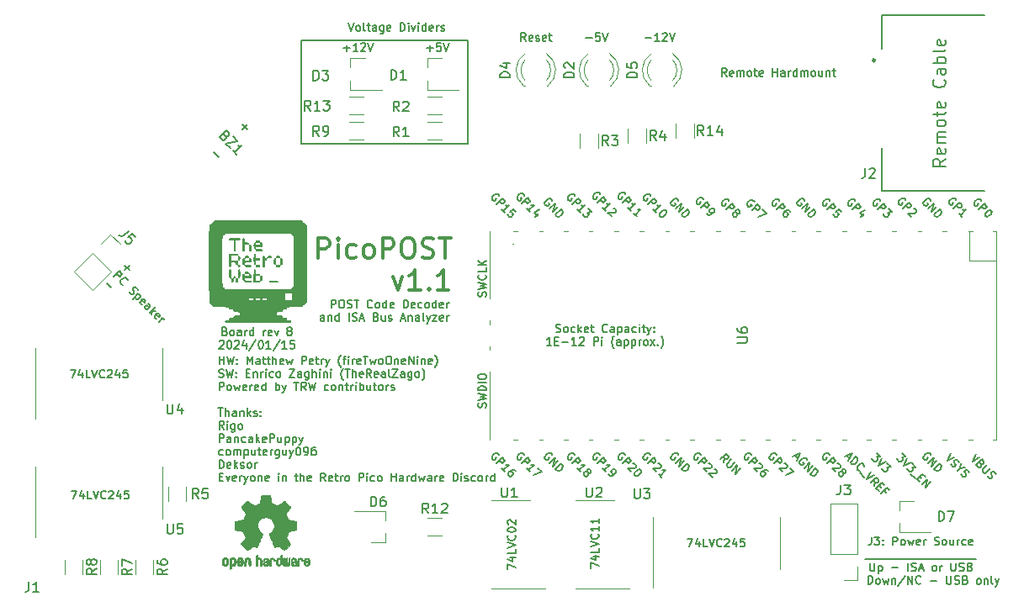
<source format=gbr>
%TF.GenerationSoftware,KiCad,Pcbnew,7.0.8*%
%TF.CreationDate,2024-01-15T19:48:56-06:00*%
%TF.ProjectId,ISA rev8,49534120-7265-4763-982e-6b696361645f,rev?*%
%TF.SameCoordinates,Original*%
%TF.FileFunction,Legend,Top*%
%TF.FilePolarity,Positive*%
%FSLAX46Y46*%
G04 Gerber Fmt 4.6, Leading zero omitted, Abs format (unit mm)*
G04 Created by KiCad (PCBNEW 7.0.8) date 2024-01-15 19:48:56*
%MOMM*%
%LPD*%
G01*
G04 APERTURE LIST*
%ADD10C,0.152400*%
%ADD11C,0.150000*%
%ADD12C,0.300000*%
%ADD13C,0.120000*%
%ADD14C,0.250000*%
%ADD15C,0.010000*%
G04 APERTURE END LIST*
D10*
X129032000Y-65278000D02*
X129032000Y-75692000D01*
X129032000Y-75692000D02*
X145796000Y-75692000D01*
X150368000Y-85801200D02*
X150368000Y-85801200D01*
X145796000Y-75692000D02*
X145796000Y-65278000D01*
X145796000Y-65278000D02*
X129032000Y-65278000D01*
X157704971Y-65082453D02*
X158324248Y-65082453D01*
X159098343Y-64579291D02*
X158711295Y-64579291D01*
X158711295Y-64579291D02*
X158672591Y-64966339D01*
X158672591Y-64966339D02*
X158711295Y-64927634D01*
X158711295Y-64927634D02*
X158788705Y-64888929D01*
X158788705Y-64888929D02*
X158982229Y-64888929D01*
X158982229Y-64888929D02*
X159059638Y-64927634D01*
X159059638Y-64927634D02*
X159098343Y-64966339D01*
X159098343Y-64966339D02*
X159137048Y-65043748D01*
X159137048Y-65043748D02*
X159137048Y-65237272D01*
X159137048Y-65237272D02*
X159098343Y-65314682D01*
X159098343Y-65314682D02*
X159059638Y-65353387D01*
X159059638Y-65353387D02*
X158982229Y-65392091D01*
X158982229Y-65392091D02*
X158788705Y-65392091D01*
X158788705Y-65392091D02*
X158711295Y-65353387D01*
X158711295Y-65353387D02*
X158672591Y-65314682D01*
X159369276Y-64579291D02*
X159640209Y-65392091D01*
X159640209Y-65392091D02*
X159911143Y-64579291D01*
X154684791Y-94671083D02*
X154800905Y-94709787D01*
X154800905Y-94709787D02*
X154994429Y-94709787D01*
X154994429Y-94709787D02*
X155071838Y-94671083D01*
X155071838Y-94671083D02*
X155110543Y-94632378D01*
X155110543Y-94632378D02*
X155149248Y-94554968D01*
X155149248Y-94554968D02*
X155149248Y-94477559D01*
X155149248Y-94477559D02*
X155110543Y-94400149D01*
X155110543Y-94400149D02*
X155071838Y-94361444D01*
X155071838Y-94361444D02*
X154994429Y-94322740D01*
X154994429Y-94322740D02*
X154839610Y-94284035D01*
X154839610Y-94284035D02*
X154762200Y-94245330D01*
X154762200Y-94245330D02*
X154723495Y-94206625D01*
X154723495Y-94206625D02*
X154684791Y-94129216D01*
X154684791Y-94129216D02*
X154684791Y-94051806D01*
X154684791Y-94051806D02*
X154723495Y-93974397D01*
X154723495Y-93974397D02*
X154762200Y-93935692D01*
X154762200Y-93935692D02*
X154839610Y-93896987D01*
X154839610Y-93896987D02*
X155033133Y-93896987D01*
X155033133Y-93896987D02*
X155149248Y-93935692D01*
X155613705Y-94709787D02*
X155536295Y-94671083D01*
X155536295Y-94671083D02*
X155497590Y-94632378D01*
X155497590Y-94632378D02*
X155458886Y-94554968D01*
X155458886Y-94554968D02*
X155458886Y-94322740D01*
X155458886Y-94322740D02*
X155497590Y-94245330D01*
X155497590Y-94245330D02*
X155536295Y-94206625D01*
X155536295Y-94206625D02*
X155613705Y-94167921D01*
X155613705Y-94167921D02*
X155729819Y-94167921D01*
X155729819Y-94167921D02*
X155807228Y-94206625D01*
X155807228Y-94206625D02*
X155845933Y-94245330D01*
X155845933Y-94245330D02*
X155884638Y-94322740D01*
X155884638Y-94322740D02*
X155884638Y-94554968D01*
X155884638Y-94554968D02*
X155845933Y-94632378D01*
X155845933Y-94632378D02*
X155807228Y-94671083D01*
X155807228Y-94671083D02*
X155729819Y-94709787D01*
X155729819Y-94709787D02*
X155613705Y-94709787D01*
X156581323Y-94671083D02*
X156503914Y-94709787D01*
X156503914Y-94709787D02*
X156349095Y-94709787D01*
X156349095Y-94709787D02*
X156271685Y-94671083D01*
X156271685Y-94671083D02*
X156232980Y-94632378D01*
X156232980Y-94632378D02*
X156194276Y-94554968D01*
X156194276Y-94554968D02*
X156194276Y-94322740D01*
X156194276Y-94322740D02*
X156232980Y-94245330D01*
X156232980Y-94245330D02*
X156271685Y-94206625D01*
X156271685Y-94206625D02*
X156349095Y-94167921D01*
X156349095Y-94167921D02*
X156503914Y-94167921D01*
X156503914Y-94167921D02*
X156581323Y-94206625D01*
X156929666Y-94709787D02*
X156929666Y-93896987D01*
X157007076Y-94400149D02*
X157239304Y-94709787D01*
X157239304Y-94167921D02*
X156929666Y-94477559D01*
X157897285Y-94671083D02*
X157819876Y-94709787D01*
X157819876Y-94709787D02*
X157665057Y-94709787D01*
X157665057Y-94709787D02*
X157587647Y-94671083D01*
X157587647Y-94671083D02*
X157548943Y-94593673D01*
X157548943Y-94593673D02*
X157548943Y-94284035D01*
X157548943Y-94284035D02*
X157587647Y-94206625D01*
X157587647Y-94206625D02*
X157665057Y-94167921D01*
X157665057Y-94167921D02*
X157819876Y-94167921D01*
X157819876Y-94167921D02*
X157897285Y-94206625D01*
X157897285Y-94206625D02*
X157935990Y-94284035D01*
X157935990Y-94284035D02*
X157935990Y-94361444D01*
X157935990Y-94361444D02*
X157548943Y-94438854D01*
X158168219Y-94167921D02*
X158477857Y-94167921D01*
X158284333Y-93896987D02*
X158284333Y-94593673D01*
X158284333Y-94593673D02*
X158323038Y-94671083D01*
X158323038Y-94671083D02*
X158400448Y-94709787D01*
X158400448Y-94709787D02*
X158477857Y-94709787D01*
X159832523Y-94632378D02*
X159793819Y-94671083D01*
X159793819Y-94671083D02*
X159677704Y-94709787D01*
X159677704Y-94709787D02*
X159600295Y-94709787D01*
X159600295Y-94709787D02*
X159484181Y-94671083D01*
X159484181Y-94671083D02*
X159406771Y-94593673D01*
X159406771Y-94593673D02*
X159368066Y-94516263D01*
X159368066Y-94516263D02*
X159329362Y-94361444D01*
X159329362Y-94361444D02*
X159329362Y-94245330D01*
X159329362Y-94245330D02*
X159368066Y-94090511D01*
X159368066Y-94090511D02*
X159406771Y-94013102D01*
X159406771Y-94013102D02*
X159484181Y-93935692D01*
X159484181Y-93935692D02*
X159600295Y-93896987D01*
X159600295Y-93896987D02*
X159677704Y-93896987D01*
X159677704Y-93896987D02*
X159793819Y-93935692D01*
X159793819Y-93935692D02*
X159832523Y-93974397D01*
X160529209Y-94709787D02*
X160529209Y-94284035D01*
X160529209Y-94284035D02*
X160490504Y-94206625D01*
X160490504Y-94206625D02*
X160413095Y-94167921D01*
X160413095Y-94167921D02*
X160258276Y-94167921D01*
X160258276Y-94167921D02*
X160180866Y-94206625D01*
X160529209Y-94671083D02*
X160451800Y-94709787D01*
X160451800Y-94709787D02*
X160258276Y-94709787D01*
X160258276Y-94709787D02*
X160180866Y-94671083D01*
X160180866Y-94671083D02*
X160142162Y-94593673D01*
X160142162Y-94593673D02*
X160142162Y-94516263D01*
X160142162Y-94516263D02*
X160180866Y-94438854D01*
X160180866Y-94438854D02*
X160258276Y-94400149D01*
X160258276Y-94400149D02*
X160451800Y-94400149D01*
X160451800Y-94400149D02*
X160529209Y-94361444D01*
X160916256Y-94167921D02*
X160916256Y-94980721D01*
X160916256Y-94206625D02*
X160993666Y-94167921D01*
X160993666Y-94167921D02*
X161148485Y-94167921D01*
X161148485Y-94167921D02*
X161225894Y-94206625D01*
X161225894Y-94206625D02*
X161264599Y-94245330D01*
X161264599Y-94245330D02*
X161303304Y-94322740D01*
X161303304Y-94322740D02*
X161303304Y-94554968D01*
X161303304Y-94554968D02*
X161264599Y-94632378D01*
X161264599Y-94632378D02*
X161225894Y-94671083D01*
X161225894Y-94671083D02*
X161148485Y-94709787D01*
X161148485Y-94709787D02*
X160993666Y-94709787D01*
X160993666Y-94709787D02*
X160916256Y-94671083D01*
X161999989Y-94709787D02*
X161999989Y-94284035D01*
X161999989Y-94284035D02*
X161961284Y-94206625D01*
X161961284Y-94206625D02*
X161883875Y-94167921D01*
X161883875Y-94167921D02*
X161729056Y-94167921D01*
X161729056Y-94167921D02*
X161651646Y-94206625D01*
X161999989Y-94671083D02*
X161922580Y-94709787D01*
X161922580Y-94709787D02*
X161729056Y-94709787D01*
X161729056Y-94709787D02*
X161651646Y-94671083D01*
X161651646Y-94671083D02*
X161612942Y-94593673D01*
X161612942Y-94593673D02*
X161612942Y-94516263D01*
X161612942Y-94516263D02*
X161651646Y-94438854D01*
X161651646Y-94438854D02*
X161729056Y-94400149D01*
X161729056Y-94400149D02*
X161922580Y-94400149D01*
X161922580Y-94400149D02*
X161999989Y-94361444D01*
X162735379Y-94671083D02*
X162657970Y-94709787D01*
X162657970Y-94709787D02*
X162503151Y-94709787D01*
X162503151Y-94709787D02*
X162425741Y-94671083D01*
X162425741Y-94671083D02*
X162387036Y-94632378D01*
X162387036Y-94632378D02*
X162348332Y-94554968D01*
X162348332Y-94554968D02*
X162348332Y-94322740D01*
X162348332Y-94322740D02*
X162387036Y-94245330D01*
X162387036Y-94245330D02*
X162425741Y-94206625D01*
X162425741Y-94206625D02*
X162503151Y-94167921D01*
X162503151Y-94167921D02*
X162657970Y-94167921D01*
X162657970Y-94167921D02*
X162735379Y-94206625D01*
X163083722Y-94709787D02*
X163083722Y-94167921D01*
X163083722Y-93896987D02*
X163045018Y-93935692D01*
X163045018Y-93935692D02*
X163083722Y-93974397D01*
X163083722Y-93974397D02*
X163122427Y-93935692D01*
X163122427Y-93935692D02*
X163083722Y-93896987D01*
X163083722Y-93896987D02*
X163083722Y-93974397D01*
X163354656Y-94167921D02*
X163664294Y-94167921D01*
X163470770Y-93896987D02*
X163470770Y-94593673D01*
X163470770Y-94593673D02*
X163509475Y-94671083D01*
X163509475Y-94671083D02*
X163586885Y-94709787D01*
X163586885Y-94709787D02*
X163664294Y-94709787D01*
X163857818Y-94167921D02*
X164051342Y-94709787D01*
X164244865Y-94167921D02*
X164051342Y-94709787D01*
X164051342Y-94709787D02*
X163973932Y-94903311D01*
X163973932Y-94903311D02*
X163935227Y-94942016D01*
X163935227Y-94942016D02*
X163857818Y-94980721D01*
X164554503Y-94632378D02*
X164593208Y-94671083D01*
X164593208Y-94671083D02*
X164554503Y-94709787D01*
X164554503Y-94709787D02*
X164515799Y-94671083D01*
X164515799Y-94671083D02*
X164554503Y-94632378D01*
X164554503Y-94632378D02*
X164554503Y-94709787D01*
X164554503Y-94206625D02*
X164593208Y-94245330D01*
X164593208Y-94245330D02*
X164554503Y-94284035D01*
X164554503Y-94284035D02*
X164515799Y-94245330D01*
X164515799Y-94245330D02*
X164554503Y-94206625D01*
X164554503Y-94206625D02*
X164554503Y-94284035D01*
X154220334Y-96018395D02*
X153755877Y-96018395D01*
X153988105Y-96018395D02*
X153988105Y-95205595D01*
X153988105Y-95205595D02*
X153910696Y-95321710D01*
X153910696Y-95321710D02*
X153833286Y-95399119D01*
X153833286Y-95399119D02*
X153755877Y-95437824D01*
X154568676Y-95592643D02*
X154839610Y-95592643D01*
X154955724Y-96018395D02*
X154568676Y-96018395D01*
X154568676Y-96018395D02*
X154568676Y-95205595D01*
X154568676Y-95205595D02*
X154955724Y-95205595D01*
X155304066Y-95708757D02*
X155923343Y-95708757D01*
X156736143Y-96018395D02*
X156271686Y-96018395D01*
X156503914Y-96018395D02*
X156503914Y-95205595D01*
X156503914Y-95205595D02*
X156426505Y-95321710D01*
X156426505Y-95321710D02*
X156349095Y-95399119D01*
X156349095Y-95399119D02*
X156271686Y-95437824D01*
X157045781Y-95283005D02*
X157084485Y-95244300D01*
X157084485Y-95244300D02*
X157161895Y-95205595D01*
X157161895Y-95205595D02*
X157355419Y-95205595D01*
X157355419Y-95205595D02*
X157432828Y-95244300D01*
X157432828Y-95244300D02*
X157471533Y-95283005D01*
X157471533Y-95283005D02*
X157510238Y-95360414D01*
X157510238Y-95360414D02*
X157510238Y-95437824D01*
X157510238Y-95437824D02*
X157471533Y-95553938D01*
X157471533Y-95553938D02*
X157007076Y-96018395D01*
X157007076Y-96018395D02*
X157510238Y-96018395D01*
X158477856Y-96018395D02*
X158477856Y-95205595D01*
X158477856Y-95205595D02*
X158787494Y-95205595D01*
X158787494Y-95205595D02*
X158864904Y-95244300D01*
X158864904Y-95244300D02*
X158903609Y-95283005D01*
X158903609Y-95283005D02*
X158942313Y-95360414D01*
X158942313Y-95360414D02*
X158942313Y-95476529D01*
X158942313Y-95476529D02*
X158903609Y-95553938D01*
X158903609Y-95553938D02*
X158864904Y-95592643D01*
X158864904Y-95592643D02*
X158787494Y-95631348D01*
X158787494Y-95631348D02*
X158477856Y-95631348D01*
X159290656Y-96018395D02*
X159290656Y-95476529D01*
X159290656Y-95205595D02*
X159251952Y-95244300D01*
X159251952Y-95244300D02*
X159290656Y-95283005D01*
X159290656Y-95283005D02*
X159329361Y-95244300D01*
X159329361Y-95244300D02*
X159290656Y-95205595D01*
X159290656Y-95205595D02*
X159290656Y-95283005D01*
X160529209Y-96328033D02*
X160490504Y-96289329D01*
X160490504Y-96289329D02*
X160413095Y-96173214D01*
X160413095Y-96173214D02*
X160374390Y-96095805D01*
X160374390Y-96095805D02*
X160335685Y-95979691D01*
X160335685Y-95979691D02*
X160296980Y-95786167D01*
X160296980Y-95786167D02*
X160296980Y-95631348D01*
X160296980Y-95631348D02*
X160335685Y-95437824D01*
X160335685Y-95437824D02*
X160374390Y-95321710D01*
X160374390Y-95321710D02*
X160413095Y-95244300D01*
X160413095Y-95244300D02*
X160490504Y-95128186D01*
X160490504Y-95128186D02*
X160529209Y-95089481D01*
X161187190Y-96018395D02*
X161187190Y-95592643D01*
X161187190Y-95592643D02*
X161148485Y-95515233D01*
X161148485Y-95515233D02*
X161071076Y-95476529D01*
X161071076Y-95476529D02*
X160916257Y-95476529D01*
X160916257Y-95476529D02*
X160838847Y-95515233D01*
X161187190Y-95979691D02*
X161109781Y-96018395D01*
X161109781Y-96018395D02*
X160916257Y-96018395D01*
X160916257Y-96018395D02*
X160838847Y-95979691D01*
X160838847Y-95979691D02*
X160800143Y-95902281D01*
X160800143Y-95902281D02*
X160800143Y-95824871D01*
X160800143Y-95824871D02*
X160838847Y-95747462D01*
X160838847Y-95747462D02*
X160916257Y-95708757D01*
X160916257Y-95708757D02*
X161109781Y-95708757D01*
X161109781Y-95708757D02*
X161187190Y-95670052D01*
X161574237Y-95476529D02*
X161574237Y-96289329D01*
X161574237Y-95515233D02*
X161651647Y-95476529D01*
X161651647Y-95476529D02*
X161806466Y-95476529D01*
X161806466Y-95476529D02*
X161883875Y-95515233D01*
X161883875Y-95515233D02*
X161922580Y-95553938D01*
X161922580Y-95553938D02*
X161961285Y-95631348D01*
X161961285Y-95631348D02*
X161961285Y-95863576D01*
X161961285Y-95863576D02*
X161922580Y-95940986D01*
X161922580Y-95940986D02*
X161883875Y-95979691D01*
X161883875Y-95979691D02*
X161806466Y-96018395D01*
X161806466Y-96018395D02*
X161651647Y-96018395D01*
X161651647Y-96018395D02*
X161574237Y-95979691D01*
X162309627Y-95476529D02*
X162309627Y-96289329D01*
X162309627Y-95515233D02*
X162387037Y-95476529D01*
X162387037Y-95476529D02*
X162541856Y-95476529D01*
X162541856Y-95476529D02*
X162619265Y-95515233D01*
X162619265Y-95515233D02*
X162657970Y-95553938D01*
X162657970Y-95553938D02*
X162696675Y-95631348D01*
X162696675Y-95631348D02*
X162696675Y-95863576D01*
X162696675Y-95863576D02*
X162657970Y-95940986D01*
X162657970Y-95940986D02*
X162619265Y-95979691D01*
X162619265Y-95979691D02*
X162541856Y-96018395D01*
X162541856Y-96018395D02*
X162387037Y-96018395D01*
X162387037Y-96018395D02*
X162309627Y-95979691D01*
X163045017Y-96018395D02*
X163045017Y-95476529D01*
X163045017Y-95631348D02*
X163083722Y-95553938D01*
X163083722Y-95553938D02*
X163122427Y-95515233D01*
X163122427Y-95515233D02*
X163199836Y-95476529D01*
X163199836Y-95476529D02*
X163277246Y-95476529D01*
X163664294Y-96018395D02*
X163586884Y-95979691D01*
X163586884Y-95979691D02*
X163548179Y-95940986D01*
X163548179Y-95940986D02*
X163509475Y-95863576D01*
X163509475Y-95863576D02*
X163509475Y-95631348D01*
X163509475Y-95631348D02*
X163548179Y-95553938D01*
X163548179Y-95553938D02*
X163586884Y-95515233D01*
X163586884Y-95515233D02*
X163664294Y-95476529D01*
X163664294Y-95476529D02*
X163780408Y-95476529D01*
X163780408Y-95476529D02*
X163857817Y-95515233D01*
X163857817Y-95515233D02*
X163896522Y-95553938D01*
X163896522Y-95553938D02*
X163935227Y-95631348D01*
X163935227Y-95631348D02*
X163935227Y-95863576D01*
X163935227Y-95863576D02*
X163896522Y-95940986D01*
X163896522Y-95940986D02*
X163857817Y-95979691D01*
X163857817Y-95979691D02*
X163780408Y-96018395D01*
X163780408Y-96018395D02*
X163664294Y-96018395D01*
X164206160Y-96018395D02*
X164631912Y-95476529D01*
X164206160Y-95476529D02*
X164631912Y-96018395D01*
X164941550Y-95940986D02*
X164980255Y-95979691D01*
X164980255Y-95979691D02*
X164941550Y-96018395D01*
X164941550Y-96018395D02*
X164902846Y-95979691D01*
X164902846Y-95979691D02*
X164941550Y-95940986D01*
X164941550Y-95940986D02*
X164941550Y-96018395D01*
X165251189Y-96328033D02*
X165289894Y-96289329D01*
X165289894Y-96289329D02*
X165367303Y-96173214D01*
X165367303Y-96173214D02*
X165406008Y-96095805D01*
X165406008Y-96095805D02*
X165444713Y-95979691D01*
X165444713Y-95979691D02*
X165483417Y-95786167D01*
X165483417Y-95786167D02*
X165483417Y-95631348D01*
X165483417Y-95631348D02*
X165444713Y-95437824D01*
X165444713Y-95437824D02*
X165406008Y-95321710D01*
X165406008Y-95321710D02*
X165367303Y-95244300D01*
X165367303Y-95244300D02*
X165289894Y-95128186D01*
X165289894Y-95128186D02*
X165251189Y-95089481D01*
X132059566Y-92271387D02*
X132059566Y-91458587D01*
X132059566Y-91458587D02*
X132369204Y-91458587D01*
X132369204Y-91458587D02*
X132446614Y-91497292D01*
X132446614Y-91497292D02*
X132485319Y-91535997D01*
X132485319Y-91535997D02*
X132524023Y-91613406D01*
X132524023Y-91613406D02*
X132524023Y-91729521D01*
X132524023Y-91729521D02*
X132485319Y-91806930D01*
X132485319Y-91806930D02*
X132446614Y-91845635D01*
X132446614Y-91845635D02*
X132369204Y-91884340D01*
X132369204Y-91884340D02*
X132059566Y-91884340D01*
X133027185Y-91458587D02*
X133182004Y-91458587D01*
X133182004Y-91458587D02*
X133259414Y-91497292D01*
X133259414Y-91497292D02*
X133336823Y-91574702D01*
X133336823Y-91574702D02*
X133375528Y-91729521D01*
X133375528Y-91729521D02*
X133375528Y-92000454D01*
X133375528Y-92000454D02*
X133336823Y-92155273D01*
X133336823Y-92155273D02*
X133259414Y-92232683D01*
X133259414Y-92232683D02*
X133182004Y-92271387D01*
X133182004Y-92271387D02*
X133027185Y-92271387D01*
X133027185Y-92271387D02*
X132949776Y-92232683D01*
X132949776Y-92232683D02*
X132872366Y-92155273D01*
X132872366Y-92155273D02*
X132833662Y-92000454D01*
X132833662Y-92000454D02*
X132833662Y-91729521D01*
X132833662Y-91729521D02*
X132872366Y-91574702D01*
X132872366Y-91574702D02*
X132949776Y-91497292D01*
X132949776Y-91497292D02*
X133027185Y-91458587D01*
X133685167Y-92232683D02*
X133801281Y-92271387D01*
X133801281Y-92271387D02*
X133994805Y-92271387D01*
X133994805Y-92271387D02*
X134072214Y-92232683D01*
X134072214Y-92232683D02*
X134110919Y-92193978D01*
X134110919Y-92193978D02*
X134149624Y-92116568D01*
X134149624Y-92116568D02*
X134149624Y-92039159D01*
X134149624Y-92039159D02*
X134110919Y-91961749D01*
X134110919Y-91961749D02*
X134072214Y-91923044D01*
X134072214Y-91923044D02*
X133994805Y-91884340D01*
X133994805Y-91884340D02*
X133839986Y-91845635D01*
X133839986Y-91845635D02*
X133762576Y-91806930D01*
X133762576Y-91806930D02*
X133723871Y-91768225D01*
X133723871Y-91768225D02*
X133685167Y-91690816D01*
X133685167Y-91690816D02*
X133685167Y-91613406D01*
X133685167Y-91613406D02*
X133723871Y-91535997D01*
X133723871Y-91535997D02*
X133762576Y-91497292D01*
X133762576Y-91497292D02*
X133839986Y-91458587D01*
X133839986Y-91458587D02*
X134033509Y-91458587D01*
X134033509Y-91458587D02*
X134149624Y-91497292D01*
X134381852Y-91458587D02*
X134846309Y-91458587D01*
X134614081Y-92271387D02*
X134614081Y-91458587D01*
X136200975Y-92193978D02*
X136162271Y-92232683D01*
X136162271Y-92232683D02*
X136046156Y-92271387D01*
X136046156Y-92271387D02*
X135968747Y-92271387D01*
X135968747Y-92271387D02*
X135852633Y-92232683D01*
X135852633Y-92232683D02*
X135775223Y-92155273D01*
X135775223Y-92155273D02*
X135736518Y-92077863D01*
X135736518Y-92077863D02*
X135697814Y-91923044D01*
X135697814Y-91923044D02*
X135697814Y-91806930D01*
X135697814Y-91806930D02*
X135736518Y-91652111D01*
X135736518Y-91652111D02*
X135775223Y-91574702D01*
X135775223Y-91574702D02*
X135852633Y-91497292D01*
X135852633Y-91497292D02*
X135968747Y-91458587D01*
X135968747Y-91458587D02*
X136046156Y-91458587D01*
X136046156Y-91458587D02*
X136162271Y-91497292D01*
X136162271Y-91497292D02*
X136200975Y-91535997D01*
X136665433Y-92271387D02*
X136588023Y-92232683D01*
X136588023Y-92232683D02*
X136549318Y-92193978D01*
X136549318Y-92193978D02*
X136510614Y-92116568D01*
X136510614Y-92116568D02*
X136510614Y-91884340D01*
X136510614Y-91884340D02*
X136549318Y-91806930D01*
X136549318Y-91806930D02*
X136588023Y-91768225D01*
X136588023Y-91768225D02*
X136665433Y-91729521D01*
X136665433Y-91729521D02*
X136781547Y-91729521D01*
X136781547Y-91729521D02*
X136858956Y-91768225D01*
X136858956Y-91768225D02*
X136897661Y-91806930D01*
X136897661Y-91806930D02*
X136936366Y-91884340D01*
X136936366Y-91884340D02*
X136936366Y-92116568D01*
X136936366Y-92116568D02*
X136897661Y-92193978D01*
X136897661Y-92193978D02*
X136858956Y-92232683D01*
X136858956Y-92232683D02*
X136781547Y-92271387D01*
X136781547Y-92271387D02*
X136665433Y-92271387D01*
X137633051Y-92271387D02*
X137633051Y-91458587D01*
X137633051Y-92232683D02*
X137555642Y-92271387D01*
X137555642Y-92271387D02*
X137400823Y-92271387D01*
X137400823Y-92271387D02*
X137323413Y-92232683D01*
X137323413Y-92232683D02*
X137284708Y-92193978D01*
X137284708Y-92193978D02*
X137246004Y-92116568D01*
X137246004Y-92116568D02*
X137246004Y-91884340D01*
X137246004Y-91884340D02*
X137284708Y-91806930D01*
X137284708Y-91806930D02*
X137323413Y-91768225D01*
X137323413Y-91768225D02*
X137400823Y-91729521D01*
X137400823Y-91729521D02*
X137555642Y-91729521D01*
X137555642Y-91729521D02*
X137633051Y-91768225D01*
X138329736Y-92232683D02*
X138252327Y-92271387D01*
X138252327Y-92271387D02*
X138097508Y-92271387D01*
X138097508Y-92271387D02*
X138020098Y-92232683D01*
X138020098Y-92232683D02*
X137981394Y-92155273D01*
X137981394Y-92155273D02*
X137981394Y-91845635D01*
X137981394Y-91845635D02*
X138020098Y-91768225D01*
X138020098Y-91768225D02*
X138097508Y-91729521D01*
X138097508Y-91729521D02*
X138252327Y-91729521D01*
X138252327Y-91729521D02*
X138329736Y-91768225D01*
X138329736Y-91768225D02*
X138368441Y-91845635D01*
X138368441Y-91845635D02*
X138368441Y-91923044D01*
X138368441Y-91923044D02*
X137981394Y-92000454D01*
X139336060Y-92271387D02*
X139336060Y-91458587D01*
X139336060Y-91458587D02*
X139529584Y-91458587D01*
X139529584Y-91458587D02*
X139645698Y-91497292D01*
X139645698Y-91497292D02*
X139723108Y-91574702D01*
X139723108Y-91574702D02*
X139761813Y-91652111D01*
X139761813Y-91652111D02*
X139800517Y-91806930D01*
X139800517Y-91806930D02*
X139800517Y-91923044D01*
X139800517Y-91923044D02*
X139761813Y-92077863D01*
X139761813Y-92077863D02*
X139723108Y-92155273D01*
X139723108Y-92155273D02*
X139645698Y-92232683D01*
X139645698Y-92232683D02*
X139529584Y-92271387D01*
X139529584Y-92271387D02*
X139336060Y-92271387D01*
X140458498Y-92232683D02*
X140381089Y-92271387D01*
X140381089Y-92271387D02*
X140226270Y-92271387D01*
X140226270Y-92271387D02*
X140148860Y-92232683D01*
X140148860Y-92232683D02*
X140110156Y-92155273D01*
X140110156Y-92155273D02*
X140110156Y-91845635D01*
X140110156Y-91845635D02*
X140148860Y-91768225D01*
X140148860Y-91768225D02*
X140226270Y-91729521D01*
X140226270Y-91729521D02*
X140381089Y-91729521D01*
X140381089Y-91729521D02*
X140458498Y-91768225D01*
X140458498Y-91768225D02*
X140497203Y-91845635D01*
X140497203Y-91845635D02*
X140497203Y-91923044D01*
X140497203Y-91923044D02*
X140110156Y-92000454D01*
X141193889Y-92232683D02*
X141116480Y-92271387D01*
X141116480Y-92271387D02*
X140961661Y-92271387D01*
X140961661Y-92271387D02*
X140884251Y-92232683D01*
X140884251Y-92232683D02*
X140845546Y-92193978D01*
X140845546Y-92193978D02*
X140806842Y-92116568D01*
X140806842Y-92116568D02*
X140806842Y-91884340D01*
X140806842Y-91884340D02*
X140845546Y-91806930D01*
X140845546Y-91806930D02*
X140884251Y-91768225D01*
X140884251Y-91768225D02*
X140961661Y-91729521D01*
X140961661Y-91729521D02*
X141116480Y-91729521D01*
X141116480Y-91729521D02*
X141193889Y-91768225D01*
X141658347Y-92271387D02*
X141580937Y-92232683D01*
X141580937Y-92232683D02*
X141542232Y-92193978D01*
X141542232Y-92193978D02*
X141503528Y-92116568D01*
X141503528Y-92116568D02*
X141503528Y-91884340D01*
X141503528Y-91884340D02*
X141542232Y-91806930D01*
X141542232Y-91806930D02*
X141580937Y-91768225D01*
X141580937Y-91768225D02*
X141658347Y-91729521D01*
X141658347Y-91729521D02*
X141774461Y-91729521D01*
X141774461Y-91729521D02*
X141851870Y-91768225D01*
X141851870Y-91768225D02*
X141890575Y-91806930D01*
X141890575Y-91806930D02*
X141929280Y-91884340D01*
X141929280Y-91884340D02*
X141929280Y-92116568D01*
X141929280Y-92116568D02*
X141890575Y-92193978D01*
X141890575Y-92193978D02*
X141851870Y-92232683D01*
X141851870Y-92232683D02*
X141774461Y-92271387D01*
X141774461Y-92271387D02*
X141658347Y-92271387D01*
X142625965Y-92271387D02*
X142625965Y-91458587D01*
X142625965Y-92232683D02*
X142548556Y-92271387D01*
X142548556Y-92271387D02*
X142393737Y-92271387D01*
X142393737Y-92271387D02*
X142316327Y-92232683D01*
X142316327Y-92232683D02*
X142277622Y-92193978D01*
X142277622Y-92193978D02*
X142238918Y-92116568D01*
X142238918Y-92116568D02*
X142238918Y-91884340D01*
X142238918Y-91884340D02*
X142277622Y-91806930D01*
X142277622Y-91806930D02*
X142316327Y-91768225D01*
X142316327Y-91768225D02*
X142393737Y-91729521D01*
X142393737Y-91729521D02*
X142548556Y-91729521D01*
X142548556Y-91729521D02*
X142625965Y-91768225D01*
X143322650Y-92232683D02*
X143245241Y-92271387D01*
X143245241Y-92271387D02*
X143090422Y-92271387D01*
X143090422Y-92271387D02*
X143013012Y-92232683D01*
X143013012Y-92232683D02*
X142974308Y-92155273D01*
X142974308Y-92155273D02*
X142974308Y-91845635D01*
X142974308Y-91845635D02*
X143013012Y-91768225D01*
X143013012Y-91768225D02*
X143090422Y-91729521D01*
X143090422Y-91729521D02*
X143245241Y-91729521D01*
X143245241Y-91729521D02*
X143322650Y-91768225D01*
X143322650Y-91768225D02*
X143361355Y-91845635D01*
X143361355Y-91845635D02*
X143361355Y-91923044D01*
X143361355Y-91923044D02*
X142974308Y-92000454D01*
X143709698Y-92271387D02*
X143709698Y-91729521D01*
X143709698Y-91884340D02*
X143748403Y-91806930D01*
X143748403Y-91806930D02*
X143787108Y-91768225D01*
X143787108Y-91768225D02*
X143864517Y-91729521D01*
X143864517Y-91729521D02*
X143941927Y-91729521D01*
X131362882Y-93579995D02*
X131362882Y-93154243D01*
X131362882Y-93154243D02*
X131324177Y-93076833D01*
X131324177Y-93076833D02*
X131246768Y-93038129D01*
X131246768Y-93038129D02*
X131091949Y-93038129D01*
X131091949Y-93038129D02*
X131014539Y-93076833D01*
X131362882Y-93541291D02*
X131285473Y-93579995D01*
X131285473Y-93579995D02*
X131091949Y-93579995D01*
X131091949Y-93579995D02*
X131014539Y-93541291D01*
X131014539Y-93541291D02*
X130975835Y-93463881D01*
X130975835Y-93463881D02*
X130975835Y-93386471D01*
X130975835Y-93386471D02*
X131014539Y-93309062D01*
X131014539Y-93309062D02*
X131091949Y-93270357D01*
X131091949Y-93270357D02*
X131285473Y-93270357D01*
X131285473Y-93270357D02*
X131362882Y-93231652D01*
X131749929Y-93038129D02*
X131749929Y-93579995D01*
X131749929Y-93115538D02*
X131788634Y-93076833D01*
X131788634Y-93076833D02*
X131866044Y-93038129D01*
X131866044Y-93038129D02*
X131982158Y-93038129D01*
X131982158Y-93038129D02*
X132059567Y-93076833D01*
X132059567Y-93076833D02*
X132098272Y-93154243D01*
X132098272Y-93154243D02*
X132098272Y-93579995D01*
X132833662Y-93579995D02*
X132833662Y-92767195D01*
X132833662Y-93541291D02*
X132756253Y-93579995D01*
X132756253Y-93579995D02*
X132601434Y-93579995D01*
X132601434Y-93579995D02*
X132524024Y-93541291D01*
X132524024Y-93541291D02*
X132485319Y-93502586D01*
X132485319Y-93502586D02*
X132446615Y-93425176D01*
X132446615Y-93425176D02*
X132446615Y-93192948D01*
X132446615Y-93192948D02*
X132485319Y-93115538D01*
X132485319Y-93115538D02*
X132524024Y-93076833D01*
X132524024Y-93076833D02*
X132601434Y-93038129D01*
X132601434Y-93038129D02*
X132756253Y-93038129D01*
X132756253Y-93038129D02*
X132833662Y-93076833D01*
X133839985Y-93579995D02*
X133839985Y-92767195D01*
X134188329Y-93541291D02*
X134304443Y-93579995D01*
X134304443Y-93579995D02*
X134497967Y-93579995D01*
X134497967Y-93579995D02*
X134575376Y-93541291D01*
X134575376Y-93541291D02*
X134614081Y-93502586D01*
X134614081Y-93502586D02*
X134652786Y-93425176D01*
X134652786Y-93425176D02*
X134652786Y-93347767D01*
X134652786Y-93347767D02*
X134614081Y-93270357D01*
X134614081Y-93270357D02*
X134575376Y-93231652D01*
X134575376Y-93231652D02*
X134497967Y-93192948D01*
X134497967Y-93192948D02*
X134343148Y-93154243D01*
X134343148Y-93154243D02*
X134265738Y-93115538D01*
X134265738Y-93115538D02*
X134227033Y-93076833D01*
X134227033Y-93076833D02*
X134188329Y-92999424D01*
X134188329Y-92999424D02*
X134188329Y-92922014D01*
X134188329Y-92922014D02*
X134227033Y-92844605D01*
X134227033Y-92844605D02*
X134265738Y-92805900D01*
X134265738Y-92805900D02*
X134343148Y-92767195D01*
X134343148Y-92767195D02*
X134536671Y-92767195D01*
X134536671Y-92767195D02*
X134652786Y-92805900D01*
X134962424Y-93347767D02*
X135349471Y-93347767D01*
X134885014Y-93579995D02*
X135155947Y-92767195D01*
X135155947Y-92767195D02*
X135426881Y-93579995D01*
X136588024Y-93154243D02*
X136704138Y-93192948D01*
X136704138Y-93192948D02*
X136742843Y-93231652D01*
X136742843Y-93231652D02*
X136781547Y-93309062D01*
X136781547Y-93309062D02*
X136781547Y-93425176D01*
X136781547Y-93425176D02*
X136742843Y-93502586D01*
X136742843Y-93502586D02*
X136704138Y-93541291D01*
X136704138Y-93541291D02*
X136626728Y-93579995D01*
X136626728Y-93579995D02*
X136317090Y-93579995D01*
X136317090Y-93579995D02*
X136317090Y-92767195D01*
X136317090Y-92767195D02*
X136588024Y-92767195D01*
X136588024Y-92767195D02*
X136665433Y-92805900D01*
X136665433Y-92805900D02*
X136704138Y-92844605D01*
X136704138Y-92844605D02*
X136742843Y-92922014D01*
X136742843Y-92922014D02*
X136742843Y-92999424D01*
X136742843Y-92999424D02*
X136704138Y-93076833D01*
X136704138Y-93076833D02*
X136665433Y-93115538D01*
X136665433Y-93115538D02*
X136588024Y-93154243D01*
X136588024Y-93154243D02*
X136317090Y-93154243D01*
X137478233Y-93038129D02*
X137478233Y-93579995D01*
X137129890Y-93038129D02*
X137129890Y-93463881D01*
X137129890Y-93463881D02*
X137168595Y-93541291D01*
X137168595Y-93541291D02*
X137246005Y-93579995D01*
X137246005Y-93579995D02*
X137362119Y-93579995D01*
X137362119Y-93579995D02*
X137439528Y-93541291D01*
X137439528Y-93541291D02*
X137478233Y-93502586D01*
X137826576Y-93541291D02*
X137903985Y-93579995D01*
X137903985Y-93579995D02*
X138058804Y-93579995D01*
X138058804Y-93579995D02*
X138136214Y-93541291D01*
X138136214Y-93541291D02*
X138174918Y-93463881D01*
X138174918Y-93463881D02*
X138174918Y-93425176D01*
X138174918Y-93425176D02*
X138136214Y-93347767D01*
X138136214Y-93347767D02*
X138058804Y-93309062D01*
X138058804Y-93309062D02*
X137942690Y-93309062D01*
X137942690Y-93309062D02*
X137865280Y-93270357D01*
X137865280Y-93270357D02*
X137826576Y-93192948D01*
X137826576Y-93192948D02*
X137826576Y-93154243D01*
X137826576Y-93154243D02*
X137865280Y-93076833D01*
X137865280Y-93076833D02*
X137942690Y-93038129D01*
X137942690Y-93038129D02*
X138058804Y-93038129D01*
X138058804Y-93038129D02*
X138136214Y-93076833D01*
X139103833Y-93347767D02*
X139490880Y-93347767D01*
X139026423Y-93579995D02*
X139297356Y-92767195D01*
X139297356Y-92767195D02*
X139568290Y-93579995D01*
X139839223Y-93038129D02*
X139839223Y-93579995D01*
X139839223Y-93115538D02*
X139877928Y-93076833D01*
X139877928Y-93076833D02*
X139955338Y-93038129D01*
X139955338Y-93038129D02*
X140071452Y-93038129D01*
X140071452Y-93038129D02*
X140148861Y-93076833D01*
X140148861Y-93076833D02*
X140187566Y-93154243D01*
X140187566Y-93154243D02*
X140187566Y-93579995D01*
X140922956Y-93579995D02*
X140922956Y-93154243D01*
X140922956Y-93154243D02*
X140884251Y-93076833D01*
X140884251Y-93076833D02*
X140806842Y-93038129D01*
X140806842Y-93038129D02*
X140652023Y-93038129D01*
X140652023Y-93038129D02*
X140574613Y-93076833D01*
X140922956Y-93541291D02*
X140845547Y-93579995D01*
X140845547Y-93579995D02*
X140652023Y-93579995D01*
X140652023Y-93579995D02*
X140574613Y-93541291D01*
X140574613Y-93541291D02*
X140535909Y-93463881D01*
X140535909Y-93463881D02*
X140535909Y-93386471D01*
X140535909Y-93386471D02*
X140574613Y-93309062D01*
X140574613Y-93309062D02*
X140652023Y-93270357D01*
X140652023Y-93270357D02*
X140845547Y-93270357D01*
X140845547Y-93270357D02*
X140922956Y-93231652D01*
X141426118Y-93579995D02*
X141348708Y-93541291D01*
X141348708Y-93541291D02*
X141310003Y-93463881D01*
X141310003Y-93463881D02*
X141310003Y-92767195D01*
X141658346Y-93038129D02*
X141851870Y-93579995D01*
X142045393Y-93038129D02*
X141851870Y-93579995D01*
X141851870Y-93579995D02*
X141774460Y-93773519D01*
X141774460Y-93773519D02*
X141735755Y-93812224D01*
X141735755Y-93812224D02*
X141658346Y-93850929D01*
X142277622Y-93038129D02*
X142703374Y-93038129D01*
X142703374Y-93038129D02*
X142277622Y-93579995D01*
X142277622Y-93579995D02*
X142703374Y-93579995D01*
X143322650Y-93541291D02*
X143245241Y-93579995D01*
X143245241Y-93579995D02*
X143090422Y-93579995D01*
X143090422Y-93579995D02*
X143013012Y-93541291D01*
X143013012Y-93541291D02*
X142974308Y-93463881D01*
X142974308Y-93463881D02*
X142974308Y-93154243D01*
X142974308Y-93154243D02*
X143013012Y-93076833D01*
X143013012Y-93076833D02*
X143090422Y-93038129D01*
X143090422Y-93038129D02*
X143245241Y-93038129D01*
X143245241Y-93038129D02*
X143322650Y-93076833D01*
X143322650Y-93076833D02*
X143361355Y-93154243D01*
X143361355Y-93154243D02*
X143361355Y-93231652D01*
X143361355Y-93231652D02*
X142974308Y-93309062D01*
X143709698Y-93579995D02*
X143709698Y-93038129D01*
X143709698Y-93192948D02*
X143748403Y-93115538D01*
X143748403Y-93115538D02*
X143787108Y-93076833D01*
X143787108Y-93076833D02*
X143864517Y-93038129D01*
X143864517Y-93038129D02*
X143941927Y-93038129D01*
D11*
X111310538Y-87980395D02*
X111741537Y-88411393D01*
X111310538Y-88411393D02*
X111741537Y-87980395D01*
X110184285Y-89106648D02*
X110749971Y-88540963D01*
X110749971Y-88540963D02*
X110965470Y-88756462D01*
X110965470Y-88756462D02*
X110992407Y-88837274D01*
X110992407Y-88837274D02*
X110992407Y-88891149D01*
X110992407Y-88891149D02*
X110965470Y-88971961D01*
X110965470Y-88971961D02*
X110884658Y-89052773D01*
X110884658Y-89052773D02*
X110803845Y-89079711D01*
X110803845Y-89079711D02*
X110749971Y-89079711D01*
X110749971Y-89079711D02*
X110669158Y-89052773D01*
X110669158Y-89052773D02*
X110453659Y-88837274D01*
X111127094Y-89941707D02*
X111073219Y-89941707D01*
X111073219Y-89941707D02*
X110965470Y-89887833D01*
X110965470Y-89887833D02*
X110911595Y-89833958D01*
X110911595Y-89833958D02*
X110857720Y-89726208D01*
X110857720Y-89726208D02*
X110857720Y-89618459D01*
X110857720Y-89618459D02*
X110884658Y-89537646D01*
X110884658Y-89537646D02*
X110965470Y-89402959D01*
X110965470Y-89402959D02*
X111046282Y-89322147D01*
X111046282Y-89322147D02*
X111180969Y-89241335D01*
X111180969Y-89241335D02*
X111261781Y-89214398D01*
X111261781Y-89214398D02*
X111369531Y-89214398D01*
X111369531Y-89214398D02*
X111477280Y-89268272D01*
X111477280Y-89268272D02*
X111531155Y-89322147D01*
X111531155Y-89322147D02*
X111585030Y-89429897D01*
X111585030Y-89429897D02*
X111585030Y-89483772D01*
X111746655Y-90615143D02*
X111800529Y-90722892D01*
X111800529Y-90722892D02*
X111935216Y-90857579D01*
X111935216Y-90857579D02*
X112016029Y-90884517D01*
X112016029Y-90884517D02*
X112069903Y-90884517D01*
X112069903Y-90884517D02*
X112150716Y-90857579D01*
X112150716Y-90857579D02*
X112204590Y-90803704D01*
X112204590Y-90803704D02*
X112231528Y-90722892D01*
X112231528Y-90722892D02*
X112231528Y-90669017D01*
X112231528Y-90669017D02*
X112204590Y-90588205D01*
X112204590Y-90588205D02*
X112123778Y-90453518D01*
X112123778Y-90453518D02*
X112096841Y-90372706D01*
X112096841Y-90372706D02*
X112096841Y-90318831D01*
X112096841Y-90318831D02*
X112123778Y-90238019D01*
X112123778Y-90238019D02*
X112177653Y-90184144D01*
X112177653Y-90184144D02*
X112258465Y-90157207D01*
X112258465Y-90157207D02*
X112312340Y-90157207D01*
X112312340Y-90157207D02*
X112393152Y-90184144D01*
X112393152Y-90184144D02*
X112527839Y-90318831D01*
X112527839Y-90318831D02*
X112581714Y-90426581D01*
X112662526Y-90830642D02*
X112096841Y-91396327D01*
X112635589Y-90857579D02*
X112716401Y-90884517D01*
X112716401Y-90884517D02*
X112824151Y-90992266D01*
X112824151Y-90992266D02*
X112851088Y-91073079D01*
X112851088Y-91073079D02*
X112851088Y-91126953D01*
X112851088Y-91126953D02*
X112824151Y-91207766D01*
X112824151Y-91207766D02*
X112662526Y-91369390D01*
X112662526Y-91369390D02*
X112581714Y-91396327D01*
X112581714Y-91396327D02*
X112527839Y-91396327D01*
X112527839Y-91396327D02*
X112447027Y-91369390D01*
X112447027Y-91369390D02*
X112339278Y-91261640D01*
X112339278Y-91261640D02*
X112312340Y-91180828D01*
X113039650Y-91908138D02*
X112958838Y-91881201D01*
X112958838Y-91881201D02*
X112851089Y-91773451D01*
X112851089Y-91773451D02*
X112824151Y-91692639D01*
X112824151Y-91692639D02*
X112851089Y-91611827D01*
X112851089Y-91611827D02*
X113066588Y-91396328D01*
X113066588Y-91396328D02*
X113147400Y-91369390D01*
X113147400Y-91369390D02*
X113228212Y-91396328D01*
X113228212Y-91396328D02*
X113335962Y-91504077D01*
X113335962Y-91504077D02*
X113362899Y-91584890D01*
X113362899Y-91584890D02*
X113335962Y-91665702D01*
X113335962Y-91665702D02*
X113282087Y-91719577D01*
X113282087Y-91719577D02*
X112958838Y-91504077D01*
X113524523Y-92446886D02*
X113820835Y-92150575D01*
X113820835Y-92150575D02*
X113847772Y-92069763D01*
X113847772Y-92069763D02*
X113820835Y-91988950D01*
X113820835Y-91988950D02*
X113713085Y-91881201D01*
X113713085Y-91881201D02*
X113632273Y-91854263D01*
X113551461Y-92419949D02*
X113470649Y-92393011D01*
X113470649Y-92393011D02*
X113335962Y-92258324D01*
X113335962Y-92258324D02*
X113309024Y-92177512D01*
X113309024Y-92177512D02*
X113335962Y-92096700D01*
X113335962Y-92096700D02*
X113389836Y-92042825D01*
X113389836Y-92042825D02*
X113470649Y-92015888D01*
X113470649Y-92015888D02*
X113551461Y-92042825D01*
X113551461Y-92042825D02*
X113686148Y-92177512D01*
X113686148Y-92177512D02*
X113766960Y-92204450D01*
X113793898Y-92716261D02*
X114359583Y-92150575D01*
X114063272Y-92554636D02*
X114009397Y-92931760D01*
X114386521Y-92554636D02*
X113955522Y-92554636D01*
X114494270Y-93362758D02*
X114413458Y-93335821D01*
X114413458Y-93335821D02*
X114305708Y-93228071D01*
X114305708Y-93228071D02*
X114278771Y-93147259D01*
X114278771Y-93147259D02*
X114305708Y-93066447D01*
X114305708Y-93066447D02*
X114521208Y-92850948D01*
X114521208Y-92850948D02*
X114602020Y-92824010D01*
X114602020Y-92824010D02*
X114682832Y-92850948D01*
X114682832Y-92850948D02*
X114790582Y-92958697D01*
X114790582Y-92958697D02*
X114817519Y-93039509D01*
X114817519Y-93039509D02*
X114790582Y-93120322D01*
X114790582Y-93120322D02*
X114736707Y-93174196D01*
X114736707Y-93174196D02*
X114413458Y-92958697D01*
X114736707Y-93659069D02*
X115113830Y-93281946D01*
X115006081Y-93389695D02*
X115086893Y-93362758D01*
X115086893Y-93362758D02*
X115140768Y-93362758D01*
X115140768Y-93362758D02*
X115221580Y-93389695D01*
X115221580Y-93389695D02*
X115275455Y-93443570D01*
X109489030Y-89801903D02*
X109920029Y-90232901D01*
D10*
X133807200Y-63563291D02*
X134078133Y-64376091D01*
X134078133Y-64376091D02*
X134349067Y-63563291D01*
X134736115Y-64376091D02*
X134658705Y-64337387D01*
X134658705Y-64337387D02*
X134620000Y-64298682D01*
X134620000Y-64298682D02*
X134581296Y-64221272D01*
X134581296Y-64221272D02*
X134581296Y-63989044D01*
X134581296Y-63989044D02*
X134620000Y-63911634D01*
X134620000Y-63911634D02*
X134658705Y-63872929D01*
X134658705Y-63872929D02*
X134736115Y-63834225D01*
X134736115Y-63834225D02*
X134852229Y-63834225D01*
X134852229Y-63834225D02*
X134929638Y-63872929D01*
X134929638Y-63872929D02*
X134968343Y-63911634D01*
X134968343Y-63911634D02*
X135007048Y-63989044D01*
X135007048Y-63989044D02*
X135007048Y-64221272D01*
X135007048Y-64221272D02*
X134968343Y-64298682D01*
X134968343Y-64298682D02*
X134929638Y-64337387D01*
X134929638Y-64337387D02*
X134852229Y-64376091D01*
X134852229Y-64376091D02*
X134736115Y-64376091D01*
X135471505Y-64376091D02*
X135394095Y-64337387D01*
X135394095Y-64337387D02*
X135355390Y-64259977D01*
X135355390Y-64259977D02*
X135355390Y-63563291D01*
X135665028Y-63834225D02*
X135974666Y-63834225D01*
X135781142Y-63563291D02*
X135781142Y-64259977D01*
X135781142Y-64259977D02*
X135819847Y-64337387D01*
X135819847Y-64337387D02*
X135897257Y-64376091D01*
X135897257Y-64376091D02*
X135974666Y-64376091D01*
X136593942Y-64376091D02*
X136593942Y-63950339D01*
X136593942Y-63950339D02*
X136555237Y-63872929D01*
X136555237Y-63872929D02*
X136477828Y-63834225D01*
X136477828Y-63834225D02*
X136323009Y-63834225D01*
X136323009Y-63834225D02*
X136245599Y-63872929D01*
X136593942Y-64337387D02*
X136516533Y-64376091D01*
X136516533Y-64376091D02*
X136323009Y-64376091D01*
X136323009Y-64376091D02*
X136245599Y-64337387D01*
X136245599Y-64337387D02*
X136206895Y-64259977D01*
X136206895Y-64259977D02*
X136206895Y-64182567D01*
X136206895Y-64182567D02*
X136245599Y-64105158D01*
X136245599Y-64105158D02*
X136323009Y-64066453D01*
X136323009Y-64066453D02*
X136516533Y-64066453D01*
X136516533Y-64066453D02*
X136593942Y-64027748D01*
X137329332Y-63834225D02*
X137329332Y-64492206D01*
X137329332Y-64492206D02*
X137290627Y-64569615D01*
X137290627Y-64569615D02*
X137251923Y-64608320D01*
X137251923Y-64608320D02*
X137174513Y-64647025D01*
X137174513Y-64647025D02*
X137058399Y-64647025D01*
X137058399Y-64647025D02*
X136980989Y-64608320D01*
X137329332Y-64337387D02*
X137251923Y-64376091D01*
X137251923Y-64376091D02*
X137097104Y-64376091D01*
X137097104Y-64376091D02*
X137019694Y-64337387D01*
X137019694Y-64337387D02*
X136980989Y-64298682D01*
X136980989Y-64298682D02*
X136942285Y-64221272D01*
X136942285Y-64221272D02*
X136942285Y-63989044D01*
X136942285Y-63989044D02*
X136980989Y-63911634D01*
X136980989Y-63911634D02*
X137019694Y-63872929D01*
X137019694Y-63872929D02*
X137097104Y-63834225D01*
X137097104Y-63834225D02*
X137251923Y-63834225D01*
X137251923Y-63834225D02*
X137329332Y-63872929D01*
X138026017Y-64337387D02*
X137948608Y-64376091D01*
X137948608Y-64376091D02*
X137793789Y-64376091D01*
X137793789Y-64376091D02*
X137716379Y-64337387D01*
X137716379Y-64337387D02*
X137677675Y-64259977D01*
X137677675Y-64259977D02*
X137677675Y-63950339D01*
X137677675Y-63950339D02*
X137716379Y-63872929D01*
X137716379Y-63872929D02*
X137793789Y-63834225D01*
X137793789Y-63834225D02*
X137948608Y-63834225D01*
X137948608Y-63834225D02*
X138026017Y-63872929D01*
X138026017Y-63872929D02*
X138064722Y-63950339D01*
X138064722Y-63950339D02*
X138064722Y-64027748D01*
X138064722Y-64027748D02*
X137677675Y-64105158D01*
X139032341Y-64376091D02*
X139032341Y-63563291D01*
X139032341Y-63563291D02*
X139225865Y-63563291D01*
X139225865Y-63563291D02*
X139341979Y-63601996D01*
X139341979Y-63601996D02*
X139419389Y-63679406D01*
X139419389Y-63679406D02*
X139458094Y-63756815D01*
X139458094Y-63756815D02*
X139496798Y-63911634D01*
X139496798Y-63911634D02*
X139496798Y-64027748D01*
X139496798Y-64027748D02*
X139458094Y-64182567D01*
X139458094Y-64182567D02*
X139419389Y-64259977D01*
X139419389Y-64259977D02*
X139341979Y-64337387D01*
X139341979Y-64337387D02*
X139225865Y-64376091D01*
X139225865Y-64376091D02*
X139032341Y-64376091D01*
X139845141Y-64376091D02*
X139845141Y-63834225D01*
X139845141Y-63563291D02*
X139806437Y-63601996D01*
X139806437Y-63601996D02*
X139845141Y-63640701D01*
X139845141Y-63640701D02*
X139883846Y-63601996D01*
X139883846Y-63601996D02*
X139845141Y-63563291D01*
X139845141Y-63563291D02*
X139845141Y-63640701D01*
X140154780Y-63834225D02*
X140348304Y-64376091D01*
X140348304Y-64376091D02*
X140541827Y-63834225D01*
X140851465Y-64376091D02*
X140851465Y-63834225D01*
X140851465Y-63563291D02*
X140812761Y-63601996D01*
X140812761Y-63601996D02*
X140851465Y-63640701D01*
X140851465Y-63640701D02*
X140890170Y-63601996D01*
X140890170Y-63601996D02*
X140851465Y-63563291D01*
X140851465Y-63563291D02*
X140851465Y-63640701D01*
X141586856Y-64376091D02*
X141586856Y-63563291D01*
X141586856Y-64337387D02*
X141509447Y-64376091D01*
X141509447Y-64376091D02*
X141354628Y-64376091D01*
X141354628Y-64376091D02*
X141277218Y-64337387D01*
X141277218Y-64337387D02*
X141238513Y-64298682D01*
X141238513Y-64298682D02*
X141199809Y-64221272D01*
X141199809Y-64221272D02*
X141199809Y-63989044D01*
X141199809Y-63989044D02*
X141238513Y-63911634D01*
X141238513Y-63911634D02*
X141277218Y-63872929D01*
X141277218Y-63872929D02*
X141354628Y-63834225D01*
X141354628Y-63834225D02*
X141509447Y-63834225D01*
X141509447Y-63834225D02*
X141586856Y-63872929D01*
X142283541Y-64337387D02*
X142206132Y-64376091D01*
X142206132Y-64376091D02*
X142051313Y-64376091D01*
X142051313Y-64376091D02*
X141973903Y-64337387D01*
X141973903Y-64337387D02*
X141935199Y-64259977D01*
X141935199Y-64259977D02*
X141935199Y-63950339D01*
X141935199Y-63950339D02*
X141973903Y-63872929D01*
X141973903Y-63872929D02*
X142051313Y-63834225D01*
X142051313Y-63834225D02*
X142206132Y-63834225D01*
X142206132Y-63834225D02*
X142283541Y-63872929D01*
X142283541Y-63872929D02*
X142322246Y-63950339D01*
X142322246Y-63950339D02*
X142322246Y-64027748D01*
X142322246Y-64027748D02*
X141935199Y-64105158D01*
X142670589Y-64376091D02*
X142670589Y-63834225D01*
X142670589Y-63989044D02*
X142709294Y-63911634D01*
X142709294Y-63911634D02*
X142747999Y-63872929D01*
X142747999Y-63872929D02*
X142825408Y-63834225D01*
X142825408Y-63834225D02*
X142902818Y-63834225D01*
X143135047Y-64337387D02*
X143212456Y-64376091D01*
X143212456Y-64376091D02*
X143367275Y-64376091D01*
X143367275Y-64376091D02*
X143444685Y-64337387D01*
X143444685Y-64337387D02*
X143483389Y-64259977D01*
X143483389Y-64259977D02*
X143483389Y-64221272D01*
X143483389Y-64221272D02*
X143444685Y-64143863D01*
X143444685Y-64143863D02*
X143367275Y-64105158D01*
X143367275Y-64105158D02*
X143251161Y-64105158D01*
X143251161Y-64105158D02*
X143173751Y-64066453D01*
X143173751Y-64066453D02*
X143135047Y-63989044D01*
X143135047Y-63989044D02*
X143135047Y-63950339D01*
X143135047Y-63950339D02*
X143173751Y-63872929D01*
X143173751Y-63872929D02*
X143251161Y-63834225D01*
X143251161Y-63834225D02*
X143367275Y-63834225D01*
X143367275Y-63834225D02*
X143444685Y-63872929D01*
X163667923Y-65082453D02*
X164287200Y-65082453D01*
X165100000Y-65392091D02*
X164635543Y-65392091D01*
X164867771Y-65392091D02*
X164867771Y-64579291D01*
X164867771Y-64579291D02*
X164790362Y-64695406D01*
X164790362Y-64695406D02*
X164712952Y-64772815D01*
X164712952Y-64772815D02*
X164635543Y-64811520D01*
X165409638Y-64656701D02*
X165448342Y-64617996D01*
X165448342Y-64617996D02*
X165525752Y-64579291D01*
X165525752Y-64579291D02*
X165719276Y-64579291D01*
X165719276Y-64579291D02*
X165796685Y-64617996D01*
X165796685Y-64617996D02*
X165835390Y-64656701D01*
X165835390Y-64656701D02*
X165874095Y-64734110D01*
X165874095Y-64734110D02*
X165874095Y-64811520D01*
X165874095Y-64811520D02*
X165835390Y-64927634D01*
X165835390Y-64927634D02*
X165370933Y-65392091D01*
X165370933Y-65392091D02*
X165874095Y-65392091D01*
X166106323Y-64579291D02*
X166377256Y-65392091D01*
X166377256Y-65392091D02*
X166648190Y-64579291D01*
X186434791Y-115321379D02*
X186434791Y-115901951D01*
X186434791Y-115901951D02*
X186396086Y-116018065D01*
X186396086Y-116018065D02*
X186318677Y-116095475D01*
X186318677Y-116095475D02*
X186202562Y-116134179D01*
X186202562Y-116134179D02*
X186125153Y-116134179D01*
X186744429Y-115321379D02*
X187247591Y-115321379D01*
X187247591Y-115321379D02*
X186976657Y-115631017D01*
X186976657Y-115631017D02*
X187092772Y-115631017D01*
X187092772Y-115631017D02*
X187170181Y-115669722D01*
X187170181Y-115669722D02*
X187208886Y-115708427D01*
X187208886Y-115708427D02*
X187247591Y-115785836D01*
X187247591Y-115785836D02*
X187247591Y-115979360D01*
X187247591Y-115979360D02*
X187208886Y-116056770D01*
X187208886Y-116056770D02*
X187170181Y-116095475D01*
X187170181Y-116095475D02*
X187092772Y-116134179D01*
X187092772Y-116134179D02*
X186860543Y-116134179D01*
X186860543Y-116134179D02*
X186783134Y-116095475D01*
X186783134Y-116095475D02*
X186744429Y-116056770D01*
X187595933Y-116056770D02*
X187634638Y-116095475D01*
X187634638Y-116095475D02*
X187595933Y-116134179D01*
X187595933Y-116134179D02*
X187557229Y-116095475D01*
X187557229Y-116095475D02*
X187595933Y-116056770D01*
X187595933Y-116056770D02*
X187595933Y-116134179D01*
X187595933Y-115631017D02*
X187634638Y-115669722D01*
X187634638Y-115669722D02*
X187595933Y-115708427D01*
X187595933Y-115708427D02*
X187557229Y-115669722D01*
X187557229Y-115669722D02*
X187595933Y-115631017D01*
X187595933Y-115631017D02*
X187595933Y-115708427D01*
X188602257Y-116134179D02*
X188602257Y-115321379D01*
X188602257Y-115321379D02*
X188911895Y-115321379D01*
X188911895Y-115321379D02*
X188989305Y-115360084D01*
X188989305Y-115360084D02*
X189028010Y-115398789D01*
X189028010Y-115398789D02*
X189066714Y-115476198D01*
X189066714Y-115476198D02*
X189066714Y-115592313D01*
X189066714Y-115592313D02*
X189028010Y-115669722D01*
X189028010Y-115669722D02*
X188989305Y-115708427D01*
X188989305Y-115708427D02*
X188911895Y-115747132D01*
X188911895Y-115747132D02*
X188602257Y-115747132D01*
X189531172Y-116134179D02*
X189453762Y-116095475D01*
X189453762Y-116095475D02*
X189415057Y-116056770D01*
X189415057Y-116056770D02*
X189376353Y-115979360D01*
X189376353Y-115979360D02*
X189376353Y-115747132D01*
X189376353Y-115747132D02*
X189415057Y-115669722D01*
X189415057Y-115669722D02*
X189453762Y-115631017D01*
X189453762Y-115631017D02*
X189531172Y-115592313D01*
X189531172Y-115592313D02*
X189647286Y-115592313D01*
X189647286Y-115592313D02*
X189724695Y-115631017D01*
X189724695Y-115631017D02*
X189763400Y-115669722D01*
X189763400Y-115669722D02*
X189802105Y-115747132D01*
X189802105Y-115747132D02*
X189802105Y-115979360D01*
X189802105Y-115979360D02*
X189763400Y-116056770D01*
X189763400Y-116056770D02*
X189724695Y-116095475D01*
X189724695Y-116095475D02*
X189647286Y-116134179D01*
X189647286Y-116134179D02*
X189531172Y-116134179D01*
X190073038Y-115592313D02*
X190227857Y-116134179D01*
X190227857Y-116134179D02*
X190382676Y-115747132D01*
X190382676Y-115747132D02*
X190537495Y-116134179D01*
X190537495Y-116134179D02*
X190692314Y-115592313D01*
X191311590Y-116095475D02*
X191234181Y-116134179D01*
X191234181Y-116134179D02*
X191079362Y-116134179D01*
X191079362Y-116134179D02*
X191001952Y-116095475D01*
X191001952Y-116095475D02*
X190963248Y-116018065D01*
X190963248Y-116018065D02*
X190963248Y-115708427D01*
X190963248Y-115708427D02*
X191001952Y-115631017D01*
X191001952Y-115631017D02*
X191079362Y-115592313D01*
X191079362Y-115592313D02*
X191234181Y-115592313D01*
X191234181Y-115592313D02*
X191311590Y-115631017D01*
X191311590Y-115631017D02*
X191350295Y-115708427D01*
X191350295Y-115708427D02*
X191350295Y-115785836D01*
X191350295Y-115785836D02*
X190963248Y-115863246D01*
X191698638Y-116134179D02*
X191698638Y-115592313D01*
X191698638Y-115747132D02*
X191737343Y-115669722D01*
X191737343Y-115669722D02*
X191776048Y-115631017D01*
X191776048Y-115631017D02*
X191853457Y-115592313D01*
X191853457Y-115592313D02*
X191930867Y-115592313D01*
X192782372Y-116095475D02*
X192898486Y-116134179D01*
X192898486Y-116134179D02*
X193092010Y-116134179D01*
X193092010Y-116134179D02*
X193169419Y-116095475D01*
X193169419Y-116095475D02*
X193208124Y-116056770D01*
X193208124Y-116056770D02*
X193246829Y-115979360D01*
X193246829Y-115979360D02*
X193246829Y-115901951D01*
X193246829Y-115901951D02*
X193208124Y-115824541D01*
X193208124Y-115824541D02*
X193169419Y-115785836D01*
X193169419Y-115785836D02*
X193092010Y-115747132D01*
X193092010Y-115747132D02*
X192937191Y-115708427D01*
X192937191Y-115708427D02*
X192859781Y-115669722D01*
X192859781Y-115669722D02*
X192821076Y-115631017D01*
X192821076Y-115631017D02*
X192782372Y-115553608D01*
X192782372Y-115553608D02*
X192782372Y-115476198D01*
X192782372Y-115476198D02*
X192821076Y-115398789D01*
X192821076Y-115398789D02*
X192859781Y-115360084D01*
X192859781Y-115360084D02*
X192937191Y-115321379D01*
X192937191Y-115321379D02*
X193130714Y-115321379D01*
X193130714Y-115321379D02*
X193246829Y-115360084D01*
X193711286Y-116134179D02*
X193633876Y-116095475D01*
X193633876Y-116095475D02*
X193595171Y-116056770D01*
X193595171Y-116056770D02*
X193556467Y-115979360D01*
X193556467Y-115979360D02*
X193556467Y-115747132D01*
X193556467Y-115747132D02*
X193595171Y-115669722D01*
X193595171Y-115669722D02*
X193633876Y-115631017D01*
X193633876Y-115631017D02*
X193711286Y-115592313D01*
X193711286Y-115592313D02*
X193827400Y-115592313D01*
X193827400Y-115592313D02*
X193904809Y-115631017D01*
X193904809Y-115631017D02*
X193943514Y-115669722D01*
X193943514Y-115669722D02*
X193982219Y-115747132D01*
X193982219Y-115747132D02*
X193982219Y-115979360D01*
X193982219Y-115979360D02*
X193943514Y-116056770D01*
X193943514Y-116056770D02*
X193904809Y-116095475D01*
X193904809Y-116095475D02*
X193827400Y-116134179D01*
X193827400Y-116134179D02*
X193711286Y-116134179D01*
X194678904Y-115592313D02*
X194678904Y-116134179D01*
X194330561Y-115592313D02*
X194330561Y-116018065D01*
X194330561Y-116018065D02*
X194369266Y-116095475D01*
X194369266Y-116095475D02*
X194446676Y-116134179D01*
X194446676Y-116134179D02*
X194562790Y-116134179D01*
X194562790Y-116134179D02*
X194640199Y-116095475D01*
X194640199Y-116095475D02*
X194678904Y-116056770D01*
X195065951Y-116134179D02*
X195065951Y-115592313D01*
X195065951Y-115747132D02*
X195104656Y-115669722D01*
X195104656Y-115669722D02*
X195143361Y-115631017D01*
X195143361Y-115631017D02*
X195220770Y-115592313D01*
X195220770Y-115592313D02*
X195298180Y-115592313D01*
X195917456Y-116095475D02*
X195840047Y-116134179D01*
X195840047Y-116134179D02*
X195685228Y-116134179D01*
X195685228Y-116134179D02*
X195607818Y-116095475D01*
X195607818Y-116095475D02*
X195569113Y-116056770D01*
X195569113Y-116056770D02*
X195530409Y-115979360D01*
X195530409Y-115979360D02*
X195530409Y-115747132D01*
X195530409Y-115747132D02*
X195569113Y-115669722D01*
X195569113Y-115669722D02*
X195607818Y-115631017D01*
X195607818Y-115631017D02*
X195685228Y-115592313D01*
X195685228Y-115592313D02*
X195840047Y-115592313D01*
X195840047Y-115592313D02*
X195917456Y-115631017D01*
X196575437Y-116095475D02*
X196498028Y-116134179D01*
X196498028Y-116134179D02*
X196343209Y-116134179D01*
X196343209Y-116134179D02*
X196265799Y-116095475D01*
X196265799Y-116095475D02*
X196227095Y-116018065D01*
X196227095Y-116018065D02*
X196227095Y-115708427D01*
X196227095Y-115708427D02*
X196265799Y-115631017D01*
X196265799Y-115631017D02*
X196343209Y-115592313D01*
X196343209Y-115592313D02*
X196498028Y-115592313D01*
X196498028Y-115592313D02*
X196575437Y-115631017D01*
X196575437Y-115631017D02*
X196614142Y-115708427D01*
X196614142Y-115708427D02*
X196614142Y-115785836D01*
X196614142Y-115785836D02*
X196227095Y-115863246D01*
X185815516Y-117520197D02*
X186434792Y-117520197D01*
X186434792Y-117520197D02*
X187054068Y-117520197D01*
X187054068Y-117520197D02*
X187673344Y-117520197D01*
X187673344Y-117520197D02*
X188292620Y-117520197D01*
X188292620Y-117520197D02*
X188911896Y-117520197D01*
X188911896Y-117520197D02*
X189531172Y-117520197D01*
X189531172Y-117520197D02*
X190150448Y-117520197D01*
X190150448Y-117520197D02*
X190769724Y-117520197D01*
X190769724Y-117520197D02*
X191389000Y-117520197D01*
X191389000Y-117520197D02*
X192008276Y-117520197D01*
X192008276Y-117520197D02*
X192627552Y-117520197D01*
X192627552Y-117520197D02*
X193246828Y-117520197D01*
X193246828Y-117520197D02*
X193866104Y-117520197D01*
X193866104Y-117520197D02*
X194485380Y-117520197D01*
X194485380Y-117520197D02*
X195104656Y-117520197D01*
X195104656Y-117520197D02*
X195723932Y-117520197D01*
X195723932Y-117520197D02*
X196343208Y-117520197D01*
X196343208Y-117520197D02*
X196962484Y-117520197D01*
X186279971Y-117938595D02*
X186279971Y-118596576D01*
X186279971Y-118596576D02*
X186318676Y-118673986D01*
X186318676Y-118673986D02*
X186357381Y-118712691D01*
X186357381Y-118712691D02*
X186434790Y-118751395D01*
X186434790Y-118751395D02*
X186589609Y-118751395D01*
X186589609Y-118751395D02*
X186667019Y-118712691D01*
X186667019Y-118712691D02*
X186705724Y-118673986D01*
X186705724Y-118673986D02*
X186744428Y-118596576D01*
X186744428Y-118596576D02*
X186744428Y-117938595D01*
X187131476Y-118209529D02*
X187131476Y-119022329D01*
X187131476Y-118248233D02*
X187208886Y-118209529D01*
X187208886Y-118209529D02*
X187363705Y-118209529D01*
X187363705Y-118209529D02*
X187441114Y-118248233D01*
X187441114Y-118248233D02*
X187479819Y-118286938D01*
X187479819Y-118286938D02*
X187518524Y-118364348D01*
X187518524Y-118364348D02*
X187518524Y-118596576D01*
X187518524Y-118596576D02*
X187479819Y-118673986D01*
X187479819Y-118673986D02*
X187441114Y-118712691D01*
X187441114Y-118712691D02*
X187363705Y-118751395D01*
X187363705Y-118751395D02*
X187208886Y-118751395D01*
X187208886Y-118751395D02*
X187131476Y-118712691D01*
X188486142Y-118441757D02*
X189105419Y-118441757D01*
X190111742Y-118751395D02*
X190111742Y-117938595D01*
X190460086Y-118712691D02*
X190576200Y-118751395D01*
X190576200Y-118751395D02*
X190769724Y-118751395D01*
X190769724Y-118751395D02*
X190847133Y-118712691D01*
X190847133Y-118712691D02*
X190885838Y-118673986D01*
X190885838Y-118673986D02*
X190924543Y-118596576D01*
X190924543Y-118596576D02*
X190924543Y-118519167D01*
X190924543Y-118519167D02*
X190885838Y-118441757D01*
X190885838Y-118441757D02*
X190847133Y-118403052D01*
X190847133Y-118403052D02*
X190769724Y-118364348D01*
X190769724Y-118364348D02*
X190614905Y-118325643D01*
X190614905Y-118325643D02*
X190537495Y-118286938D01*
X190537495Y-118286938D02*
X190498790Y-118248233D01*
X190498790Y-118248233D02*
X190460086Y-118170824D01*
X190460086Y-118170824D02*
X190460086Y-118093414D01*
X190460086Y-118093414D02*
X190498790Y-118016005D01*
X190498790Y-118016005D02*
X190537495Y-117977300D01*
X190537495Y-117977300D02*
X190614905Y-117938595D01*
X190614905Y-117938595D02*
X190808428Y-117938595D01*
X190808428Y-117938595D02*
X190924543Y-117977300D01*
X191234181Y-118519167D02*
X191621228Y-118519167D01*
X191156771Y-118751395D02*
X191427704Y-117938595D01*
X191427704Y-117938595D02*
X191698638Y-118751395D01*
X192704962Y-118751395D02*
X192627552Y-118712691D01*
X192627552Y-118712691D02*
X192588847Y-118673986D01*
X192588847Y-118673986D02*
X192550143Y-118596576D01*
X192550143Y-118596576D02*
X192550143Y-118364348D01*
X192550143Y-118364348D02*
X192588847Y-118286938D01*
X192588847Y-118286938D02*
X192627552Y-118248233D01*
X192627552Y-118248233D02*
X192704962Y-118209529D01*
X192704962Y-118209529D02*
X192821076Y-118209529D01*
X192821076Y-118209529D02*
X192898485Y-118248233D01*
X192898485Y-118248233D02*
X192937190Y-118286938D01*
X192937190Y-118286938D02*
X192975895Y-118364348D01*
X192975895Y-118364348D02*
X192975895Y-118596576D01*
X192975895Y-118596576D02*
X192937190Y-118673986D01*
X192937190Y-118673986D02*
X192898485Y-118712691D01*
X192898485Y-118712691D02*
X192821076Y-118751395D01*
X192821076Y-118751395D02*
X192704962Y-118751395D01*
X193324237Y-118751395D02*
X193324237Y-118209529D01*
X193324237Y-118364348D02*
X193362942Y-118286938D01*
X193362942Y-118286938D02*
X193401647Y-118248233D01*
X193401647Y-118248233D02*
X193479056Y-118209529D01*
X193479056Y-118209529D02*
X193556466Y-118209529D01*
X194446675Y-117938595D02*
X194446675Y-118596576D01*
X194446675Y-118596576D02*
X194485380Y-118673986D01*
X194485380Y-118673986D02*
X194524085Y-118712691D01*
X194524085Y-118712691D02*
X194601494Y-118751395D01*
X194601494Y-118751395D02*
X194756313Y-118751395D01*
X194756313Y-118751395D02*
X194833723Y-118712691D01*
X194833723Y-118712691D02*
X194872428Y-118673986D01*
X194872428Y-118673986D02*
X194911132Y-118596576D01*
X194911132Y-118596576D02*
X194911132Y-117938595D01*
X195259476Y-118712691D02*
X195375590Y-118751395D01*
X195375590Y-118751395D02*
X195569114Y-118751395D01*
X195569114Y-118751395D02*
X195646523Y-118712691D01*
X195646523Y-118712691D02*
X195685228Y-118673986D01*
X195685228Y-118673986D02*
X195723933Y-118596576D01*
X195723933Y-118596576D02*
X195723933Y-118519167D01*
X195723933Y-118519167D02*
X195685228Y-118441757D01*
X195685228Y-118441757D02*
X195646523Y-118403052D01*
X195646523Y-118403052D02*
X195569114Y-118364348D01*
X195569114Y-118364348D02*
X195414295Y-118325643D01*
X195414295Y-118325643D02*
X195336885Y-118286938D01*
X195336885Y-118286938D02*
X195298180Y-118248233D01*
X195298180Y-118248233D02*
X195259476Y-118170824D01*
X195259476Y-118170824D02*
X195259476Y-118093414D01*
X195259476Y-118093414D02*
X195298180Y-118016005D01*
X195298180Y-118016005D02*
X195336885Y-117977300D01*
X195336885Y-117977300D02*
X195414295Y-117938595D01*
X195414295Y-117938595D02*
X195607818Y-117938595D01*
X195607818Y-117938595D02*
X195723933Y-117977300D01*
X196343209Y-118325643D02*
X196459323Y-118364348D01*
X196459323Y-118364348D02*
X196498028Y-118403052D01*
X196498028Y-118403052D02*
X196536732Y-118480462D01*
X196536732Y-118480462D02*
X196536732Y-118596576D01*
X196536732Y-118596576D02*
X196498028Y-118673986D01*
X196498028Y-118673986D02*
X196459323Y-118712691D01*
X196459323Y-118712691D02*
X196381913Y-118751395D01*
X196381913Y-118751395D02*
X196072275Y-118751395D01*
X196072275Y-118751395D02*
X196072275Y-117938595D01*
X196072275Y-117938595D02*
X196343209Y-117938595D01*
X196343209Y-117938595D02*
X196420618Y-117977300D01*
X196420618Y-117977300D02*
X196459323Y-118016005D01*
X196459323Y-118016005D02*
X196498028Y-118093414D01*
X196498028Y-118093414D02*
X196498028Y-118170824D01*
X196498028Y-118170824D02*
X196459323Y-118248233D01*
X196459323Y-118248233D02*
X196420618Y-118286938D01*
X196420618Y-118286938D02*
X196343209Y-118325643D01*
X196343209Y-118325643D02*
X196072275Y-118325643D01*
X186086448Y-120060003D02*
X186086448Y-119247203D01*
X186086448Y-119247203D02*
X186279972Y-119247203D01*
X186279972Y-119247203D02*
X186396086Y-119285908D01*
X186396086Y-119285908D02*
X186473496Y-119363318D01*
X186473496Y-119363318D02*
X186512201Y-119440727D01*
X186512201Y-119440727D02*
X186550905Y-119595546D01*
X186550905Y-119595546D02*
X186550905Y-119711660D01*
X186550905Y-119711660D02*
X186512201Y-119866479D01*
X186512201Y-119866479D02*
X186473496Y-119943889D01*
X186473496Y-119943889D02*
X186396086Y-120021299D01*
X186396086Y-120021299D02*
X186279972Y-120060003D01*
X186279972Y-120060003D02*
X186086448Y-120060003D01*
X187015363Y-120060003D02*
X186937953Y-120021299D01*
X186937953Y-120021299D02*
X186899248Y-119982594D01*
X186899248Y-119982594D02*
X186860544Y-119905184D01*
X186860544Y-119905184D02*
X186860544Y-119672956D01*
X186860544Y-119672956D02*
X186899248Y-119595546D01*
X186899248Y-119595546D02*
X186937953Y-119556841D01*
X186937953Y-119556841D02*
X187015363Y-119518137D01*
X187015363Y-119518137D02*
X187131477Y-119518137D01*
X187131477Y-119518137D02*
X187208886Y-119556841D01*
X187208886Y-119556841D02*
X187247591Y-119595546D01*
X187247591Y-119595546D02*
X187286296Y-119672956D01*
X187286296Y-119672956D02*
X187286296Y-119905184D01*
X187286296Y-119905184D02*
X187247591Y-119982594D01*
X187247591Y-119982594D02*
X187208886Y-120021299D01*
X187208886Y-120021299D02*
X187131477Y-120060003D01*
X187131477Y-120060003D02*
X187015363Y-120060003D01*
X187557229Y-119518137D02*
X187712048Y-120060003D01*
X187712048Y-120060003D02*
X187866867Y-119672956D01*
X187866867Y-119672956D02*
X188021686Y-120060003D01*
X188021686Y-120060003D02*
X188176505Y-119518137D01*
X188486143Y-119518137D02*
X188486143Y-120060003D01*
X188486143Y-119595546D02*
X188524848Y-119556841D01*
X188524848Y-119556841D02*
X188602258Y-119518137D01*
X188602258Y-119518137D02*
X188718372Y-119518137D01*
X188718372Y-119518137D02*
X188795781Y-119556841D01*
X188795781Y-119556841D02*
X188834486Y-119634251D01*
X188834486Y-119634251D02*
X188834486Y-120060003D01*
X189802105Y-119208499D02*
X189105419Y-120253527D01*
X190073038Y-120060003D02*
X190073038Y-119247203D01*
X190073038Y-119247203D02*
X190537495Y-120060003D01*
X190537495Y-120060003D02*
X190537495Y-119247203D01*
X191389000Y-119982594D02*
X191350296Y-120021299D01*
X191350296Y-120021299D02*
X191234181Y-120060003D01*
X191234181Y-120060003D02*
X191156772Y-120060003D01*
X191156772Y-120060003D02*
X191040658Y-120021299D01*
X191040658Y-120021299D02*
X190963248Y-119943889D01*
X190963248Y-119943889D02*
X190924543Y-119866479D01*
X190924543Y-119866479D02*
X190885839Y-119711660D01*
X190885839Y-119711660D02*
X190885839Y-119595546D01*
X190885839Y-119595546D02*
X190924543Y-119440727D01*
X190924543Y-119440727D02*
X190963248Y-119363318D01*
X190963248Y-119363318D02*
X191040658Y-119285908D01*
X191040658Y-119285908D02*
X191156772Y-119247203D01*
X191156772Y-119247203D02*
X191234181Y-119247203D01*
X191234181Y-119247203D02*
X191350296Y-119285908D01*
X191350296Y-119285908D02*
X191389000Y-119324613D01*
X192356619Y-119750365D02*
X192975896Y-119750365D01*
X193982219Y-119247203D02*
X193982219Y-119905184D01*
X193982219Y-119905184D02*
X194020924Y-119982594D01*
X194020924Y-119982594D02*
X194059629Y-120021299D01*
X194059629Y-120021299D02*
X194137038Y-120060003D01*
X194137038Y-120060003D02*
X194291857Y-120060003D01*
X194291857Y-120060003D02*
X194369267Y-120021299D01*
X194369267Y-120021299D02*
X194407972Y-119982594D01*
X194407972Y-119982594D02*
X194446676Y-119905184D01*
X194446676Y-119905184D02*
X194446676Y-119247203D01*
X194795020Y-120021299D02*
X194911134Y-120060003D01*
X194911134Y-120060003D02*
X195104658Y-120060003D01*
X195104658Y-120060003D02*
X195182067Y-120021299D01*
X195182067Y-120021299D02*
X195220772Y-119982594D01*
X195220772Y-119982594D02*
X195259477Y-119905184D01*
X195259477Y-119905184D02*
X195259477Y-119827775D01*
X195259477Y-119827775D02*
X195220772Y-119750365D01*
X195220772Y-119750365D02*
X195182067Y-119711660D01*
X195182067Y-119711660D02*
X195104658Y-119672956D01*
X195104658Y-119672956D02*
X194949839Y-119634251D01*
X194949839Y-119634251D02*
X194872429Y-119595546D01*
X194872429Y-119595546D02*
X194833724Y-119556841D01*
X194833724Y-119556841D02*
X194795020Y-119479432D01*
X194795020Y-119479432D02*
X194795020Y-119402022D01*
X194795020Y-119402022D02*
X194833724Y-119324613D01*
X194833724Y-119324613D02*
X194872429Y-119285908D01*
X194872429Y-119285908D02*
X194949839Y-119247203D01*
X194949839Y-119247203D02*
X195143362Y-119247203D01*
X195143362Y-119247203D02*
X195259477Y-119285908D01*
X195878753Y-119634251D02*
X195994867Y-119672956D01*
X195994867Y-119672956D02*
X196033572Y-119711660D01*
X196033572Y-119711660D02*
X196072276Y-119789070D01*
X196072276Y-119789070D02*
X196072276Y-119905184D01*
X196072276Y-119905184D02*
X196033572Y-119982594D01*
X196033572Y-119982594D02*
X195994867Y-120021299D01*
X195994867Y-120021299D02*
X195917457Y-120060003D01*
X195917457Y-120060003D02*
X195607819Y-120060003D01*
X195607819Y-120060003D02*
X195607819Y-119247203D01*
X195607819Y-119247203D02*
X195878753Y-119247203D01*
X195878753Y-119247203D02*
X195956162Y-119285908D01*
X195956162Y-119285908D02*
X195994867Y-119324613D01*
X195994867Y-119324613D02*
X196033572Y-119402022D01*
X196033572Y-119402022D02*
X196033572Y-119479432D01*
X196033572Y-119479432D02*
X195994867Y-119556841D01*
X195994867Y-119556841D02*
X195956162Y-119595546D01*
X195956162Y-119595546D02*
X195878753Y-119634251D01*
X195878753Y-119634251D02*
X195607819Y-119634251D01*
X197156010Y-120060003D02*
X197078600Y-120021299D01*
X197078600Y-120021299D02*
X197039895Y-119982594D01*
X197039895Y-119982594D02*
X197001191Y-119905184D01*
X197001191Y-119905184D02*
X197001191Y-119672956D01*
X197001191Y-119672956D02*
X197039895Y-119595546D01*
X197039895Y-119595546D02*
X197078600Y-119556841D01*
X197078600Y-119556841D02*
X197156010Y-119518137D01*
X197156010Y-119518137D02*
X197272124Y-119518137D01*
X197272124Y-119518137D02*
X197349533Y-119556841D01*
X197349533Y-119556841D02*
X197388238Y-119595546D01*
X197388238Y-119595546D02*
X197426943Y-119672956D01*
X197426943Y-119672956D02*
X197426943Y-119905184D01*
X197426943Y-119905184D02*
X197388238Y-119982594D01*
X197388238Y-119982594D02*
X197349533Y-120021299D01*
X197349533Y-120021299D02*
X197272124Y-120060003D01*
X197272124Y-120060003D02*
X197156010Y-120060003D01*
X197775285Y-119518137D02*
X197775285Y-120060003D01*
X197775285Y-119595546D02*
X197813990Y-119556841D01*
X197813990Y-119556841D02*
X197891400Y-119518137D01*
X197891400Y-119518137D02*
X198007514Y-119518137D01*
X198007514Y-119518137D02*
X198084923Y-119556841D01*
X198084923Y-119556841D02*
X198123628Y-119634251D01*
X198123628Y-119634251D02*
X198123628Y-120060003D01*
X198626790Y-120060003D02*
X198549380Y-120021299D01*
X198549380Y-120021299D02*
X198510675Y-119943889D01*
X198510675Y-119943889D02*
X198510675Y-119247203D01*
X198859018Y-119518137D02*
X199052542Y-120060003D01*
X199246065Y-119518137D02*
X199052542Y-120060003D01*
X199052542Y-120060003D02*
X198975132Y-120253527D01*
X198975132Y-120253527D02*
X198936427Y-120292232D01*
X198936427Y-120292232D02*
X198859018Y-120330937D01*
X149796291Y-118593808D02*
X149796291Y-118051942D01*
X149796291Y-118051942D02*
X150609091Y-118400284D01*
X150067225Y-117393961D02*
X150609091Y-117393961D01*
X149757587Y-117587485D02*
X150338158Y-117781008D01*
X150338158Y-117781008D02*
X150338158Y-117277847D01*
X150609091Y-116581161D02*
X150609091Y-116968209D01*
X150609091Y-116968209D02*
X149796291Y-116968209D01*
X149796291Y-116426342D02*
X150609091Y-116155409D01*
X150609091Y-116155409D02*
X149796291Y-115884475D01*
X150531682Y-115149085D02*
X150570387Y-115187789D01*
X150570387Y-115187789D02*
X150609091Y-115303904D01*
X150609091Y-115303904D02*
X150609091Y-115381313D01*
X150609091Y-115381313D02*
X150570387Y-115497427D01*
X150570387Y-115497427D02*
X150492977Y-115574837D01*
X150492977Y-115574837D02*
X150415567Y-115613542D01*
X150415567Y-115613542D02*
X150260748Y-115652246D01*
X150260748Y-115652246D02*
X150144634Y-115652246D01*
X150144634Y-115652246D02*
X149989815Y-115613542D01*
X149989815Y-115613542D02*
X149912406Y-115574837D01*
X149912406Y-115574837D02*
X149834996Y-115497427D01*
X149834996Y-115497427D02*
X149796291Y-115381313D01*
X149796291Y-115381313D02*
X149796291Y-115303904D01*
X149796291Y-115303904D02*
X149834996Y-115187789D01*
X149834996Y-115187789D02*
X149873701Y-115149085D01*
X149796291Y-114645923D02*
X149796291Y-114568513D01*
X149796291Y-114568513D02*
X149834996Y-114491104D01*
X149834996Y-114491104D02*
X149873701Y-114452399D01*
X149873701Y-114452399D02*
X149951110Y-114413694D01*
X149951110Y-114413694D02*
X150105929Y-114374989D01*
X150105929Y-114374989D02*
X150299453Y-114374989D01*
X150299453Y-114374989D02*
X150454272Y-114413694D01*
X150454272Y-114413694D02*
X150531682Y-114452399D01*
X150531682Y-114452399D02*
X150570387Y-114491104D01*
X150570387Y-114491104D02*
X150609091Y-114568513D01*
X150609091Y-114568513D02*
X150609091Y-114645923D01*
X150609091Y-114645923D02*
X150570387Y-114723332D01*
X150570387Y-114723332D02*
X150531682Y-114762037D01*
X150531682Y-114762037D02*
X150454272Y-114800742D01*
X150454272Y-114800742D02*
X150299453Y-114839446D01*
X150299453Y-114839446D02*
X150105929Y-114839446D01*
X150105929Y-114839446D02*
X149951110Y-114800742D01*
X149951110Y-114800742D02*
X149873701Y-114762037D01*
X149873701Y-114762037D02*
X149834996Y-114723332D01*
X149834996Y-114723332D02*
X149796291Y-114645923D01*
X149873701Y-114065351D02*
X149834996Y-114026647D01*
X149834996Y-114026647D02*
X149796291Y-113949237D01*
X149796291Y-113949237D02*
X149796291Y-113755713D01*
X149796291Y-113755713D02*
X149834996Y-113678304D01*
X149834996Y-113678304D02*
X149873701Y-113639599D01*
X149873701Y-113639599D02*
X149951110Y-113600894D01*
X149951110Y-113600894D02*
X150028520Y-113600894D01*
X150028520Y-113600894D02*
X150144634Y-113639599D01*
X150144634Y-113639599D02*
X150609091Y-114104056D01*
X150609091Y-114104056D02*
X150609091Y-113600894D01*
X167912143Y-115506291D02*
X168454009Y-115506291D01*
X168454009Y-115506291D02*
X168105667Y-116319091D01*
X169111990Y-115777225D02*
X169111990Y-116319091D01*
X168918466Y-115467587D02*
X168724943Y-116048158D01*
X168724943Y-116048158D02*
X169228104Y-116048158D01*
X169924790Y-116319091D02*
X169537742Y-116319091D01*
X169537742Y-116319091D02*
X169537742Y-115506291D01*
X170079609Y-115506291D02*
X170350542Y-116319091D01*
X170350542Y-116319091D02*
X170621476Y-115506291D01*
X171356866Y-116241682D02*
X171318162Y-116280387D01*
X171318162Y-116280387D02*
X171202047Y-116319091D01*
X171202047Y-116319091D02*
X171124638Y-116319091D01*
X171124638Y-116319091D02*
X171008524Y-116280387D01*
X171008524Y-116280387D02*
X170931114Y-116202977D01*
X170931114Y-116202977D02*
X170892409Y-116125567D01*
X170892409Y-116125567D02*
X170853705Y-115970748D01*
X170853705Y-115970748D02*
X170853705Y-115854634D01*
X170853705Y-115854634D02*
X170892409Y-115699815D01*
X170892409Y-115699815D02*
X170931114Y-115622406D01*
X170931114Y-115622406D02*
X171008524Y-115544996D01*
X171008524Y-115544996D02*
X171124638Y-115506291D01*
X171124638Y-115506291D02*
X171202047Y-115506291D01*
X171202047Y-115506291D02*
X171318162Y-115544996D01*
X171318162Y-115544996D02*
X171356866Y-115583701D01*
X171666505Y-115583701D02*
X171705209Y-115544996D01*
X171705209Y-115544996D02*
X171782619Y-115506291D01*
X171782619Y-115506291D02*
X171976143Y-115506291D01*
X171976143Y-115506291D02*
X172053552Y-115544996D01*
X172053552Y-115544996D02*
X172092257Y-115583701D01*
X172092257Y-115583701D02*
X172130962Y-115661110D01*
X172130962Y-115661110D02*
X172130962Y-115738520D01*
X172130962Y-115738520D02*
X172092257Y-115854634D01*
X172092257Y-115854634D02*
X171627800Y-116319091D01*
X171627800Y-116319091D02*
X172130962Y-116319091D01*
X172827647Y-115777225D02*
X172827647Y-116319091D01*
X172634123Y-115467587D02*
X172440600Y-116048158D01*
X172440600Y-116048158D02*
X172943761Y-116048158D01*
X173640447Y-115506291D02*
X173253399Y-115506291D01*
X173253399Y-115506291D02*
X173214695Y-115893339D01*
X173214695Y-115893339D02*
X173253399Y-115854634D01*
X173253399Y-115854634D02*
X173330809Y-115815929D01*
X173330809Y-115815929D02*
X173524333Y-115815929D01*
X173524333Y-115815929D02*
X173601742Y-115854634D01*
X173601742Y-115854634D02*
X173640447Y-115893339D01*
X173640447Y-115893339D02*
X173679152Y-115970748D01*
X173679152Y-115970748D02*
X173679152Y-116164272D01*
X173679152Y-116164272D02*
X173640447Y-116241682D01*
X173640447Y-116241682D02*
X173601742Y-116280387D01*
X173601742Y-116280387D02*
X173524333Y-116319091D01*
X173524333Y-116319091D02*
X173330809Y-116319091D01*
X173330809Y-116319091D02*
X173253399Y-116280387D01*
X173253399Y-116280387D02*
X173214695Y-116241682D01*
X120816786Y-97933555D02*
X120816786Y-97120755D01*
X120816786Y-97507803D02*
X121281243Y-97507803D01*
X121281243Y-97933555D02*
X121281243Y-97120755D01*
X121590882Y-97120755D02*
X121784406Y-97933555D01*
X121784406Y-97933555D02*
X121939225Y-97352984D01*
X121939225Y-97352984D02*
X122094044Y-97933555D01*
X122094044Y-97933555D02*
X122287568Y-97120755D01*
X122597205Y-97856146D02*
X122635910Y-97894851D01*
X122635910Y-97894851D02*
X122597205Y-97933555D01*
X122597205Y-97933555D02*
X122558501Y-97894851D01*
X122558501Y-97894851D02*
X122597205Y-97856146D01*
X122597205Y-97856146D02*
X122597205Y-97933555D01*
X122597205Y-97430393D02*
X122635910Y-97469098D01*
X122635910Y-97469098D02*
X122597205Y-97507803D01*
X122597205Y-97507803D02*
X122558501Y-97469098D01*
X122558501Y-97469098D02*
X122597205Y-97430393D01*
X122597205Y-97430393D02*
X122597205Y-97507803D01*
X123603529Y-97933555D02*
X123603529Y-97120755D01*
X123603529Y-97120755D02*
X123874463Y-97701327D01*
X123874463Y-97701327D02*
X124145396Y-97120755D01*
X124145396Y-97120755D02*
X124145396Y-97933555D01*
X124880786Y-97933555D02*
X124880786Y-97507803D01*
X124880786Y-97507803D02*
X124842081Y-97430393D01*
X124842081Y-97430393D02*
X124764672Y-97391689D01*
X124764672Y-97391689D02*
X124609853Y-97391689D01*
X124609853Y-97391689D02*
X124532443Y-97430393D01*
X124880786Y-97894851D02*
X124803377Y-97933555D01*
X124803377Y-97933555D02*
X124609853Y-97933555D01*
X124609853Y-97933555D02*
X124532443Y-97894851D01*
X124532443Y-97894851D02*
X124493739Y-97817441D01*
X124493739Y-97817441D02*
X124493739Y-97740031D01*
X124493739Y-97740031D02*
X124532443Y-97662622D01*
X124532443Y-97662622D02*
X124609853Y-97623917D01*
X124609853Y-97623917D02*
X124803377Y-97623917D01*
X124803377Y-97623917D02*
X124880786Y-97585212D01*
X125151719Y-97391689D02*
X125461357Y-97391689D01*
X125267833Y-97120755D02*
X125267833Y-97817441D01*
X125267833Y-97817441D02*
X125306538Y-97894851D01*
X125306538Y-97894851D02*
X125383948Y-97933555D01*
X125383948Y-97933555D02*
X125461357Y-97933555D01*
X125616176Y-97391689D02*
X125925814Y-97391689D01*
X125732290Y-97120755D02*
X125732290Y-97817441D01*
X125732290Y-97817441D02*
X125770995Y-97894851D01*
X125770995Y-97894851D02*
X125848405Y-97933555D01*
X125848405Y-97933555D02*
X125925814Y-97933555D01*
X126196747Y-97933555D02*
X126196747Y-97120755D01*
X126545090Y-97933555D02*
X126545090Y-97507803D01*
X126545090Y-97507803D02*
X126506385Y-97430393D01*
X126506385Y-97430393D02*
X126428976Y-97391689D01*
X126428976Y-97391689D02*
X126312862Y-97391689D01*
X126312862Y-97391689D02*
X126235452Y-97430393D01*
X126235452Y-97430393D02*
X126196747Y-97469098D01*
X127241775Y-97894851D02*
X127164366Y-97933555D01*
X127164366Y-97933555D02*
X127009547Y-97933555D01*
X127009547Y-97933555D02*
X126932137Y-97894851D01*
X126932137Y-97894851D02*
X126893433Y-97817441D01*
X126893433Y-97817441D02*
X126893433Y-97507803D01*
X126893433Y-97507803D02*
X126932137Y-97430393D01*
X126932137Y-97430393D02*
X127009547Y-97391689D01*
X127009547Y-97391689D02*
X127164366Y-97391689D01*
X127164366Y-97391689D02*
X127241775Y-97430393D01*
X127241775Y-97430393D02*
X127280480Y-97507803D01*
X127280480Y-97507803D02*
X127280480Y-97585212D01*
X127280480Y-97585212D02*
X126893433Y-97662622D01*
X127551414Y-97391689D02*
X127706233Y-97933555D01*
X127706233Y-97933555D02*
X127861052Y-97546508D01*
X127861052Y-97546508D02*
X128015871Y-97933555D01*
X128015871Y-97933555D02*
X128170690Y-97391689D01*
X129099604Y-97933555D02*
X129099604Y-97120755D01*
X129099604Y-97120755D02*
X129409242Y-97120755D01*
X129409242Y-97120755D02*
X129486652Y-97159460D01*
X129486652Y-97159460D02*
X129525357Y-97198165D01*
X129525357Y-97198165D02*
X129564061Y-97275574D01*
X129564061Y-97275574D02*
X129564061Y-97391689D01*
X129564061Y-97391689D02*
X129525357Y-97469098D01*
X129525357Y-97469098D02*
X129486652Y-97507803D01*
X129486652Y-97507803D02*
X129409242Y-97546508D01*
X129409242Y-97546508D02*
X129099604Y-97546508D01*
X130222042Y-97894851D02*
X130144633Y-97933555D01*
X130144633Y-97933555D02*
X129989814Y-97933555D01*
X129989814Y-97933555D02*
X129912404Y-97894851D01*
X129912404Y-97894851D02*
X129873700Y-97817441D01*
X129873700Y-97817441D02*
X129873700Y-97507803D01*
X129873700Y-97507803D02*
X129912404Y-97430393D01*
X129912404Y-97430393D02*
X129989814Y-97391689D01*
X129989814Y-97391689D02*
X130144633Y-97391689D01*
X130144633Y-97391689D02*
X130222042Y-97430393D01*
X130222042Y-97430393D02*
X130260747Y-97507803D01*
X130260747Y-97507803D02*
X130260747Y-97585212D01*
X130260747Y-97585212D02*
X129873700Y-97662622D01*
X130492976Y-97391689D02*
X130802614Y-97391689D01*
X130609090Y-97120755D02*
X130609090Y-97817441D01*
X130609090Y-97817441D02*
X130647795Y-97894851D01*
X130647795Y-97894851D02*
X130725205Y-97933555D01*
X130725205Y-97933555D02*
X130802614Y-97933555D01*
X131073547Y-97933555D02*
X131073547Y-97391689D01*
X131073547Y-97546508D02*
X131112252Y-97469098D01*
X131112252Y-97469098D02*
X131150957Y-97430393D01*
X131150957Y-97430393D02*
X131228366Y-97391689D01*
X131228366Y-97391689D02*
X131305776Y-97391689D01*
X131499300Y-97391689D02*
X131692824Y-97933555D01*
X131886347Y-97391689D02*
X131692824Y-97933555D01*
X131692824Y-97933555D02*
X131615414Y-98127079D01*
X131615414Y-98127079D02*
X131576709Y-98165784D01*
X131576709Y-98165784D02*
X131499300Y-98204489D01*
X133047490Y-98243193D02*
X133008785Y-98204489D01*
X133008785Y-98204489D02*
X132931376Y-98088374D01*
X132931376Y-98088374D02*
X132892671Y-98010965D01*
X132892671Y-98010965D02*
X132853966Y-97894851D01*
X132853966Y-97894851D02*
X132815261Y-97701327D01*
X132815261Y-97701327D02*
X132815261Y-97546508D01*
X132815261Y-97546508D02*
X132853966Y-97352984D01*
X132853966Y-97352984D02*
X132892671Y-97236870D01*
X132892671Y-97236870D02*
X132931376Y-97159460D01*
X132931376Y-97159460D02*
X133008785Y-97043346D01*
X133008785Y-97043346D02*
X133047490Y-97004641D01*
X133241014Y-97391689D02*
X133550652Y-97391689D01*
X133357128Y-97933555D02*
X133357128Y-97236870D01*
X133357128Y-97236870D02*
X133395833Y-97159460D01*
X133395833Y-97159460D02*
X133473243Y-97120755D01*
X133473243Y-97120755D02*
X133550652Y-97120755D01*
X133821585Y-97933555D02*
X133821585Y-97391689D01*
X133821585Y-97120755D02*
X133782881Y-97159460D01*
X133782881Y-97159460D02*
X133821585Y-97198165D01*
X133821585Y-97198165D02*
X133860290Y-97159460D01*
X133860290Y-97159460D02*
X133821585Y-97120755D01*
X133821585Y-97120755D02*
X133821585Y-97198165D01*
X134208633Y-97933555D02*
X134208633Y-97391689D01*
X134208633Y-97546508D02*
X134247338Y-97469098D01*
X134247338Y-97469098D02*
X134286043Y-97430393D01*
X134286043Y-97430393D02*
X134363452Y-97391689D01*
X134363452Y-97391689D02*
X134440862Y-97391689D01*
X135021433Y-97894851D02*
X134944024Y-97933555D01*
X134944024Y-97933555D02*
X134789205Y-97933555D01*
X134789205Y-97933555D02*
X134711795Y-97894851D01*
X134711795Y-97894851D02*
X134673091Y-97817441D01*
X134673091Y-97817441D02*
X134673091Y-97507803D01*
X134673091Y-97507803D02*
X134711795Y-97430393D01*
X134711795Y-97430393D02*
X134789205Y-97391689D01*
X134789205Y-97391689D02*
X134944024Y-97391689D01*
X134944024Y-97391689D02*
X135021433Y-97430393D01*
X135021433Y-97430393D02*
X135060138Y-97507803D01*
X135060138Y-97507803D02*
X135060138Y-97585212D01*
X135060138Y-97585212D02*
X134673091Y-97662622D01*
X135292367Y-97120755D02*
X135756824Y-97120755D01*
X135524596Y-97933555D02*
X135524596Y-97120755D01*
X135950348Y-97391689D02*
X136105167Y-97933555D01*
X136105167Y-97933555D02*
X136259986Y-97546508D01*
X136259986Y-97546508D02*
X136414805Y-97933555D01*
X136414805Y-97933555D02*
X136569624Y-97391689D01*
X136995377Y-97933555D02*
X136917967Y-97894851D01*
X136917967Y-97894851D02*
X136879262Y-97856146D01*
X136879262Y-97856146D02*
X136840558Y-97778736D01*
X136840558Y-97778736D02*
X136840558Y-97546508D01*
X136840558Y-97546508D02*
X136879262Y-97469098D01*
X136879262Y-97469098D02*
X136917967Y-97430393D01*
X136917967Y-97430393D02*
X136995377Y-97391689D01*
X136995377Y-97391689D02*
X137111491Y-97391689D01*
X137111491Y-97391689D02*
X137188900Y-97430393D01*
X137188900Y-97430393D02*
X137227605Y-97469098D01*
X137227605Y-97469098D02*
X137266310Y-97546508D01*
X137266310Y-97546508D02*
X137266310Y-97778736D01*
X137266310Y-97778736D02*
X137227605Y-97856146D01*
X137227605Y-97856146D02*
X137188900Y-97894851D01*
X137188900Y-97894851D02*
X137111491Y-97933555D01*
X137111491Y-97933555D02*
X136995377Y-97933555D01*
X137769471Y-97120755D02*
X137924290Y-97120755D01*
X137924290Y-97120755D02*
X138001700Y-97159460D01*
X138001700Y-97159460D02*
X138079109Y-97236870D01*
X138079109Y-97236870D02*
X138117814Y-97391689D01*
X138117814Y-97391689D02*
X138117814Y-97662622D01*
X138117814Y-97662622D02*
X138079109Y-97817441D01*
X138079109Y-97817441D02*
X138001700Y-97894851D01*
X138001700Y-97894851D02*
X137924290Y-97933555D01*
X137924290Y-97933555D02*
X137769471Y-97933555D01*
X137769471Y-97933555D02*
X137692062Y-97894851D01*
X137692062Y-97894851D02*
X137614652Y-97817441D01*
X137614652Y-97817441D02*
X137575948Y-97662622D01*
X137575948Y-97662622D02*
X137575948Y-97391689D01*
X137575948Y-97391689D02*
X137614652Y-97236870D01*
X137614652Y-97236870D02*
X137692062Y-97159460D01*
X137692062Y-97159460D02*
X137769471Y-97120755D01*
X138466157Y-97391689D02*
X138466157Y-97933555D01*
X138466157Y-97469098D02*
X138504862Y-97430393D01*
X138504862Y-97430393D02*
X138582272Y-97391689D01*
X138582272Y-97391689D02*
X138698386Y-97391689D01*
X138698386Y-97391689D02*
X138775795Y-97430393D01*
X138775795Y-97430393D02*
X138814500Y-97507803D01*
X138814500Y-97507803D02*
X138814500Y-97933555D01*
X139511185Y-97894851D02*
X139433776Y-97933555D01*
X139433776Y-97933555D02*
X139278957Y-97933555D01*
X139278957Y-97933555D02*
X139201547Y-97894851D01*
X139201547Y-97894851D02*
X139162843Y-97817441D01*
X139162843Y-97817441D02*
X139162843Y-97507803D01*
X139162843Y-97507803D02*
X139201547Y-97430393D01*
X139201547Y-97430393D02*
X139278957Y-97391689D01*
X139278957Y-97391689D02*
X139433776Y-97391689D01*
X139433776Y-97391689D02*
X139511185Y-97430393D01*
X139511185Y-97430393D02*
X139549890Y-97507803D01*
X139549890Y-97507803D02*
X139549890Y-97585212D01*
X139549890Y-97585212D02*
X139162843Y-97662622D01*
X139898233Y-97933555D02*
X139898233Y-97120755D01*
X139898233Y-97120755D02*
X140362690Y-97933555D01*
X140362690Y-97933555D02*
X140362690Y-97120755D01*
X140749738Y-97933555D02*
X140749738Y-97391689D01*
X140749738Y-97120755D02*
X140711034Y-97159460D01*
X140711034Y-97159460D02*
X140749738Y-97198165D01*
X140749738Y-97198165D02*
X140788443Y-97159460D01*
X140788443Y-97159460D02*
X140749738Y-97120755D01*
X140749738Y-97120755D02*
X140749738Y-97198165D01*
X141136786Y-97391689D02*
X141136786Y-97933555D01*
X141136786Y-97469098D02*
X141175491Y-97430393D01*
X141175491Y-97430393D02*
X141252901Y-97391689D01*
X141252901Y-97391689D02*
X141369015Y-97391689D01*
X141369015Y-97391689D02*
X141446424Y-97430393D01*
X141446424Y-97430393D02*
X141485129Y-97507803D01*
X141485129Y-97507803D02*
X141485129Y-97933555D01*
X142181814Y-97894851D02*
X142104405Y-97933555D01*
X142104405Y-97933555D02*
X141949586Y-97933555D01*
X141949586Y-97933555D02*
X141872176Y-97894851D01*
X141872176Y-97894851D02*
X141833472Y-97817441D01*
X141833472Y-97817441D02*
X141833472Y-97507803D01*
X141833472Y-97507803D02*
X141872176Y-97430393D01*
X141872176Y-97430393D02*
X141949586Y-97391689D01*
X141949586Y-97391689D02*
X142104405Y-97391689D01*
X142104405Y-97391689D02*
X142181814Y-97430393D01*
X142181814Y-97430393D02*
X142220519Y-97507803D01*
X142220519Y-97507803D02*
X142220519Y-97585212D01*
X142220519Y-97585212D02*
X141833472Y-97662622D01*
X142491453Y-98243193D02*
X142530158Y-98204489D01*
X142530158Y-98204489D02*
X142607567Y-98088374D01*
X142607567Y-98088374D02*
X142646272Y-98010965D01*
X142646272Y-98010965D02*
X142684977Y-97894851D01*
X142684977Y-97894851D02*
X142723681Y-97701327D01*
X142723681Y-97701327D02*
X142723681Y-97546508D01*
X142723681Y-97546508D02*
X142684977Y-97352984D01*
X142684977Y-97352984D02*
X142646272Y-97236870D01*
X142646272Y-97236870D02*
X142607567Y-97159460D01*
X142607567Y-97159460D02*
X142530158Y-97043346D01*
X142530158Y-97043346D02*
X142491453Y-97004641D01*
X120778082Y-99203459D02*
X120894196Y-99242163D01*
X120894196Y-99242163D02*
X121087720Y-99242163D01*
X121087720Y-99242163D02*
X121165129Y-99203459D01*
X121165129Y-99203459D02*
X121203834Y-99164754D01*
X121203834Y-99164754D02*
X121242539Y-99087344D01*
X121242539Y-99087344D02*
X121242539Y-99009935D01*
X121242539Y-99009935D02*
X121203834Y-98932525D01*
X121203834Y-98932525D02*
X121165129Y-98893820D01*
X121165129Y-98893820D02*
X121087720Y-98855116D01*
X121087720Y-98855116D02*
X120932901Y-98816411D01*
X120932901Y-98816411D02*
X120855491Y-98777706D01*
X120855491Y-98777706D02*
X120816786Y-98739001D01*
X120816786Y-98739001D02*
X120778082Y-98661592D01*
X120778082Y-98661592D02*
X120778082Y-98584182D01*
X120778082Y-98584182D02*
X120816786Y-98506773D01*
X120816786Y-98506773D02*
X120855491Y-98468068D01*
X120855491Y-98468068D02*
X120932901Y-98429363D01*
X120932901Y-98429363D02*
X121126424Y-98429363D01*
X121126424Y-98429363D02*
X121242539Y-98468068D01*
X121513472Y-98429363D02*
X121706996Y-99242163D01*
X121706996Y-99242163D02*
X121861815Y-98661592D01*
X121861815Y-98661592D02*
X122016634Y-99242163D01*
X122016634Y-99242163D02*
X122210158Y-98429363D01*
X122519795Y-99164754D02*
X122558500Y-99203459D01*
X122558500Y-99203459D02*
X122519795Y-99242163D01*
X122519795Y-99242163D02*
X122481091Y-99203459D01*
X122481091Y-99203459D02*
X122519795Y-99164754D01*
X122519795Y-99164754D02*
X122519795Y-99242163D01*
X122519795Y-98739001D02*
X122558500Y-98777706D01*
X122558500Y-98777706D02*
X122519795Y-98816411D01*
X122519795Y-98816411D02*
X122481091Y-98777706D01*
X122481091Y-98777706D02*
X122519795Y-98739001D01*
X122519795Y-98739001D02*
X122519795Y-98816411D01*
X123526119Y-98816411D02*
X123797053Y-98816411D01*
X123913167Y-99242163D02*
X123526119Y-99242163D01*
X123526119Y-99242163D02*
X123526119Y-98429363D01*
X123526119Y-98429363D02*
X123913167Y-98429363D01*
X124261509Y-98700297D02*
X124261509Y-99242163D01*
X124261509Y-98777706D02*
X124300214Y-98739001D01*
X124300214Y-98739001D02*
X124377624Y-98700297D01*
X124377624Y-98700297D02*
X124493738Y-98700297D01*
X124493738Y-98700297D02*
X124571147Y-98739001D01*
X124571147Y-98739001D02*
X124609852Y-98816411D01*
X124609852Y-98816411D02*
X124609852Y-99242163D01*
X124996899Y-99242163D02*
X124996899Y-98700297D01*
X124996899Y-98855116D02*
X125035604Y-98777706D01*
X125035604Y-98777706D02*
X125074309Y-98739001D01*
X125074309Y-98739001D02*
X125151718Y-98700297D01*
X125151718Y-98700297D02*
X125229128Y-98700297D01*
X125500061Y-99242163D02*
X125500061Y-98700297D01*
X125500061Y-98429363D02*
X125461357Y-98468068D01*
X125461357Y-98468068D02*
X125500061Y-98506773D01*
X125500061Y-98506773D02*
X125538766Y-98468068D01*
X125538766Y-98468068D02*
X125500061Y-98429363D01*
X125500061Y-98429363D02*
X125500061Y-98506773D01*
X126235452Y-99203459D02*
X126158043Y-99242163D01*
X126158043Y-99242163D02*
X126003224Y-99242163D01*
X126003224Y-99242163D02*
X125925814Y-99203459D01*
X125925814Y-99203459D02*
X125887109Y-99164754D01*
X125887109Y-99164754D02*
X125848405Y-99087344D01*
X125848405Y-99087344D02*
X125848405Y-98855116D01*
X125848405Y-98855116D02*
X125887109Y-98777706D01*
X125887109Y-98777706D02*
X125925814Y-98739001D01*
X125925814Y-98739001D02*
X126003224Y-98700297D01*
X126003224Y-98700297D02*
X126158043Y-98700297D01*
X126158043Y-98700297D02*
X126235452Y-98739001D01*
X126699910Y-99242163D02*
X126622500Y-99203459D01*
X126622500Y-99203459D02*
X126583795Y-99164754D01*
X126583795Y-99164754D02*
X126545091Y-99087344D01*
X126545091Y-99087344D02*
X126545091Y-98855116D01*
X126545091Y-98855116D02*
X126583795Y-98777706D01*
X126583795Y-98777706D02*
X126622500Y-98739001D01*
X126622500Y-98739001D02*
X126699910Y-98700297D01*
X126699910Y-98700297D02*
X126816024Y-98700297D01*
X126816024Y-98700297D02*
X126893433Y-98739001D01*
X126893433Y-98739001D02*
X126932138Y-98777706D01*
X126932138Y-98777706D02*
X126970843Y-98855116D01*
X126970843Y-98855116D02*
X126970843Y-99087344D01*
X126970843Y-99087344D02*
X126932138Y-99164754D01*
X126932138Y-99164754D02*
X126893433Y-99203459D01*
X126893433Y-99203459D02*
X126816024Y-99242163D01*
X126816024Y-99242163D02*
X126699910Y-99242163D01*
X127861052Y-98429363D02*
X128402918Y-98429363D01*
X128402918Y-98429363D02*
X127861052Y-99242163D01*
X127861052Y-99242163D02*
X128402918Y-99242163D01*
X129060899Y-99242163D02*
X129060899Y-98816411D01*
X129060899Y-98816411D02*
X129022194Y-98739001D01*
X129022194Y-98739001D02*
X128944785Y-98700297D01*
X128944785Y-98700297D02*
X128789966Y-98700297D01*
X128789966Y-98700297D02*
X128712556Y-98739001D01*
X129060899Y-99203459D02*
X128983490Y-99242163D01*
X128983490Y-99242163D02*
X128789966Y-99242163D01*
X128789966Y-99242163D02*
X128712556Y-99203459D01*
X128712556Y-99203459D02*
X128673852Y-99126049D01*
X128673852Y-99126049D02*
X128673852Y-99048639D01*
X128673852Y-99048639D02*
X128712556Y-98971230D01*
X128712556Y-98971230D02*
X128789966Y-98932525D01*
X128789966Y-98932525D02*
X128983490Y-98932525D01*
X128983490Y-98932525D02*
X129060899Y-98893820D01*
X129796289Y-98700297D02*
X129796289Y-99358278D01*
X129796289Y-99358278D02*
X129757584Y-99435687D01*
X129757584Y-99435687D02*
X129718880Y-99474392D01*
X129718880Y-99474392D02*
X129641470Y-99513097D01*
X129641470Y-99513097D02*
X129525356Y-99513097D01*
X129525356Y-99513097D02*
X129447946Y-99474392D01*
X129796289Y-99203459D02*
X129718880Y-99242163D01*
X129718880Y-99242163D02*
X129564061Y-99242163D01*
X129564061Y-99242163D02*
X129486651Y-99203459D01*
X129486651Y-99203459D02*
X129447946Y-99164754D01*
X129447946Y-99164754D02*
X129409242Y-99087344D01*
X129409242Y-99087344D02*
X129409242Y-98855116D01*
X129409242Y-98855116D02*
X129447946Y-98777706D01*
X129447946Y-98777706D02*
X129486651Y-98739001D01*
X129486651Y-98739001D02*
X129564061Y-98700297D01*
X129564061Y-98700297D02*
X129718880Y-98700297D01*
X129718880Y-98700297D02*
X129796289Y-98739001D01*
X130183336Y-99242163D02*
X130183336Y-98429363D01*
X130531679Y-99242163D02*
X130531679Y-98816411D01*
X130531679Y-98816411D02*
X130492974Y-98739001D01*
X130492974Y-98739001D02*
X130415565Y-98700297D01*
X130415565Y-98700297D02*
X130299451Y-98700297D01*
X130299451Y-98700297D02*
X130222041Y-98739001D01*
X130222041Y-98739001D02*
X130183336Y-98777706D01*
X130918726Y-99242163D02*
X130918726Y-98700297D01*
X130918726Y-98429363D02*
X130880022Y-98468068D01*
X130880022Y-98468068D02*
X130918726Y-98506773D01*
X130918726Y-98506773D02*
X130957431Y-98468068D01*
X130957431Y-98468068D02*
X130918726Y-98429363D01*
X130918726Y-98429363D02*
X130918726Y-98506773D01*
X131305774Y-98700297D02*
X131305774Y-99242163D01*
X131305774Y-98777706D02*
X131344479Y-98739001D01*
X131344479Y-98739001D02*
X131421889Y-98700297D01*
X131421889Y-98700297D02*
X131538003Y-98700297D01*
X131538003Y-98700297D02*
X131615412Y-98739001D01*
X131615412Y-98739001D02*
X131654117Y-98816411D01*
X131654117Y-98816411D02*
X131654117Y-99242163D01*
X132041164Y-99242163D02*
X132041164Y-98700297D01*
X132041164Y-98429363D02*
X132002460Y-98468068D01*
X132002460Y-98468068D02*
X132041164Y-98506773D01*
X132041164Y-98506773D02*
X132079869Y-98468068D01*
X132079869Y-98468068D02*
X132041164Y-98429363D01*
X132041164Y-98429363D02*
X132041164Y-98506773D01*
X133279717Y-99551801D02*
X133241012Y-99513097D01*
X133241012Y-99513097D02*
X133163603Y-99396982D01*
X133163603Y-99396982D02*
X133124898Y-99319573D01*
X133124898Y-99319573D02*
X133086193Y-99203459D01*
X133086193Y-99203459D02*
X133047488Y-99009935D01*
X133047488Y-99009935D02*
X133047488Y-98855116D01*
X133047488Y-98855116D02*
X133086193Y-98661592D01*
X133086193Y-98661592D02*
X133124898Y-98545478D01*
X133124898Y-98545478D02*
X133163603Y-98468068D01*
X133163603Y-98468068D02*
X133241012Y-98351954D01*
X133241012Y-98351954D02*
X133279717Y-98313249D01*
X133473241Y-98429363D02*
X133937698Y-98429363D01*
X133705470Y-99242163D02*
X133705470Y-98429363D01*
X134208631Y-99242163D02*
X134208631Y-98429363D01*
X134556974Y-99242163D02*
X134556974Y-98816411D01*
X134556974Y-98816411D02*
X134518269Y-98739001D01*
X134518269Y-98739001D02*
X134440860Y-98700297D01*
X134440860Y-98700297D02*
X134324746Y-98700297D01*
X134324746Y-98700297D02*
X134247336Y-98739001D01*
X134247336Y-98739001D02*
X134208631Y-98777706D01*
X135253659Y-99203459D02*
X135176250Y-99242163D01*
X135176250Y-99242163D02*
X135021431Y-99242163D01*
X135021431Y-99242163D02*
X134944021Y-99203459D01*
X134944021Y-99203459D02*
X134905317Y-99126049D01*
X134905317Y-99126049D02*
X134905317Y-98816411D01*
X134905317Y-98816411D02*
X134944021Y-98739001D01*
X134944021Y-98739001D02*
X135021431Y-98700297D01*
X135021431Y-98700297D02*
X135176250Y-98700297D01*
X135176250Y-98700297D02*
X135253659Y-98739001D01*
X135253659Y-98739001D02*
X135292364Y-98816411D01*
X135292364Y-98816411D02*
X135292364Y-98893820D01*
X135292364Y-98893820D02*
X134905317Y-98971230D01*
X136105164Y-99242163D02*
X135834231Y-98855116D01*
X135640707Y-99242163D02*
X135640707Y-98429363D01*
X135640707Y-98429363D02*
X135950345Y-98429363D01*
X135950345Y-98429363D02*
X136027755Y-98468068D01*
X136027755Y-98468068D02*
X136066460Y-98506773D01*
X136066460Y-98506773D02*
X136105164Y-98584182D01*
X136105164Y-98584182D02*
X136105164Y-98700297D01*
X136105164Y-98700297D02*
X136066460Y-98777706D01*
X136066460Y-98777706D02*
X136027755Y-98816411D01*
X136027755Y-98816411D02*
X135950345Y-98855116D01*
X135950345Y-98855116D02*
X135640707Y-98855116D01*
X136763145Y-99203459D02*
X136685736Y-99242163D01*
X136685736Y-99242163D02*
X136530917Y-99242163D01*
X136530917Y-99242163D02*
X136453507Y-99203459D01*
X136453507Y-99203459D02*
X136414803Y-99126049D01*
X136414803Y-99126049D02*
X136414803Y-98816411D01*
X136414803Y-98816411D02*
X136453507Y-98739001D01*
X136453507Y-98739001D02*
X136530917Y-98700297D01*
X136530917Y-98700297D02*
X136685736Y-98700297D01*
X136685736Y-98700297D02*
X136763145Y-98739001D01*
X136763145Y-98739001D02*
X136801850Y-98816411D01*
X136801850Y-98816411D02*
X136801850Y-98893820D01*
X136801850Y-98893820D02*
X136414803Y-98971230D01*
X137498536Y-99242163D02*
X137498536Y-98816411D01*
X137498536Y-98816411D02*
X137459831Y-98739001D01*
X137459831Y-98739001D02*
X137382422Y-98700297D01*
X137382422Y-98700297D02*
X137227603Y-98700297D01*
X137227603Y-98700297D02*
X137150193Y-98739001D01*
X137498536Y-99203459D02*
X137421127Y-99242163D01*
X137421127Y-99242163D02*
X137227603Y-99242163D01*
X137227603Y-99242163D02*
X137150193Y-99203459D01*
X137150193Y-99203459D02*
X137111489Y-99126049D01*
X137111489Y-99126049D02*
X137111489Y-99048639D01*
X137111489Y-99048639D02*
X137150193Y-98971230D01*
X137150193Y-98971230D02*
X137227603Y-98932525D01*
X137227603Y-98932525D02*
X137421127Y-98932525D01*
X137421127Y-98932525D02*
X137498536Y-98893820D01*
X138001698Y-99242163D02*
X137924288Y-99203459D01*
X137924288Y-99203459D02*
X137885583Y-99126049D01*
X137885583Y-99126049D02*
X137885583Y-98429363D01*
X138233926Y-98429363D02*
X138775792Y-98429363D01*
X138775792Y-98429363D02*
X138233926Y-99242163D01*
X138233926Y-99242163D02*
X138775792Y-99242163D01*
X139433773Y-99242163D02*
X139433773Y-98816411D01*
X139433773Y-98816411D02*
X139395068Y-98739001D01*
X139395068Y-98739001D02*
X139317659Y-98700297D01*
X139317659Y-98700297D02*
X139162840Y-98700297D01*
X139162840Y-98700297D02*
X139085430Y-98739001D01*
X139433773Y-99203459D02*
X139356364Y-99242163D01*
X139356364Y-99242163D02*
X139162840Y-99242163D01*
X139162840Y-99242163D02*
X139085430Y-99203459D01*
X139085430Y-99203459D02*
X139046726Y-99126049D01*
X139046726Y-99126049D02*
X139046726Y-99048639D01*
X139046726Y-99048639D02*
X139085430Y-98971230D01*
X139085430Y-98971230D02*
X139162840Y-98932525D01*
X139162840Y-98932525D02*
X139356364Y-98932525D01*
X139356364Y-98932525D02*
X139433773Y-98893820D01*
X140169163Y-98700297D02*
X140169163Y-99358278D01*
X140169163Y-99358278D02*
X140130458Y-99435687D01*
X140130458Y-99435687D02*
X140091754Y-99474392D01*
X140091754Y-99474392D02*
X140014344Y-99513097D01*
X140014344Y-99513097D02*
X139898230Y-99513097D01*
X139898230Y-99513097D02*
X139820820Y-99474392D01*
X140169163Y-99203459D02*
X140091754Y-99242163D01*
X140091754Y-99242163D02*
X139936935Y-99242163D01*
X139936935Y-99242163D02*
X139859525Y-99203459D01*
X139859525Y-99203459D02*
X139820820Y-99164754D01*
X139820820Y-99164754D02*
X139782116Y-99087344D01*
X139782116Y-99087344D02*
X139782116Y-98855116D01*
X139782116Y-98855116D02*
X139820820Y-98777706D01*
X139820820Y-98777706D02*
X139859525Y-98739001D01*
X139859525Y-98739001D02*
X139936935Y-98700297D01*
X139936935Y-98700297D02*
X140091754Y-98700297D01*
X140091754Y-98700297D02*
X140169163Y-98739001D01*
X140672325Y-99242163D02*
X140594915Y-99203459D01*
X140594915Y-99203459D02*
X140556210Y-99164754D01*
X140556210Y-99164754D02*
X140517506Y-99087344D01*
X140517506Y-99087344D02*
X140517506Y-98855116D01*
X140517506Y-98855116D02*
X140556210Y-98777706D01*
X140556210Y-98777706D02*
X140594915Y-98739001D01*
X140594915Y-98739001D02*
X140672325Y-98700297D01*
X140672325Y-98700297D02*
X140788439Y-98700297D01*
X140788439Y-98700297D02*
X140865848Y-98739001D01*
X140865848Y-98739001D02*
X140904553Y-98777706D01*
X140904553Y-98777706D02*
X140943258Y-98855116D01*
X140943258Y-98855116D02*
X140943258Y-99087344D01*
X140943258Y-99087344D02*
X140904553Y-99164754D01*
X140904553Y-99164754D02*
X140865848Y-99203459D01*
X140865848Y-99203459D02*
X140788439Y-99242163D01*
X140788439Y-99242163D02*
X140672325Y-99242163D01*
X141214191Y-99551801D02*
X141252896Y-99513097D01*
X141252896Y-99513097D02*
X141330305Y-99396982D01*
X141330305Y-99396982D02*
X141369010Y-99319573D01*
X141369010Y-99319573D02*
X141407715Y-99203459D01*
X141407715Y-99203459D02*
X141446419Y-99009935D01*
X141446419Y-99009935D02*
X141446419Y-98855116D01*
X141446419Y-98855116D02*
X141407715Y-98661592D01*
X141407715Y-98661592D02*
X141369010Y-98545478D01*
X141369010Y-98545478D02*
X141330305Y-98468068D01*
X141330305Y-98468068D02*
X141252896Y-98351954D01*
X141252896Y-98351954D02*
X141214191Y-98313249D01*
X120816786Y-100550771D02*
X120816786Y-99737971D01*
X120816786Y-99737971D02*
X121126424Y-99737971D01*
X121126424Y-99737971D02*
X121203834Y-99776676D01*
X121203834Y-99776676D02*
X121242539Y-99815381D01*
X121242539Y-99815381D02*
X121281243Y-99892790D01*
X121281243Y-99892790D02*
X121281243Y-100008905D01*
X121281243Y-100008905D02*
X121242539Y-100086314D01*
X121242539Y-100086314D02*
X121203834Y-100125019D01*
X121203834Y-100125019D02*
X121126424Y-100163724D01*
X121126424Y-100163724D02*
X120816786Y-100163724D01*
X121745701Y-100550771D02*
X121668291Y-100512067D01*
X121668291Y-100512067D02*
X121629586Y-100473362D01*
X121629586Y-100473362D02*
X121590882Y-100395952D01*
X121590882Y-100395952D02*
X121590882Y-100163724D01*
X121590882Y-100163724D02*
X121629586Y-100086314D01*
X121629586Y-100086314D02*
X121668291Y-100047609D01*
X121668291Y-100047609D02*
X121745701Y-100008905D01*
X121745701Y-100008905D02*
X121861815Y-100008905D01*
X121861815Y-100008905D02*
X121939224Y-100047609D01*
X121939224Y-100047609D02*
X121977929Y-100086314D01*
X121977929Y-100086314D02*
X122016634Y-100163724D01*
X122016634Y-100163724D02*
X122016634Y-100395952D01*
X122016634Y-100395952D02*
X121977929Y-100473362D01*
X121977929Y-100473362D02*
X121939224Y-100512067D01*
X121939224Y-100512067D02*
X121861815Y-100550771D01*
X121861815Y-100550771D02*
X121745701Y-100550771D01*
X122287567Y-100008905D02*
X122442386Y-100550771D01*
X122442386Y-100550771D02*
X122597205Y-100163724D01*
X122597205Y-100163724D02*
X122752024Y-100550771D01*
X122752024Y-100550771D02*
X122906843Y-100008905D01*
X123526119Y-100512067D02*
X123448710Y-100550771D01*
X123448710Y-100550771D02*
X123293891Y-100550771D01*
X123293891Y-100550771D02*
X123216481Y-100512067D01*
X123216481Y-100512067D02*
X123177777Y-100434657D01*
X123177777Y-100434657D02*
X123177777Y-100125019D01*
X123177777Y-100125019D02*
X123216481Y-100047609D01*
X123216481Y-100047609D02*
X123293891Y-100008905D01*
X123293891Y-100008905D02*
X123448710Y-100008905D01*
X123448710Y-100008905D02*
X123526119Y-100047609D01*
X123526119Y-100047609D02*
X123564824Y-100125019D01*
X123564824Y-100125019D02*
X123564824Y-100202428D01*
X123564824Y-100202428D02*
X123177777Y-100279838D01*
X123913167Y-100550771D02*
X123913167Y-100008905D01*
X123913167Y-100163724D02*
X123951872Y-100086314D01*
X123951872Y-100086314D02*
X123990577Y-100047609D01*
X123990577Y-100047609D02*
X124067986Y-100008905D01*
X124067986Y-100008905D02*
X124145396Y-100008905D01*
X124725967Y-100512067D02*
X124648558Y-100550771D01*
X124648558Y-100550771D02*
X124493739Y-100550771D01*
X124493739Y-100550771D02*
X124416329Y-100512067D01*
X124416329Y-100512067D02*
X124377625Y-100434657D01*
X124377625Y-100434657D02*
X124377625Y-100125019D01*
X124377625Y-100125019D02*
X124416329Y-100047609D01*
X124416329Y-100047609D02*
X124493739Y-100008905D01*
X124493739Y-100008905D02*
X124648558Y-100008905D01*
X124648558Y-100008905D02*
X124725967Y-100047609D01*
X124725967Y-100047609D02*
X124764672Y-100125019D01*
X124764672Y-100125019D02*
X124764672Y-100202428D01*
X124764672Y-100202428D02*
X124377625Y-100279838D01*
X125461358Y-100550771D02*
X125461358Y-99737971D01*
X125461358Y-100512067D02*
X125383949Y-100550771D01*
X125383949Y-100550771D02*
X125229130Y-100550771D01*
X125229130Y-100550771D02*
X125151720Y-100512067D01*
X125151720Y-100512067D02*
X125113015Y-100473362D01*
X125113015Y-100473362D02*
X125074311Y-100395952D01*
X125074311Y-100395952D02*
X125074311Y-100163724D01*
X125074311Y-100163724D02*
X125113015Y-100086314D01*
X125113015Y-100086314D02*
X125151720Y-100047609D01*
X125151720Y-100047609D02*
X125229130Y-100008905D01*
X125229130Y-100008905D02*
X125383949Y-100008905D01*
X125383949Y-100008905D02*
X125461358Y-100047609D01*
X126467681Y-100550771D02*
X126467681Y-99737971D01*
X126467681Y-100047609D02*
X126545091Y-100008905D01*
X126545091Y-100008905D02*
X126699910Y-100008905D01*
X126699910Y-100008905D02*
X126777319Y-100047609D01*
X126777319Y-100047609D02*
X126816024Y-100086314D01*
X126816024Y-100086314D02*
X126854729Y-100163724D01*
X126854729Y-100163724D02*
X126854729Y-100395952D01*
X126854729Y-100395952D02*
X126816024Y-100473362D01*
X126816024Y-100473362D02*
X126777319Y-100512067D01*
X126777319Y-100512067D02*
X126699910Y-100550771D01*
X126699910Y-100550771D02*
X126545091Y-100550771D01*
X126545091Y-100550771D02*
X126467681Y-100512067D01*
X127125662Y-100008905D02*
X127319186Y-100550771D01*
X127512709Y-100008905D02*
X127319186Y-100550771D01*
X127319186Y-100550771D02*
X127241776Y-100744295D01*
X127241776Y-100744295D02*
X127203071Y-100783000D01*
X127203071Y-100783000D02*
X127125662Y-100821705D01*
X128325509Y-99737971D02*
X128789966Y-99737971D01*
X128557738Y-100550771D02*
X128557738Y-99737971D01*
X129525356Y-100550771D02*
X129254423Y-100163724D01*
X129060899Y-100550771D02*
X129060899Y-99737971D01*
X129060899Y-99737971D02*
X129370537Y-99737971D01*
X129370537Y-99737971D02*
X129447947Y-99776676D01*
X129447947Y-99776676D02*
X129486652Y-99815381D01*
X129486652Y-99815381D02*
X129525356Y-99892790D01*
X129525356Y-99892790D02*
X129525356Y-100008905D01*
X129525356Y-100008905D02*
X129486652Y-100086314D01*
X129486652Y-100086314D02*
X129447947Y-100125019D01*
X129447947Y-100125019D02*
X129370537Y-100163724D01*
X129370537Y-100163724D02*
X129060899Y-100163724D01*
X129796290Y-99737971D02*
X129989814Y-100550771D01*
X129989814Y-100550771D02*
X130144633Y-99970200D01*
X130144633Y-99970200D02*
X130299452Y-100550771D01*
X130299452Y-100550771D02*
X130492976Y-99737971D01*
X131770232Y-100512067D02*
X131692823Y-100550771D01*
X131692823Y-100550771D02*
X131538004Y-100550771D01*
X131538004Y-100550771D02*
X131460594Y-100512067D01*
X131460594Y-100512067D02*
X131421889Y-100473362D01*
X131421889Y-100473362D02*
X131383185Y-100395952D01*
X131383185Y-100395952D02*
X131383185Y-100163724D01*
X131383185Y-100163724D02*
X131421889Y-100086314D01*
X131421889Y-100086314D02*
X131460594Y-100047609D01*
X131460594Y-100047609D02*
X131538004Y-100008905D01*
X131538004Y-100008905D02*
X131692823Y-100008905D01*
X131692823Y-100008905D02*
X131770232Y-100047609D01*
X132234690Y-100550771D02*
X132157280Y-100512067D01*
X132157280Y-100512067D02*
X132118575Y-100473362D01*
X132118575Y-100473362D02*
X132079871Y-100395952D01*
X132079871Y-100395952D02*
X132079871Y-100163724D01*
X132079871Y-100163724D02*
X132118575Y-100086314D01*
X132118575Y-100086314D02*
X132157280Y-100047609D01*
X132157280Y-100047609D02*
X132234690Y-100008905D01*
X132234690Y-100008905D02*
X132350804Y-100008905D01*
X132350804Y-100008905D02*
X132428213Y-100047609D01*
X132428213Y-100047609D02*
X132466918Y-100086314D01*
X132466918Y-100086314D02*
X132505623Y-100163724D01*
X132505623Y-100163724D02*
X132505623Y-100395952D01*
X132505623Y-100395952D02*
X132466918Y-100473362D01*
X132466918Y-100473362D02*
X132428213Y-100512067D01*
X132428213Y-100512067D02*
X132350804Y-100550771D01*
X132350804Y-100550771D02*
X132234690Y-100550771D01*
X132853965Y-100008905D02*
X132853965Y-100550771D01*
X132853965Y-100086314D02*
X132892670Y-100047609D01*
X132892670Y-100047609D02*
X132970080Y-100008905D01*
X132970080Y-100008905D02*
X133086194Y-100008905D01*
X133086194Y-100008905D02*
X133163603Y-100047609D01*
X133163603Y-100047609D02*
X133202308Y-100125019D01*
X133202308Y-100125019D02*
X133202308Y-100550771D01*
X133473241Y-100008905D02*
X133782879Y-100008905D01*
X133589355Y-99737971D02*
X133589355Y-100434657D01*
X133589355Y-100434657D02*
X133628060Y-100512067D01*
X133628060Y-100512067D02*
X133705470Y-100550771D01*
X133705470Y-100550771D02*
X133782879Y-100550771D01*
X134053812Y-100550771D02*
X134053812Y-100008905D01*
X134053812Y-100163724D02*
X134092517Y-100086314D01*
X134092517Y-100086314D02*
X134131222Y-100047609D01*
X134131222Y-100047609D02*
X134208631Y-100008905D01*
X134208631Y-100008905D02*
X134286041Y-100008905D01*
X134556974Y-100550771D02*
X134556974Y-100008905D01*
X134556974Y-99737971D02*
X134518270Y-99776676D01*
X134518270Y-99776676D02*
X134556974Y-99815381D01*
X134556974Y-99815381D02*
X134595679Y-99776676D01*
X134595679Y-99776676D02*
X134556974Y-99737971D01*
X134556974Y-99737971D02*
X134556974Y-99815381D01*
X134944022Y-100550771D02*
X134944022Y-99737971D01*
X134944022Y-100047609D02*
X135021432Y-100008905D01*
X135021432Y-100008905D02*
X135176251Y-100008905D01*
X135176251Y-100008905D02*
X135253660Y-100047609D01*
X135253660Y-100047609D02*
X135292365Y-100086314D01*
X135292365Y-100086314D02*
X135331070Y-100163724D01*
X135331070Y-100163724D02*
X135331070Y-100395952D01*
X135331070Y-100395952D02*
X135292365Y-100473362D01*
X135292365Y-100473362D02*
X135253660Y-100512067D01*
X135253660Y-100512067D02*
X135176251Y-100550771D01*
X135176251Y-100550771D02*
X135021432Y-100550771D01*
X135021432Y-100550771D02*
X134944022Y-100512067D01*
X136027755Y-100008905D02*
X136027755Y-100550771D01*
X135679412Y-100008905D02*
X135679412Y-100434657D01*
X135679412Y-100434657D02*
X135718117Y-100512067D01*
X135718117Y-100512067D02*
X135795527Y-100550771D01*
X135795527Y-100550771D02*
X135911641Y-100550771D01*
X135911641Y-100550771D02*
X135989050Y-100512067D01*
X135989050Y-100512067D02*
X136027755Y-100473362D01*
X136298688Y-100008905D02*
X136608326Y-100008905D01*
X136414802Y-99737971D02*
X136414802Y-100434657D01*
X136414802Y-100434657D02*
X136453507Y-100512067D01*
X136453507Y-100512067D02*
X136530917Y-100550771D01*
X136530917Y-100550771D02*
X136608326Y-100550771D01*
X136995374Y-100550771D02*
X136917964Y-100512067D01*
X136917964Y-100512067D02*
X136879259Y-100473362D01*
X136879259Y-100473362D02*
X136840555Y-100395952D01*
X136840555Y-100395952D02*
X136840555Y-100163724D01*
X136840555Y-100163724D02*
X136879259Y-100086314D01*
X136879259Y-100086314D02*
X136917964Y-100047609D01*
X136917964Y-100047609D02*
X136995374Y-100008905D01*
X136995374Y-100008905D02*
X137111488Y-100008905D01*
X137111488Y-100008905D02*
X137188897Y-100047609D01*
X137188897Y-100047609D02*
X137227602Y-100086314D01*
X137227602Y-100086314D02*
X137266307Y-100163724D01*
X137266307Y-100163724D02*
X137266307Y-100395952D01*
X137266307Y-100395952D02*
X137227602Y-100473362D01*
X137227602Y-100473362D02*
X137188897Y-100512067D01*
X137188897Y-100512067D02*
X137111488Y-100550771D01*
X137111488Y-100550771D02*
X136995374Y-100550771D01*
X137614649Y-100550771D02*
X137614649Y-100008905D01*
X137614649Y-100163724D02*
X137653354Y-100086314D01*
X137653354Y-100086314D02*
X137692059Y-100047609D01*
X137692059Y-100047609D02*
X137769468Y-100008905D01*
X137769468Y-100008905D02*
X137846878Y-100008905D01*
X138079107Y-100512067D02*
X138156516Y-100550771D01*
X138156516Y-100550771D02*
X138311335Y-100550771D01*
X138311335Y-100550771D02*
X138388745Y-100512067D01*
X138388745Y-100512067D02*
X138427449Y-100434657D01*
X138427449Y-100434657D02*
X138427449Y-100395952D01*
X138427449Y-100395952D02*
X138388745Y-100318543D01*
X138388745Y-100318543D02*
X138311335Y-100279838D01*
X138311335Y-100279838D02*
X138195221Y-100279838D01*
X138195221Y-100279838D02*
X138117811Y-100241133D01*
X138117811Y-100241133D02*
X138079107Y-100163724D01*
X138079107Y-100163724D02*
X138079107Y-100125019D01*
X138079107Y-100125019D02*
X138117811Y-100047609D01*
X138117811Y-100047609D02*
X138195221Y-100008905D01*
X138195221Y-100008905D02*
X138311335Y-100008905D01*
X138311335Y-100008905D02*
X138388745Y-100047609D01*
X120700672Y-102355187D02*
X121165129Y-102355187D01*
X120932901Y-103167987D02*
X120932901Y-102355187D01*
X121436062Y-103167987D02*
X121436062Y-102355187D01*
X121784405Y-103167987D02*
X121784405Y-102742235D01*
X121784405Y-102742235D02*
X121745700Y-102664825D01*
X121745700Y-102664825D02*
X121668291Y-102626121D01*
X121668291Y-102626121D02*
X121552177Y-102626121D01*
X121552177Y-102626121D02*
X121474767Y-102664825D01*
X121474767Y-102664825D02*
X121436062Y-102703530D01*
X122519795Y-103167987D02*
X122519795Y-102742235D01*
X122519795Y-102742235D02*
X122481090Y-102664825D01*
X122481090Y-102664825D02*
X122403681Y-102626121D01*
X122403681Y-102626121D02*
X122248862Y-102626121D01*
X122248862Y-102626121D02*
X122171452Y-102664825D01*
X122519795Y-103129283D02*
X122442386Y-103167987D01*
X122442386Y-103167987D02*
X122248862Y-103167987D01*
X122248862Y-103167987D02*
X122171452Y-103129283D01*
X122171452Y-103129283D02*
X122132748Y-103051873D01*
X122132748Y-103051873D02*
X122132748Y-102974463D01*
X122132748Y-102974463D02*
X122171452Y-102897054D01*
X122171452Y-102897054D02*
X122248862Y-102858349D01*
X122248862Y-102858349D02*
X122442386Y-102858349D01*
X122442386Y-102858349D02*
X122519795Y-102819644D01*
X122906842Y-102626121D02*
X122906842Y-103167987D01*
X122906842Y-102703530D02*
X122945547Y-102664825D01*
X122945547Y-102664825D02*
X123022957Y-102626121D01*
X123022957Y-102626121D02*
X123139071Y-102626121D01*
X123139071Y-102626121D02*
X123216480Y-102664825D01*
X123216480Y-102664825D02*
X123255185Y-102742235D01*
X123255185Y-102742235D02*
X123255185Y-103167987D01*
X123642232Y-103167987D02*
X123642232Y-102355187D01*
X123719642Y-102858349D02*
X123951870Y-103167987D01*
X123951870Y-102626121D02*
X123642232Y-102935759D01*
X124261509Y-103129283D02*
X124338918Y-103167987D01*
X124338918Y-103167987D02*
X124493737Y-103167987D01*
X124493737Y-103167987D02*
X124571147Y-103129283D01*
X124571147Y-103129283D02*
X124609851Y-103051873D01*
X124609851Y-103051873D02*
X124609851Y-103013168D01*
X124609851Y-103013168D02*
X124571147Y-102935759D01*
X124571147Y-102935759D02*
X124493737Y-102897054D01*
X124493737Y-102897054D02*
X124377623Y-102897054D01*
X124377623Y-102897054D02*
X124300213Y-102858349D01*
X124300213Y-102858349D02*
X124261509Y-102780940D01*
X124261509Y-102780940D02*
X124261509Y-102742235D01*
X124261509Y-102742235D02*
X124300213Y-102664825D01*
X124300213Y-102664825D02*
X124377623Y-102626121D01*
X124377623Y-102626121D02*
X124493737Y-102626121D01*
X124493737Y-102626121D02*
X124571147Y-102664825D01*
X124958194Y-103090578D02*
X124996899Y-103129283D01*
X124996899Y-103129283D02*
X124958194Y-103167987D01*
X124958194Y-103167987D02*
X124919490Y-103129283D01*
X124919490Y-103129283D02*
X124958194Y-103090578D01*
X124958194Y-103090578D02*
X124958194Y-103167987D01*
X124958194Y-102664825D02*
X124996899Y-102703530D01*
X124996899Y-102703530D02*
X124958194Y-102742235D01*
X124958194Y-102742235D02*
X124919490Y-102703530D01*
X124919490Y-102703530D02*
X124958194Y-102664825D01*
X124958194Y-102664825D02*
X124958194Y-102742235D01*
X121281243Y-104476595D02*
X121010310Y-104089548D01*
X120816786Y-104476595D02*
X120816786Y-103663795D01*
X120816786Y-103663795D02*
X121126424Y-103663795D01*
X121126424Y-103663795D02*
X121203834Y-103702500D01*
X121203834Y-103702500D02*
X121242539Y-103741205D01*
X121242539Y-103741205D02*
X121281243Y-103818614D01*
X121281243Y-103818614D02*
X121281243Y-103934729D01*
X121281243Y-103934729D02*
X121242539Y-104012138D01*
X121242539Y-104012138D02*
X121203834Y-104050843D01*
X121203834Y-104050843D02*
X121126424Y-104089548D01*
X121126424Y-104089548D02*
X120816786Y-104089548D01*
X121629586Y-104476595D02*
X121629586Y-103934729D01*
X121629586Y-103663795D02*
X121590882Y-103702500D01*
X121590882Y-103702500D02*
X121629586Y-103741205D01*
X121629586Y-103741205D02*
X121668291Y-103702500D01*
X121668291Y-103702500D02*
X121629586Y-103663795D01*
X121629586Y-103663795D02*
X121629586Y-103741205D01*
X122364977Y-103934729D02*
X122364977Y-104592710D01*
X122364977Y-104592710D02*
X122326272Y-104670119D01*
X122326272Y-104670119D02*
X122287568Y-104708824D01*
X122287568Y-104708824D02*
X122210158Y-104747529D01*
X122210158Y-104747529D02*
X122094044Y-104747529D01*
X122094044Y-104747529D02*
X122016634Y-104708824D01*
X122364977Y-104437891D02*
X122287568Y-104476595D01*
X122287568Y-104476595D02*
X122132749Y-104476595D01*
X122132749Y-104476595D02*
X122055339Y-104437891D01*
X122055339Y-104437891D02*
X122016634Y-104399186D01*
X122016634Y-104399186D02*
X121977930Y-104321776D01*
X121977930Y-104321776D02*
X121977930Y-104089548D01*
X121977930Y-104089548D02*
X122016634Y-104012138D01*
X122016634Y-104012138D02*
X122055339Y-103973433D01*
X122055339Y-103973433D02*
X122132749Y-103934729D01*
X122132749Y-103934729D02*
X122287568Y-103934729D01*
X122287568Y-103934729D02*
X122364977Y-103973433D01*
X122868139Y-104476595D02*
X122790729Y-104437891D01*
X122790729Y-104437891D02*
X122752024Y-104399186D01*
X122752024Y-104399186D02*
X122713320Y-104321776D01*
X122713320Y-104321776D02*
X122713320Y-104089548D01*
X122713320Y-104089548D02*
X122752024Y-104012138D01*
X122752024Y-104012138D02*
X122790729Y-103973433D01*
X122790729Y-103973433D02*
X122868139Y-103934729D01*
X122868139Y-103934729D02*
X122984253Y-103934729D01*
X122984253Y-103934729D02*
X123061662Y-103973433D01*
X123061662Y-103973433D02*
X123100367Y-104012138D01*
X123100367Y-104012138D02*
X123139072Y-104089548D01*
X123139072Y-104089548D02*
X123139072Y-104321776D01*
X123139072Y-104321776D02*
X123100367Y-104399186D01*
X123100367Y-104399186D02*
X123061662Y-104437891D01*
X123061662Y-104437891D02*
X122984253Y-104476595D01*
X122984253Y-104476595D02*
X122868139Y-104476595D01*
X120816786Y-105785203D02*
X120816786Y-104972403D01*
X120816786Y-104972403D02*
X121126424Y-104972403D01*
X121126424Y-104972403D02*
X121203834Y-105011108D01*
X121203834Y-105011108D02*
X121242539Y-105049813D01*
X121242539Y-105049813D02*
X121281243Y-105127222D01*
X121281243Y-105127222D02*
X121281243Y-105243337D01*
X121281243Y-105243337D02*
X121242539Y-105320746D01*
X121242539Y-105320746D02*
X121203834Y-105359451D01*
X121203834Y-105359451D02*
X121126424Y-105398156D01*
X121126424Y-105398156D02*
X120816786Y-105398156D01*
X121977929Y-105785203D02*
X121977929Y-105359451D01*
X121977929Y-105359451D02*
X121939224Y-105282041D01*
X121939224Y-105282041D02*
X121861815Y-105243337D01*
X121861815Y-105243337D02*
X121706996Y-105243337D01*
X121706996Y-105243337D02*
X121629586Y-105282041D01*
X121977929Y-105746499D02*
X121900520Y-105785203D01*
X121900520Y-105785203D02*
X121706996Y-105785203D01*
X121706996Y-105785203D02*
X121629586Y-105746499D01*
X121629586Y-105746499D02*
X121590882Y-105669089D01*
X121590882Y-105669089D02*
X121590882Y-105591679D01*
X121590882Y-105591679D02*
X121629586Y-105514270D01*
X121629586Y-105514270D02*
X121706996Y-105475565D01*
X121706996Y-105475565D02*
X121900520Y-105475565D01*
X121900520Y-105475565D02*
X121977929Y-105436860D01*
X122364976Y-105243337D02*
X122364976Y-105785203D01*
X122364976Y-105320746D02*
X122403681Y-105282041D01*
X122403681Y-105282041D02*
X122481091Y-105243337D01*
X122481091Y-105243337D02*
X122597205Y-105243337D01*
X122597205Y-105243337D02*
X122674614Y-105282041D01*
X122674614Y-105282041D02*
X122713319Y-105359451D01*
X122713319Y-105359451D02*
X122713319Y-105785203D01*
X123448709Y-105746499D02*
X123371300Y-105785203D01*
X123371300Y-105785203D02*
X123216481Y-105785203D01*
X123216481Y-105785203D02*
X123139071Y-105746499D01*
X123139071Y-105746499D02*
X123100366Y-105707794D01*
X123100366Y-105707794D02*
X123061662Y-105630384D01*
X123061662Y-105630384D02*
X123061662Y-105398156D01*
X123061662Y-105398156D02*
X123100366Y-105320746D01*
X123100366Y-105320746D02*
X123139071Y-105282041D01*
X123139071Y-105282041D02*
X123216481Y-105243337D01*
X123216481Y-105243337D02*
X123371300Y-105243337D01*
X123371300Y-105243337D02*
X123448709Y-105282041D01*
X124145395Y-105785203D02*
X124145395Y-105359451D01*
X124145395Y-105359451D02*
X124106690Y-105282041D01*
X124106690Y-105282041D02*
X124029281Y-105243337D01*
X124029281Y-105243337D02*
X123874462Y-105243337D01*
X123874462Y-105243337D02*
X123797052Y-105282041D01*
X124145395Y-105746499D02*
X124067986Y-105785203D01*
X124067986Y-105785203D02*
X123874462Y-105785203D01*
X123874462Y-105785203D02*
X123797052Y-105746499D01*
X123797052Y-105746499D02*
X123758348Y-105669089D01*
X123758348Y-105669089D02*
X123758348Y-105591679D01*
X123758348Y-105591679D02*
X123797052Y-105514270D01*
X123797052Y-105514270D02*
X123874462Y-105475565D01*
X123874462Y-105475565D02*
X124067986Y-105475565D01*
X124067986Y-105475565D02*
X124145395Y-105436860D01*
X124532442Y-105785203D02*
X124532442Y-104972403D01*
X124609852Y-105475565D02*
X124842080Y-105785203D01*
X124842080Y-105243337D02*
X124532442Y-105552975D01*
X125500061Y-105746499D02*
X125422652Y-105785203D01*
X125422652Y-105785203D02*
X125267833Y-105785203D01*
X125267833Y-105785203D02*
X125190423Y-105746499D01*
X125190423Y-105746499D02*
X125151719Y-105669089D01*
X125151719Y-105669089D02*
X125151719Y-105359451D01*
X125151719Y-105359451D02*
X125190423Y-105282041D01*
X125190423Y-105282041D02*
X125267833Y-105243337D01*
X125267833Y-105243337D02*
X125422652Y-105243337D01*
X125422652Y-105243337D02*
X125500061Y-105282041D01*
X125500061Y-105282041D02*
X125538766Y-105359451D01*
X125538766Y-105359451D02*
X125538766Y-105436860D01*
X125538766Y-105436860D02*
X125151719Y-105514270D01*
X125887109Y-105785203D02*
X125887109Y-104972403D01*
X125887109Y-104972403D02*
X126196747Y-104972403D01*
X126196747Y-104972403D02*
X126274157Y-105011108D01*
X126274157Y-105011108D02*
X126312862Y-105049813D01*
X126312862Y-105049813D02*
X126351566Y-105127222D01*
X126351566Y-105127222D02*
X126351566Y-105243337D01*
X126351566Y-105243337D02*
X126312862Y-105320746D01*
X126312862Y-105320746D02*
X126274157Y-105359451D01*
X126274157Y-105359451D02*
X126196747Y-105398156D01*
X126196747Y-105398156D02*
X125887109Y-105398156D01*
X127048252Y-105243337D02*
X127048252Y-105785203D01*
X126699909Y-105243337D02*
X126699909Y-105669089D01*
X126699909Y-105669089D02*
X126738614Y-105746499D01*
X126738614Y-105746499D02*
X126816024Y-105785203D01*
X126816024Y-105785203D02*
X126932138Y-105785203D01*
X126932138Y-105785203D02*
X127009547Y-105746499D01*
X127009547Y-105746499D02*
X127048252Y-105707794D01*
X127435299Y-105243337D02*
X127435299Y-106056137D01*
X127435299Y-105282041D02*
X127512709Y-105243337D01*
X127512709Y-105243337D02*
X127667528Y-105243337D01*
X127667528Y-105243337D02*
X127744937Y-105282041D01*
X127744937Y-105282041D02*
X127783642Y-105320746D01*
X127783642Y-105320746D02*
X127822347Y-105398156D01*
X127822347Y-105398156D02*
X127822347Y-105630384D01*
X127822347Y-105630384D02*
X127783642Y-105707794D01*
X127783642Y-105707794D02*
X127744937Y-105746499D01*
X127744937Y-105746499D02*
X127667528Y-105785203D01*
X127667528Y-105785203D02*
X127512709Y-105785203D01*
X127512709Y-105785203D02*
X127435299Y-105746499D01*
X128170689Y-105243337D02*
X128170689Y-106056137D01*
X128170689Y-105282041D02*
X128248099Y-105243337D01*
X128248099Y-105243337D02*
X128402918Y-105243337D01*
X128402918Y-105243337D02*
X128480327Y-105282041D01*
X128480327Y-105282041D02*
X128519032Y-105320746D01*
X128519032Y-105320746D02*
X128557737Y-105398156D01*
X128557737Y-105398156D02*
X128557737Y-105630384D01*
X128557737Y-105630384D02*
X128519032Y-105707794D01*
X128519032Y-105707794D02*
X128480327Y-105746499D01*
X128480327Y-105746499D02*
X128402918Y-105785203D01*
X128402918Y-105785203D02*
X128248099Y-105785203D01*
X128248099Y-105785203D02*
X128170689Y-105746499D01*
X128828670Y-105243337D02*
X129022194Y-105785203D01*
X129215717Y-105243337D02*
X129022194Y-105785203D01*
X129022194Y-105785203D02*
X128944784Y-105978727D01*
X128944784Y-105978727D02*
X128906079Y-106017432D01*
X128906079Y-106017432D02*
X128828670Y-106056137D01*
X121165129Y-107055107D02*
X121087720Y-107093811D01*
X121087720Y-107093811D02*
X120932901Y-107093811D01*
X120932901Y-107093811D02*
X120855491Y-107055107D01*
X120855491Y-107055107D02*
X120816786Y-107016402D01*
X120816786Y-107016402D02*
X120778082Y-106938992D01*
X120778082Y-106938992D02*
X120778082Y-106706764D01*
X120778082Y-106706764D02*
X120816786Y-106629354D01*
X120816786Y-106629354D02*
X120855491Y-106590649D01*
X120855491Y-106590649D02*
X120932901Y-106551945D01*
X120932901Y-106551945D02*
X121087720Y-106551945D01*
X121087720Y-106551945D02*
X121165129Y-106590649D01*
X121629587Y-107093811D02*
X121552177Y-107055107D01*
X121552177Y-107055107D02*
X121513472Y-107016402D01*
X121513472Y-107016402D02*
X121474768Y-106938992D01*
X121474768Y-106938992D02*
X121474768Y-106706764D01*
X121474768Y-106706764D02*
X121513472Y-106629354D01*
X121513472Y-106629354D02*
X121552177Y-106590649D01*
X121552177Y-106590649D02*
X121629587Y-106551945D01*
X121629587Y-106551945D02*
X121745701Y-106551945D01*
X121745701Y-106551945D02*
X121823110Y-106590649D01*
X121823110Y-106590649D02*
X121861815Y-106629354D01*
X121861815Y-106629354D02*
X121900520Y-106706764D01*
X121900520Y-106706764D02*
X121900520Y-106938992D01*
X121900520Y-106938992D02*
X121861815Y-107016402D01*
X121861815Y-107016402D02*
X121823110Y-107055107D01*
X121823110Y-107055107D02*
X121745701Y-107093811D01*
X121745701Y-107093811D02*
X121629587Y-107093811D01*
X122248862Y-107093811D02*
X122248862Y-106551945D01*
X122248862Y-106629354D02*
X122287567Y-106590649D01*
X122287567Y-106590649D02*
X122364977Y-106551945D01*
X122364977Y-106551945D02*
X122481091Y-106551945D01*
X122481091Y-106551945D02*
X122558500Y-106590649D01*
X122558500Y-106590649D02*
X122597205Y-106668059D01*
X122597205Y-106668059D02*
X122597205Y-107093811D01*
X122597205Y-106668059D02*
X122635910Y-106590649D01*
X122635910Y-106590649D02*
X122713319Y-106551945D01*
X122713319Y-106551945D02*
X122829434Y-106551945D01*
X122829434Y-106551945D02*
X122906843Y-106590649D01*
X122906843Y-106590649D02*
X122945548Y-106668059D01*
X122945548Y-106668059D02*
X122945548Y-107093811D01*
X123332595Y-106551945D02*
X123332595Y-107364745D01*
X123332595Y-106590649D02*
X123410005Y-106551945D01*
X123410005Y-106551945D02*
X123564824Y-106551945D01*
X123564824Y-106551945D02*
X123642233Y-106590649D01*
X123642233Y-106590649D02*
X123680938Y-106629354D01*
X123680938Y-106629354D02*
X123719643Y-106706764D01*
X123719643Y-106706764D02*
X123719643Y-106938992D01*
X123719643Y-106938992D02*
X123680938Y-107016402D01*
X123680938Y-107016402D02*
X123642233Y-107055107D01*
X123642233Y-107055107D02*
X123564824Y-107093811D01*
X123564824Y-107093811D02*
X123410005Y-107093811D01*
X123410005Y-107093811D02*
X123332595Y-107055107D01*
X124416328Y-106551945D02*
X124416328Y-107093811D01*
X124067985Y-106551945D02*
X124067985Y-106977697D01*
X124067985Y-106977697D02*
X124106690Y-107055107D01*
X124106690Y-107055107D02*
X124184100Y-107093811D01*
X124184100Y-107093811D02*
X124300214Y-107093811D01*
X124300214Y-107093811D02*
X124377623Y-107055107D01*
X124377623Y-107055107D02*
X124416328Y-107016402D01*
X124687261Y-106551945D02*
X124996899Y-106551945D01*
X124803375Y-106281011D02*
X124803375Y-106977697D01*
X124803375Y-106977697D02*
X124842080Y-107055107D01*
X124842080Y-107055107D02*
X124919490Y-107093811D01*
X124919490Y-107093811D02*
X124996899Y-107093811D01*
X125577470Y-107055107D02*
X125500061Y-107093811D01*
X125500061Y-107093811D02*
X125345242Y-107093811D01*
X125345242Y-107093811D02*
X125267832Y-107055107D01*
X125267832Y-107055107D02*
X125229128Y-106977697D01*
X125229128Y-106977697D02*
X125229128Y-106668059D01*
X125229128Y-106668059D02*
X125267832Y-106590649D01*
X125267832Y-106590649D02*
X125345242Y-106551945D01*
X125345242Y-106551945D02*
X125500061Y-106551945D01*
X125500061Y-106551945D02*
X125577470Y-106590649D01*
X125577470Y-106590649D02*
X125616175Y-106668059D01*
X125616175Y-106668059D02*
X125616175Y-106745468D01*
X125616175Y-106745468D02*
X125229128Y-106822878D01*
X125964518Y-107093811D02*
X125964518Y-106551945D01*
X125964518Y-106706764D02*
X126003223Y-106629354D01*
X126003223Y-106629354D02*
X126041928Y-106590649D01*
X126041928Y-106590649D02*
X126119337Y-106551945D01*
X126119337Y-106551945D02*
X126196747Y-106551945D01*
X126816023Y-106551945D02*
X126816023Y-107209926D01*
X126816023Y-107209926D02*
X126777318Y-107287335D01*
X126777318Y-107287335D02*
X126738614Y-107326040D01*
X126738614Y-107326040D02*
X126661204Y-107364745D01*
X126661204Y-107364745D02*
X126545090Y-107364745D01*
X126545090Y-107364745D02*
X126467680Y-107326040D01*
X126816023Y-107055107D02*
X126738614Y-107093811D01*
X126738614Y-107093811D02*
X126583795Y-107093811D01*
X126583795Y-107093811D02*
X126506385Y-107055107D01*
X126506385Y-107055107D02*
X126467680Y-107016402D01*
X126467680Y-107016402D02*
X126428976Y-106938992D01*
X126428976Y-106938992D02*
X126428976Y-106706764D01*
X126428976Y-106706764D02*
X126467680Y-106629354D01*
X126467680Y-106629354D02*
X126506385Y-106590649D01*
X126506385Y-106590649D02*
X126583795Y-106551945D01*
X126583795Y-106551945D02*
X126738614Y-106551945D01*
X126738614Y-106551945D02*
X126816023Y-106590649D01*
X127551413Y-106551945D02*
X127551413Y-107093811D01*
X127203070Y-106551945D02*
X127203070Y-106977697D01*
X127203070Y-106977697D02*
X127241775Y-107055107D01*
X127241775Y-107055107D02*
X127319185Y-107093811D01*
X127319185Y-107093811D02*
X127435299Y-107093811D01*
X127435299Y-107093811D02*
X127512708Y-107055107D01*
X127512708Y-107055107D02*
X127551413Y-107016402D01*
X127861051Y-106551945D02*
X128054575Y-107093811D01*
X128248098Y-106551945D02*
X128054575Y-107093811D01*
X128054575Y-107093811D02*
X127977165Y-107287335D01*
X127977165Y-107287335D02*
X127938460Y-107326040D01*
X127938460Y-107326040D02*
X127861051Y-107364745D01*
X128712555Y-106281011D02*
X128789965Y-106281011D01*
X128789965Y-106281011D02*
X128867374Y-106319716D01*
X128867374Y-106319716D02*
X128906079Y-106358421D01*
X128906079Y-106358421D02*
X128944784Y-106435830D01*
X128944784Y-106435830D02*
X128983489Y-106590649D01*
X128983489Y-106590649D02*
X128983489Y-106784173D01*
X128983489Y-106784173D02*
X128944784Y-106938992D01*
X128944784Y-106938992D02*
X128906079Y-107016402D01*
X128906079Y-107016402D02*
X128867374Y-107055107D01*
X128867374Y-107055107D02*
X128789965Y-107093811D01*
X128789965Y-107093811D02*
X128712555Y-107093811D01*
X128712555Y-107093811D02*
X128635146Y-107055107D01*
X128635146Y-107055107D02*
X128596441Y-107016402D01*
X128596441Y-107016402D02*
X128557736Y-106938992D01*
X128557736Y-106938992D02*
X128519032Y-106784173D01*
X128519032Y-106784173D02*
X128519032Y-106590649D01*
X128519032Y-106590649D02*
X128557736Y-106435830D01*
X128557736Y-106435830D02*
X128596441Y-106358421D01*
X128596441Y-106358421D02*
X128635146Y-106319716D01*
X128635146Y-106319716D02*
X128712555Y-106281011D01*
X129370536Y-107093811D02*
X129525355Y-107093811D01*
X129525355Y-107093811D02*
X129602765Y-107055107D01*
X129602765Y-107055107D02*
X129641469Y-107016402D01*
X129641469Y-107016402D02*
X129718879Y-106900287D01*
X129718879Y-106900287D02*
X129757584Y-106745468D01*
X129757584Y-106745468D02*
X129757584Y-106435830D01*
X129757584Y-106435830D02*
X129718879Y-106358421D01*
X129718879Y-106358421D02*
X129680174Y-106319716D01*
X129680174Y-106319716D02*
X129602765Y-106281011D01*
X129602765Y-106281011D02*
X129447946Y-106281011D01*
X129447946Y-106281011D02*
X129370536Y-106319716D01*
X129370536Y-106319716D02*
X129331831Y-106358421D01*
X129331831Y-106358421D02*
X129293127Y-106435830D01*
X129293127Y-106435830D02*
X129293127Y-106629354D01*
X129293127Y-106629354D02*
X129331831Y-106706764D01*
X129331831Y-106706764D02*
X129370536Y-106745468D01*
X129370536Y-106745468D02*
X129447946Y-106784173D01*
X129447946Y-106784173D02*
X129602765Y-106784173D01*
X129602765Y-106784173D02*
X129680174Y-106745468D01*
X129680174Y-106745468D02*
X129718879Y-106706764D01*
X129718879Y-106706764D02*
X129757584Y-106629354D01*
X130454269Y-106281011D02*
X130299450Y-106281011D01*
X130299450Y-106281011D02*
X130222041Y-106319716D01*
X130222041Y-106319716D02*
X130183336Y-106358421D01*
X130183336Y-106358421D02*
X130105926Y-106474535D01*
X130105926Y-106474535D02*
X130067222Y-106629354D01*
X130067222Y-106629354D02*
X130067222Y-106938992D01*
X130067222Y-106938992D02*
X130105926Y-107016402D01*
X130105926Y-107016402D02*
X130144631Y-107055107D01*
X130144631Y-107055107D02*
X130222041Y-107093811D01*
X130222041Y-107093811D02*
X130376860Y-107093811D01*
X130376860Y-107093811D02*
X130454269Y-107055107D01*
X130454269Y-107055107D02*
X130492974Y-107016402D01*
X130492974Y-107016402D02*
X130531679Y-106938992D01*
X130531679Y-106938992D02*
X130531679Y-106745468D01*
X130531679Y-106745468D02*
X130492974Y-106668059D01*
X130492974Y-106668059D02*
X130454269Y-106629354D01*
X130454269Y-106629354D02*
X130376860Y-106590649D01*
X130376860Y-106590649D02*
X130222041Y-106590649D01*
X130222041Y-106590649D02*
X130144631Y-106629354D01*
X130144631Y-106629354D02*
X130105926Y-106668059D01*
X130105926Y-106668059D02*
X130067222Y-106745468D01*
X120816786Y-108402419D02*
X120816786Y-107589619D01*
X120816786Y-107589619D02*
X121010310Y-107589619D01*
X121010310Y-107589619D02*
X121126424Y-107628324D01*
X121126424Y-107628324D02*
X121203834Y-107705734D01*
X121203834Y-107705734D02*
X121242539Y-107783143D01*
X121242539Y-107783143D02*
X121281243Y-107937962D01*
X121281243Y-107937962D02*
X121281243Y-108054076D01*
X121281243Y-108054076D02*
X121242539Y-108208895D01*
X121242539Y-108208895D02*
X121203834Y-108286305D01*
X121203834Y-108286305D02*
X121126424Y-108363715D01*
X121126424Y-108363715D02*
X121010310Y-108402419D01*
X121010310Y-108402419D02*
X120816786Y-108402419D01*
X121939224Y-108363715D02*
X121861815Y-108402419D01*
X121861815Y-108402419D02*
X121706996Y-108402419D01*
X121706996Y-108402419D02*
X121629586Y-108363715D01*
X121629586Y-108363715D02*
X121590882Y-108286305D01*
X121590882Y-108286305D02*
X121590882Y-107976667D01*
X121590882Y-107976667D02*
X121629586Y-107899257D01*
X121629586Y-107899257D02*
X121706996Y-107860553D01*
X121706996Y-107860553D02*
X121861815Y-107860553D01*
X121861815Y-107860553D02*
X121939224Y-107899257D01*
X121939224Y-107899257D02*
X121977929Y-107976667D01*
X121977929Y-107976667D02*
X121977929Y-108054076D01*
X121977929Y-108054076D02*
X121590882Y-108131486D01*
X122326272Y-108402419D02*
X122326272Y-107589619D01*
X122403682Y-108092781D02*
X122635910Y-108402419D01*
X122635910Y-107860553D02*
X122326272Y-108170191D01*
X122945549Y-108363715D02*
X123022958Y-108402419D01*
X123022958Y-108402419D02*
X123177777Y-108402419D01*
X123177777Y-108402419D02*
X123255187Y-108363715D01*
X123255187Y-108363715D02*
X123293891Y-108286305D01*
X123293891Y-108286305D02*
X123293891Y-108247600D01*
X123293891Y-108247600D02*
X123255187Y-108170191D01*
X123255187Y-108170191D02*
X123177777Y-108131486D01*
X123177777Y-108131486D02*
X123061663Y-108131486D01*
X123061663Y-108131486D02*
X122984253Y-108092781D01*
X122984253Y-108092781D02*
X122945549Y-108015372D01*
X122945549Y-108015372D02*
X122945549Y-107976667D01*
X122945549Y-107976667D02*
X122984253Y-107899257D01*
X122984253Y-107899257D02*
X123061663Y-107860553D01*
X123061663Y-107860553D02*
X123177777Y-107860553D01*
X123177777Y-107860553D02*
X123255187Y-107899257D01*
X123758349Y-108402419D02*
X123680939Y-108363715D01*
X123680939Y-108363715D02*
X123642234Y-108325010D01*
X123642234Y-108325010D02*
X123603530Y-108247600D01*
X123603530Y-108247600D02*
X123603530Y-108015372D01*
X123603530Y-108015372D02*
X123642234Y-107937962D01*
X123642234Y-107937962D02*
X123680939Y-107899257D01*
X123680939Y-107899257D02*
X123758349Y-107860553D01*
X123758349Y-107860553D02*
X123874463Y-107860553D01*
X123874463Y-107860553D02*
X123951872Y-107899257D01*
X123951872Y-107899257D02*
X123990577Y-107937962D01*
X123990577Y-107937962D02*
X124029282Y-108015372D01*
X124029282Y-108015372D02*
X124029282Y-108247600D01*
X124029282Y-108247600D02*
X123990577Y-108325010D01*
X123990577Y-108325010D02*
X123951872Y-108363715D01*
X123951872Y-108363715D02*
X123874463Y-108402419D01*
X123874463Y-108402419D02*
X123758349Y-108402419D01*
X124377624Y-108402419D02*
X124377624Y-107860553D01*
X124377624Y-108015372D02*
X124416329Y-107937962D01*
X124416329Y-107937962D02*
X124455034Y-107899257D01*
X124455034Y-107899257D02*
X124532443Y-107860553D01*
X124532443Y-107860553D02*
X124609853Y-107860553D01*
X120816786Y-109285275D02*
X121087720Y-109285275D01*
X121203834Y-109711027D02*
X120816786Y-109711027D01*
X120816786Y-109711027D02*
X120816786Y-108898227D01*
X120816786Y-108898227D02*
X121203834Y-108898227D01*
X121474767Y-109169161D02*
X121668291Y-109711027D01*
X121668291Y-109711027D02*
X121861814Y-109169161D01*
X122481090Y-109672323D02*
X122403681Y-109711027D01*
X122403681Y-109711027D02*
X122248862Y-109711027D01*
X122248862Y-109711027D02*
X122171452Y-109672323D01*
X122171452Y-109672323D02*
X122132748Y-109594913D01*
X122132748Y-109594913D02*
X122132748Y-109285275D01*
X122132748Y-109285275D02*
X122171452Y-109207865D01*
X122171452Y-109207865D02*
X122248862Y-109169161D01*
X122248862Y-109169161D02*
X122403681Y-109169161D01*
X122403681Y-109169161D02*
X122481090Y-109207865D01*
X122481090Y-109207865D02*
X122519795Y-109285275D01*
X122519795Y-109285275D02*
X122519795Y-109362684D01*
X122519795Y-109362684D02*
X122132748Y-109440094D01*
X122868138Y-109711027D02*
X122868138Y-109169161D01*
X122868138Y-109323980D02*
X122906843Y-109246570D01*
X122906843Y-109246570D02*
X122945548Y-109207865D01*
X122945548Y-109207865D02*
X123022957Y-109169161D01*
X123022957Y-109169161D02*
X123100367Y-109169161D01*
X123293891Y-109169161D02*
X123487415Y-109711027D01*
X123680938Y-109169161D02*
X123487415Y-109711027D01*
X123487415Y-109711027D02*
X123410005Y-109904551D01*
X123410005Y-109904551D02*
X123371300Y-109943256D01*
X123371300Y-109943256D02*
X123293891Y-109981961D01*
X124106691Y-109711027D02*
X124029281Y-109672323D01*
X124029281Y-109672323D02*
X123990576Y-109633618D01*
X123990576Y-109633618D02*
X123951872Y-109556208D01*
X123951872Y-109556208D02*
X123951872Y-109323980D01*
X123951872Y-109323980D02*
X123990576Y-109246570D01*
X123990576Y-109246570D02*
X124029281Y-109207865D01*
X124029281Y-109207865D02*
X124106691Y-109169161D01*
X124106691Y-109169161D02*
X124222805Y-109169161D01*
X124222805Y-109169161D02*
X124300214Y-109207865D01*
X124300214Y-109207865D02*
X124338919Y-109246570D01*
X124338919Y-109246570D02*
X124377624Y-109323980D01*
X124377624Y-109323980D02*
X124377624Y-109556208D01*
X124377624Y-109556208D02*
X124338919Y-109633618D01*
X124338919Y-109633618D02*
X124300214Y-109672323D01*
X124300214Y-109672323D02*
X124222805Y-109711027D01*
X124222805Y-109711027D02*
X124106691Y-109711027D01*
X124725966Y-109169161D02*
X124725966Y-109711027D01*
X124725966Y-109246570D02*
X124764671Y-109207865D01*
X124764671Y-109207865D02*
X124842081Y-109169161D01*
X124842081Y-109169161D02*
X124958195Y-109169161D01*
X124958195Y-109169161D02*
X125035604Y-109207865D01*
X125035604Y-109207865D02*
X125074309Y-109285275D01*
X125074309Y-109285275D02*
X125074309Y-109711027D01*
X125770994Y-109672323D02*
X125693585Y-109711027D01*
X125693585Y-109711027D02*
X125538766Y-109711027D01*
X125538766Y-109711027D02*
X125461356Y-109672323D01*
X125461356Y-109672323D02*
X125422652Y-109594913D01*
X125422652Y-109594913D02*
X125422652Y-109285275D01*
X125422652Y-109285275D02*
X125461356Y-109207865D01*
X125461356Y-109207865D02*
X125538766Y-109169161D01*
X125538766Y-109169161D02*
X125693585Y-109169161D01*
X125693585Y-109169161D02*
X125770994Y-109207865D01*
X125770994Y-109207865D02*
X125809699Y-109285275D01*
X125809699Y-109285275D02*
X125809699Y-109362684D01*
X125809699Y-109362684D02*
X125422652Y-109440094D01*
X126777318Y-109711027D02*
X126777318Y-109169161D01*
X126777318Y-108898227D02*
X126738614Y-108936932D01*
X126738614Y-108936932D02*
X126777318Y-108975637D01*
X126777318Y-108975637D02*
X126816023Y-108936932D01*
X126816023Y-108936932D02*
X126777318Y-108898227D01*
X126777318Y-108898227D02*
X126777318Y-108975637D01*
X127164366Y-109169161D02*
X127164366Y-109711027D01*
X127164366Y-109246570D02*
X127203071Y-109207865D01*
X127203071Y-109207865D02*
X127280481Y-109169161D01*
X127280481Y-109169161D02*
X127396595Y-109169161D01*
X127396595Y-109169161D02*
X127474004Y-109207865D01*
X127474004Y-109207865D02*
X127512709Y-109285275D01*
X127512709Y-109285275D02*
X127512709Y-109711027D01*
X128402918Y-109169161D02*
X128712556Y-109169161D01*
X128519032Y-108898227D02*
X128519032Y-109594913D01*
X128519032Y-109594913D02*
X128557737Y-109672323D01*
X128557737Y-109672323D02*
X128635147Y-109711027D01*
X128635147Y-109711027D02*
X128712556Y-109711027D01*
X128983489Y-109711027D02*
X128983489Y-108898227D01*
X129331832Y-109711027D02*
X129331832Y-109285275D01*
X129331832Y-109285275D02*
X129293127Y-109207865D01*
X129293127Y-109207865D02*
X129215718Y-109169161D01*
X129215718Y-109169161D02*
X129099604Y-109169161D01*
X129099604Y-109169161D02*
X129022194Y-109207865D01*
X129022194Y-109207865D02*
X128983489Y-109246570D01*
X130028517Y-109672323D02*
X129951108Y-109711027D01*
X129951108Y-109711027D02*
X129796289Y-109711027D01*
X129796289Y-109711027D02*
X129718879Y-109672323D01*
X129718879Y-109672323D02*
X129680175Y-109594913D01*
X129680175Y-109594913D02*
X129680175Y-109285275D01*
X129680175Y-109285275D02*
X129718879Y-109207865D01*
X129718879Y-109207865D02*
X129796289Y-109169161D01*
X129796289Y-109169161D02*
X129951108Y-109169161D01*
X129951108Y-109169161D02*
X130028517Y-109207865D01*
X130028517Y-109207865D02*
X130067222Y-109285275D01*
X130067222Y-109285275D02*
X130067222Y-109362684D01*
X130067222Y-109362684D02*
X129680175Y-109440094D01*
X131499298Y-109711027D02*
X131228365Y-109323980D01*
X131034841Y-109711027D02*
X131034841Y-108898227D01*
X131034841Y-108898227D02*
X131344479Y-108898227D01*
X131344479Y-108898227D02*
X131421889Y-108936932D01*
X131421889Y-108936932D02*
X131460594Y-108975637D01*
X131460594Y-108975637D02*
X131499298Y-109053046D01*
X131499298Y-109053046D02*
X131499298Y-109169161D01*
X131499298Y-109169161D02*
X131460594Y-109246570D01*
X131460594Y-109246570D02*
X131421889Y-109285275D01*
X131421889Y-109285275D02*
X131344479Y-109323980D01*
X131344479Y-109323980D02*
X131034841Y-109323980D01*
X132157279Y-109672323D02*
X132079870Y-109711027D01*
X132079870Y-109711027D02*
X131925051Y-109711027D01*
X131925051Y-109711027D02*
X131847641Y-109672323D01*
X131847641Y-109672323D02*
X131808937Y-109594913D01*
X131808937Y-109594913D02*
X131808937Y-109285275D01*
X131808937Y-109285275D02*
X131847641Y-109207865D01*
X131847641Y-109207865D02*
X131925051Y-109169161D01*
X131925051Y-109169161D02*
X132079870Y-109169161D01*
X132079870Y-109169161D02*
X132157279Y-109207865D01*
X132157279Y-109207865D02*
X132195984Y-109285275D01*
X132195984Y-109285275D02*
X132195984Y-109362684D01*
X132195984Y-109362684D02*
X131808937Y-109440094D01*
X132428213Y-109169161D02*
X132737851Y-109169161D01*
X132544327Y-108898227D02*
X132544327Y-109594913D01*
X132544327Y-109594913D02*
X132583032Y-109672323D01*
X132583032Y-109672323D02*
X132660442Y-109711027D01*
X132660442Y-109711027D02*
X132737851Y-109711027D01*
X133008784Y-109711027D02*
X133008784Y-109169161D01*
X133008784Y-109323980D02*
X133047489Y-109246570D01*
X133047489Y-109246570D02*
X133086194Y-109207865D01*
X133086194Y-109207865D02*
X133163603Y-109169161D01*
X133163603Y-109169161D02*
X133241013Y-109169161D01*
X133628061Y-109711027D02*
X133550651Y-109672323D01*
X133550651Y-109672323D02*
X133511946Y-109633618D01*
X133511946Y-109633618D02*
X133473242Y-109556208D01*
X133473242Y-109556208D02*
X133473242Y-109323980D01*
X133473242Y-109323980D02*
X133511946Y-109246570D01*
X133511946Y-109246570D02*
X133550651Y-109207865D01*
X133550651Y-109207865D02*
X133628061Y-109169161D01*
X133628061Y-109169161D02*
X133744175Y-109169161D01*
X133744175Y-109169161D02*
X133821584Y-109207865D01*
X133821584Y-109207865D02*
X133860289Y-109246570D01*
X133860289Y-109246570D02*
X133898994Y-109323980D01*
X133898994Y-109323980D02*
X133898994Y-109556208D01*
X133898994Y-109556208D02*
X133860289Y-109633618D01*
X133860289Y-109633618D02*
X133821584Y-109672323D01*
X133821584Y-109672323D02*
X133744175Y-109711027D01*
X133744175Y-109711027D02*
X133628061Y-109711027D01*
X134866612Y-109711027D02*
X134866612Y-108898227D01*
X134866612Y-108898227D02*
X135176250Y-108898227D01*
X135176250Y-108898227D02*
X135253660Y-108936932D01*
X135253660Y-108936932D02*
X135292365Y-108975637D01*
X135292365Y-108975637D02*
X135331069Y-109053046D01*
X135331069Y-109053046D02*
X135331069Y-109169161D01*
X135331069Y-109169161D02*
X135292365Y-109246570D01*
X135292365Y-109246570D02*
X135253660Y-109285275D01*
X135253660Y-109285275D02*
X135176250Y-109323980D01*
X135176250Y-109323980D02*
X134866612Y-109323980D01*
X135679412Y-109711027D02*
X135679412Y-109169161D01*
X135679412Y-108898227D02*
X135640708Y-108936932D01*
X135640708Y-108936932D02*
X135679412Y-108975637D01*
X135679412Y-108975637D02*
X135718117Y-108936932D01*
X135718117Y-108936932D02*
X135679412Y-108898227D01*
X135679412Y-108898227D02*
X135679412Y-108975637D01*
X136414803Y-109672323D02*
X136337394Y-109711027D01*
X136337394Y-109711027D02*
X136182575Y-109711027D01*
X136182575Y-109711027D02*
X136105165Y-109672323D01*
X136105165Y-109672323D02*
X136066460Y-109633618D01*
X136066460Y-109633618D02*
X136027756Y-109556208D01*
X136027756Y-109556208D02*
X136027756Y-109323980D01*
X136027756Y-109323980D02*
X136066460Y-109246570D01*
X136066460Y-109246570D02*
X136105165Y-109207865D01*
X136105165Y-109207865D02*
X136182575Y-109169161D01*
X136182575Y-109169161D02*
X136337394Y-109169161D01*
X136337394Y-109169161D02*
X136414803Y-109207865D01*
X136879261Y-109711027D02*
X136801851Y-109672323D01*
X136801851Y-109672323D02*
X136763146Y-109633618D01*
X136763146Y-109633618D02*
X136724442Y-109556208D01*
X136724442Y-109556208D02*
X136724442Y-109323980D01*
X136724442Y-109323980D02*
X136763146Y-109246570D01*
X136763146Y-109246570D02*
X136801851Y-109207865D01*
X136801851Y-109207865D02*
X136879261Y-109169161D01*
X136879261Y-109169161D02*
X136995375Y-109169161D01*
X136995375Y-109169161D02*
X137072784Y-109207865D01*
X137072784Y-109207865D02*
X137111489Y-109246570D01*
X137111489Y-109246570D02*
X137150194Y-109323980D01*
X137150194Y-109323980D02*
X137150194Y-109556208D01*
X137150194Y-109556208D02*
X137111489Y-109633618D01*
X137111489Y-109633618D02*
X137072784Y-109672323D01*
X137072784Y-109672323D02*
X136995375Y-109711027D01*
X136995375Y-109711027D02*
X136879261Y-109711027D01*
X138117812Y-109711027D02*
X138117812Y-108898227D01*
X138117812Y-109285275D02*
X138582269Y-109285275D01*
X138582269Y-109711027D02*
X138582269Y-108898227D01*
X139317660Y-109711027D02*
X139317660Y-109285275D01*
X139317660Y-109285275D02*
X139278955Y-109207865D01*
X139278955Y-109207865D02*
X139201546Y-109169161D01*
X139201546Y-109169161D02*
X139046727Y-109169161D01*
X139046727Y-109169161D02*
X138969317Y-109207865D01*
X139317660Y-109672323D02*
X139240251Y-109711027D01*
X139240251Y-109711027D02*
X139046727Y-109711027D01*
X139046727Y-109711027D02*
X138969317Y-109672323D01*
X138969317Y-109672323D02*
X138930613Y-109594913D01*
X138930613Y-109594913D02*
X138930613Y-109517503D01*
X138930613Y-109517503D02*
X138969317Y-109440094D01*
X138969317Y-109440094D02*
X139046727Y-109401389D01*
X139046727Y-109401389D02*
X139240251Y-109401389D01*
X139240251Y-109401389D02*
X139317660Y-109362684D01*
X139704707Y-109711027D02*
X139704707Y-109169161D01*
X139704707Y-109323980D02*
X139743412Y-109246570D01*
X139743412Y-109246570D02*
X139782117Y-109207865D01*
X139782117Y-109207865D02*
X139859526Y-109169161D01*
X139859526Y-109169161D02*
X139936936Y-109169161D01*
X140556212Y-109711027D02*
X140556212Y-108898227D01*
X140556212Y-109672323D02*
X140478803Y-109711027D01*
X140478803Y-109711027D02*
X140323984Y-109711027D01*
X140323984Y-109711027D02*
X140246574Y-109672323D01*
X140246574Y-109672323D02*
X140207869Y-109633618D01*
X140207869Y-109633618D02*
X140169165Y-109556208D01*
X140169165Y-109556208D02*
X140169165Y-109323980D01*
X140169165Y-109323980D02*
X140207869Y-109246570D01*
X140207869Y-109246570D02*
X140246574Y-109207865D01*
X140246574Y-109207865D02*
X140323984Y-109169161D01*
X140323984Y-109169161D02*
X140478803Y-109169161D01*
X140478803Y-109169161D02*
X140556212Y-109207865D01*
X140865850Y-109169161D02*
X141020669Y-109711027D01*
X141020669Y-109711027D02*
X141175488Y-109323980D01*
X141175488Y-109323980D02*
X141330307Y-109711027D01*
X141330307Y-109711027D02*
X141485126Y-109169161D01*
X142143107Y-109711027D02*
X142143107Y-109285275D01*
X142143107Y-109285275D02*
X142104402Y-109207865D01*
X142104402Y-109207865D02*
X142026993Y-109169161D01*
X142026993Y-109169161D02*
X141872174Y-109169161D01*
X141872174Y-109169161D02*
X141794764Y-109207865D01*
X142143107Y-109672323D02*
X142065698Y-109711027D01*
X142065698Y-109711027D02*
X141872174Y-109711027D01*
X141872174Y-109711027D02*
X141794764Y-109672323D01*
X141794764Y-109672323D02*
X141756060Y-109594913D01*
X141756060Y-109594913D02*
X141756060Y-109517503D01*
X141756060Y-109517503D02*
X141794764Y-109440094D01*
X141794764Y-109440094D02*
X141872174Y-109401389D01*
X141872174Y-109401389D02*
X142065698Y-109401389D01*
X142065698Y-109401389D02*
X142143107Y-109362684D01*
X142530154Y-109711027D02*
X142530154Y-109169161D01*
X142530154Y-109323980D02*
X142568859Y-109246570D01*
X142568859Y-109246570D02*
X142607564Y-109207865D01*
X142607564Y-109207865D02*
X142684973Y-109169161D01*
X142684973Y-109169161D02*
X142762383Y-109169161D01*
X143342954Y-109672323D02*
X143265545Y-109711027D01*
X143265545Y-109711027D02*
X143110726Y-109711027D01*
X143110726Y-109711027D02*
X143033316Y-109672323D01*
X143033316Y-109672323D02*
X142994612Y-109594913D01*
X142994612Y-109594913D02*
X142994612Y-109285275D01*
X142994612Y-109285275D02*
X143033316Y-109207865D01*
X143033316Y-109207865D02*
X143110726Y-109169161D01*
X143110726Y-109169161D02*
X143265545Y-109169161D01*
X143265545Y-109169161D02*
X143342954Y-109207865D01*
X143342954Y-109207865D02*
X143381659Y-109285275D01*
X143381659Y-109285275D02*
X143381659Y-109362684D01*
X143381659Y-109362684D02*
X142994612Y-109440094D01*
X144349278Y-109711027D02*
X144349278Y-108898227D01*
X144349278Y-108898227D02*
X144542802Y-108898227D01*
X144542802Y-108898227D02*
X144658916Y-108936932D01*
X144658916Y-108936932D02*
X144736326Y-109014342D01*
X144736326Y-109014342D02*
X144775031Y-109091751D01*
X144775031Y-109091751D02*
X144813735Y-109246570D01*
X144813735Y-109246570D02*
X144813735Y-109362684D01*
X144813735Y-109362684D02*
X144775031Y-109517503D01*
X144775031Y-109517503D02*
X144736326Y-109594913D01*
X144736326Y-109594913D02*
X144658916Y-109672323D01*
X144658916Y-109672323D02*
X144542802Y-109711027D01*
X144542802Y-109711027D02*
X144349278Y-109711027D01*
X145162078Y-109711027D02*
X145162078Y-109169161D01*
X145162078Y-108898227D02*
X145123374Y-108936932D01*
X145123374Y-108936932D02*
X145162078Y-108975637D01*
X145162078Y-108975637D02*
X145200783Y-108936932D01*
X145200783Y-108936932D02*
X145162078Y-108898227D01*
X145162078Y-108898227D02*
X145162078Y-108975637D01*
X145510422Y-109672323D02*
X145587831Y-109711027D01*
X145587831Y-109711027D02*
X145742650Y-109711027D01*
X145742650Y-109711027D02*
X145820060Y-109672323D01*
X145820060Y-109672323D02*
X145858764Y-109594913D01*
X145858764Y-109594913D02*
X145858764Y-109556208D01*
X145858764Y-109556208D02*
X145820060Y-109478799D01*
X145820060Y-109478799D02*
X145742650Y-109440094D01*
X145742650Y-109440094D02*
X145626536Y-109440094D01*
X145626536Y-109440094D02*
X145549126Y-109401389D01*
X145549126Y-109401389D02*
X145510422Y-109323980D01*
X145510422Y-109323980D02*
X145510422Y-109285275D01*
X145510422Y-109285275D02*
X145549126Y-109207865D01*
X145549126Y-109207865D02*
X145626536Y-109169161D01*
X145626536Y-109169161D02*
X145742650Y-109169161D01*
X145742650Y-109169161D02*
X145820060Y-109207865D01*
X146555450Y-109672323D02*
X146478041Y-109711027D01*
X146478041Y-109711027D02*
X146323222Y-109711027D01*
X146323222Y-109711027D02*
X146245812Y-109672323D01*
X146245812Y-109672323D02*
X146207107Y-109633618D01*
X146207107Y-109633618D02*
X146168403Y-109556208D01*
X146168403Y-109556208D02*
X146168403Y-109323980D01*
X146168403Y-109323980D02*
X146207107Y-109246570D01*
X146207107Y-109246570D02*
X146245812Y-109207865D01*
X146245812Y-109207865D02*
X146323222Y-109169161D01*
X146323222Y-109169161D02*
X146478041Y-109169161D01*
X146478041Y-109169161D02*
X146555450Y-109207865D01*
X147019908Y-109711027D02*
X146942498Y-109672323D01*
X146942498Y-109672323D02*
X146903793Y-109633618D01*
X146903793Y-109633618D02*
X146865089Y-109556208D01*
X146865089Y-109556208D02*
X146865089Y-109323980D01*
X146865089Y-109323980D02*
X146903793Y-109246570D01*
X146903793Y-109246570D02*
X146942498Y-109207865D01*
X146942498Y-109207865D02*
X147019908Y-109169161D01*
X147019908Y-109169161D02*
X147136022Y-109169161D01*
X147136022Y-109169161D02*
X147213431Y-109207865D01*
X147213431Y-109207865D02*
X147252136Y-109246570D01*
X147252136Y-109246570D02*
X147290841Y-109323980D01*
X147290841Y-109323980D02*
X147290841Y-109556208D01*
X147290841Y-109556208D02*
X147252136Y-109633618D01*
X147252136Y-109633618D02*
X147213431Y-109672323D01*
X147213431Y-109672323D02*
X147136022Y-109711027D01*
X147136022Y-109711027D02*
X147019908Y-109711027D01*
X147639183Y-109711027D02*
X147639183Y-109169161D01*
X147639183Y-109323980D02*
X147677888Y-109246570D01*
X147677888Y-109246570D02*
X147716593Y-109207865D01*
X147716593Y-109207865D02*
X147794002Y-109169161D01*
X147794002Y-109169161D02*
X147871412Y-109169161D01*
X148490688Y-109711027D02*
X148490688Y-108898227D01*
X148490688Y-109672323D02*
X148413279Y-109711027D01*
X148413279Y-109711027D02*
X148258460Y-109711027D01*
X148258460Y-109711027D02*
X148181050Y-109672323D01*
X148181050Y-109672323D02*
X148142345Y-109633618D01*
X148142345Y-109633618D02*
X148103641Y-109556208D01*
X148103641Y-109556208D02*
X148103641Y-109323980D01*
X148103641Y-109323980D02*
X148142345Y-109246570D01*
X148142345Y-109246570D02*
X148181050Y-109207865D01*
X148181050Y-109207865D02*
X148258460Y-109169161D01*
X148258460Y-109169161D02*
X148413279Y-109169161D01*
X148413279Y-109169161D02*
X148490688Y-109207865D01*
X105809143Y-98488291D02*
X106351009Y-98488291D01*
X106351009Y-98488291D02*
X106002667Y-99301091D01*
X107008990Y-98759225D02*
X107008990Y-99301091D01*
X106815466Y-98449587D02*
X106621943Y-99030158D01*
X106621943Y-99030158D02*
X107125104Y-99030158D01*
X107821790Y-99301091D02*
X107434742Y-99301091D01*
X107434742Y-99301091D02*
X107434742Y-98488291D01*
X107976609Y-98488291D02*
X108247542Y-99301091D01*
X108247542Y-99301091D02*
X108518476Y-98488291D01*
X109253866Y-99223682D02*
X109215162Y-99262387D01*
X109215162Y-99262387D02*
X109099047Y-99301091D01*
X109099047Y-99301091D02*
X109021638Y-99301091D01*
X109021638Y-99301091D02*
X108905524Y-99262387D01*
X108905524Y-99262387D02*
X108828114Y-99184977D01*
X108828114Y-99184977D02*
X108789409Y-99107567D01*
X108789409Y-99107567D02*
X108750705Y-98952748D01*
X108750705Y-98952748D02*
X108750705Y-98836634D01*
X108750705Y-98836634D02*
X108789409Y-98681815D01*
X108789409Y-98681815D02*
X108828114Y-98604406D01*
X108828114Y-98604406D02*
X108905524Y-98526996D01*
X108905524Y-98526996D02*
X109021638Y-98488291D01*
X109021638Y-98488291D02*
X109099047Y-98488291D01*
X109099047Y-98488291D02*
X109215162Y-98526996D01*
X109215162Y-98526996D02*
X109253866Y-98565701D01*
X109563505Y-98565701D02*
X109602209Y-98526996D01*
X109602209Y-98526996D02*
X109679619Y-98488291D01*
X109679619Y-98488291D02*
X109873143Y-98488291D01*
X109873143Y-98488291D02*
X109950552Y-98526996D01*
X109950552Y-98526996D02*
X109989257Y-98565701D01*
X109989257Y-98565701D02*
X110027962Y-98643110D01*
X110027962Y-98643110D02*
X110027962Y-98720520D01*
X110027962Y-98720520D02*
X109989257Y-98836634D01*
X109989257Y-98836634D02*
X109524800Y-99301091D01*
X109524800Y-99301091D02*
X110027962Y-99301091D01*
X110724647Y-98759225D02*
X110724647Y-99301091D01*
X110531123Y-98449587D02*
X110337600Y-99030158D01*
X110337600Y-99030158D02*
X110840761Y-99030158D01*
X111537447Y-98488291D02*
X111150399Y-98488291D01*
X111150399Y-98488291D02*
X111111695Y-98875339D01*
X111111695Y-98875339D02*
X111150399Y-98836634D01*
X111150399Y-98836634D02*
X111227809Y-98797929D01*
X111227809Y-98797929D02*
X111421333Y-98797929D01*
X111421333Y-98797929D02*
X111498742Y-98836634D01*
X111498742Y-98836634D02*
X111537447Y-98875339D01*
X111537447Y-98875339D02*
X111576152Y-98952748D01*
X111576152Y-98952748D02*
X111576152Y-99146272D01*
X111576152Y-99146272D02*
X111537447Y-99223682D01*
X111537447Y-99223682D02*
X111498742Y-99262387D01*
X111498742Y-99262387D02*
X111421333Y-99301091D01*
X111421333Y-99301091D02*
X111227809Y-99301091D01*
X111227809Y-99301091D02*
X111150399Y-99262387D01*
X111150399Y-99262387D02*
X111111695Y-99223682D01*
X171851563Y-68948091D02*
X171580630Y-68561044D01*
X171387106Y-68948091D02*
X171387106Y-68135291D01*
X171387106Y-68135291D02*
X171696744Y-68135291D01*
X171696744Y-68135291D02*
X171774154Y-68173996D01*
X171774154Y-68173996D02*
X171812859Y-68212701D01*
X171812859Y-68212701D02*
X171851563Y-68290110D01*
X171851563Y-68290110D02*
X171851563Y-68406225D01*
X171851563Y-68406225D02*
X171812859Y-68483634D01*
X171812859Y-68483634D02*
X171774154Y-68522339D01*
X171774154Y-68522339D02*
X171696744Y-68561044D01*
X171696744Y-68561044D02*
X171387106Y-68561044D01*
X172509544Y-68909387D02*
X172432135Y-68948091D01*
X172432135Y-68948091D02*
X172277316Y-68948091D01*
X172277316Y-68948091D02*
X172199906Y-68909387D01*
X172199906Y-68909387D02*
X172161202Y-68831977D01*
X172161202Y-68831977D02*
X172161202Y-68522339D01*
X172161202Y-68522339D02*
X172199906Y-68444929D01*
X172199906Y-68444929D02*
X172277316Y-68406225D01*
X172277316Y-68406225D02*
X172432135Y-68406225D01*
X172432135Y-68406225D02*
X172509544Y-68444929D01*
X172509544Y-68444929D02*
X172548249Y-68522339D01*
X172548249Y-68522339D02*
X172548249Y-68599748D01*
X172548249Y-68599748D02*
X172161202Y-68677158D01*
X172896592Y-68948091D02*
X172896592Y-68406225D01*
X172896592Y-68483634D02*
X172935297Y-68444929D01*
X172935297Y-68444929D02*
X173012707Y-68406225D01*
X173012707Y-68406225D02*
X173128821Y-68406225D01*
X173128821Y-68406225D02*
X173206230Y-68444929D01*
X173206230Y-68444929D02*
X173244935Y-68522339D01*
X173244935Y-68522339D02*
X173244935Y-68948091D01*
X173244935Y-68522339D02*
X173283640Y-68444929D01*
X173283640Y-68444929D02*
X173361049Y-68406225D01*
X173361049Y-68406225D02*
X173477164Y-68406225D01*
X173477164Y-68406225D02*
X173554573Y-68444929D01*
X173554573Y-68444929D02*
X173593278Y-68522339D01*
X173593278Y-68522339D02*
X173593278Y-68948091D01*
X174096440Y-68948091D02*
X174019030Y-68909387D01*
X174019030Y-68909387D02*
X173980325Y-68870682D01*
X173980325Y-68870682D02*
X173941621Y-68793272D01*
X173941621Y-68793272D02*
X173941621Y-68561044D01*
X173941621Y-68561044D02*
X173980325Y-68483634D01*
X173980325Y-68483634D02*
X174019030Y-68444929D01*
X174019030Y-68444929D02*
X174096440Y-68406225D01*
X174096440Y-68406225D02*
X174212554Y-68406225D01*
X174212554Y-68406225D02*
X174289963Y-68444929D01*
X174289963Y-68444929D02*
X174328668Y-68483634D01*
X174328668Y-68483634D02*
X174367373Y-68561044D01*
X174367373Y-68561044D02*
X174367373Y-68793272D01*
X174367373Y-68793272D02*
X174328668Y-68870682D01*
X174328668Y-68870682D02*
X174289963Y-68909387D01*
X174289963Y-68909387D02*
X174212554Y-68948091D01*
X174212554Y-68948091D02*
X174096440Y-68948091D01*
X174599601Y-68406225D02*
X174909239Y-68406225D01*
X174715715Y-68135291D02*
X174715715Y-68831977D01*
X174715715Y-68831977D02*
X174754420Y-68909387D01*
X174754420Y-68909387D02*
X174831830Y-68948091D01*
X174831830Y-68948091D02*
X174909239Y-68948091D01*
X175489810Y-68909387D02*
X175412401Y-68948091D01*
X175412401Y-68948091D02*
X175257582Y-68948091D01*
X175257582Y-68948091D02*
X175180172Y-68909387D01*
X175180172Y-68909387D02*
X175141468Y-68831977D01*
X175141468Y-68831977D02*
X175141468Y-68522339D01*
X175141468Y-68522339D02*
X175180172Y-68444929D01*
X175180172Y-68444929D02*
X175257582Y-68406225D01*
X175257582Y-68406225D02*
X175412401Y-68406225D01*
X175412401Y-68406225D02*
X175489810Y-68444929D01*
X175489810Y-68444929D02*
X175528515Y-68522339D01*
X175528515Y-68522339D02*
X175528515Y-68599748D01*
X175528515Y-68599748D02*
X175141468Y-68677158D01*
X176496134Y-68948091D02*
X176496134Y-68135291D01*
X176496134Y-68522339D02*
X176960591Y-68522339D01*
X176960591Y-68948091D02*
X176960591Y-68135291D01*
X177695982Y-68948091D02*
X177695982Y-68522339D01*
X177695982Y-68522339D02*
X177657277Y-68444929D01*
X177657277Y-68444929D02*
X177579868Y-68406225D01*
X177579868Y-68406225D02*
X177425049Y-68406225D01*
X177425049Y-68406225D02*
X177347639Y-68444929D01*
X177695982Y-68909387D02*
X177618573Y-68948091D01*
X177618573Y-68948091D02*
X177425049Y-68948091D01*
X177425049Y-68948091D02*
X177347639Y-68909387D01*
X177347639Y-68909387D02*
X177308935Y-68831977D01*
X177308935Y-68831977D02*
X177308935Y-68754567D01*
X177308935Y-68754567D02*
X177347639Y-68677158D01*
X177347639Y-68677158D02*
X177425049Y-68638453D01*
X177425049Y-68638453D02*
X177618573Y-68638453D01*
X177618573Y-68638453D02*
X177695982Y-68599748D01*
X178083029Y-68948091D02*
X178083029Y-68406225D01*
X178083029Y-68561044D02*
X178121734Y-68483634D01*
X178121734Y-68483634D02*
X178160439Y-68444929D01*
X178160439Y-68444929D02*
X178237848Y-68406225D01*
X178237848Y-68406225D02*
X178315258Y-68406225D01*
X178934534Y-68948091D02*
X178934534Y-68135291D01*
X178934534Y-68909387D02*
X178857125Y-68948091D01*
X178857125Y-68948091D02*
X178702306Y-68948091D01*
X178702306Y-68948091D02*
X178624896Y-68909387D01*
X178624896Y-68909387D02*
X178586191Y-68870682D01*
X178586191Y-68870682D02*
X178547487Y-68793272D01*
X178547487Y-68793272D02*
X178547487Y-68561044D01*
X178547487Y-68561044D02*
X178586191Y-68483634D01*
X178586191Y-68483634D02*
X178624896Y-68444929D01*
X178624896Y-68444929D02*
X178702306Y-68406225D01*
X178702306Y-68406225D02*
X178857125Y-68406225D01*
X178857125Y-68406225D02*
X178934534Y-68444929D01*
X179321581Y-68948091D02*
X179321581Y-68406225D01*
X179321581Y-68483634D02*
X179360286Y-68444929D01*
X179360286Y-68444929D02*
X179437696Y-68406225D01*
X179437696Y-68406225D02*
X179553810Y-68406225D01*
X179553810Y-68406225D02*
X179631219Y-68444929D01*
X179631219Y-68444929D02*
X179669924Y-68522339D01*
X179669924Y-68522339D02*
X179669924Y-68948091D01*
X179669924Y-68522339D02*
X179708629Y-68444929D01*
X179708629Y-68444929D02*
X179786038Y-68406225D01*
X179786038Y-68406225D02*
X179902153Y-68406225D01*
X179902153Y-68406225D02*
X179979562Y-68444929D01*
X179979562Y-68444929D02*
X180018267Y-68522339D01*
X180018267Y-68522339D02*
X180018267Y-68948091D01*
X180521429Y-68948091D02*
X180444019Y-68909387D01*
X180444019Y-68909387D02*
X180405314Y-68870682D01*
X180405314Y-68870682D02*
X180366610Y-68793272D01*
X180366610Y-68793272D02*
X180366610Y-68561044D01*
X180366610Y-68561044D02*
X180405314Y-68483634D01*
X180405314Y-68483634D02*
X180444019Y-68444929D01*
X180444019Y-68444929D02*
X180521429Y-68406225D01*
X180521429Y-68406225D02*
X180637543Y-68406225D01*
X180637543Y-68406225D02*
X180714952Y-68444929D01*
X180714952Y-68444929D02*
X180753657Y-68483634D01*
X180753657Y-68483634D02*
X180792362Y-68561044D01*
X180792362Y-68561044D02*
X180792362Y-68793272D01*
X180792362Y-68793272D02*
X180753657Y-68870682D01*
X180753657Y-68870682D02*
X180714952Y-68909387D01*
X180714952Y-68909387D02*
X180637543Y-68948091D01*
X180637543Y-68948091D02*
X180521429Y-68948091D01*
X181489047Y-68406225D02*
X181489047Y-68948091D01*
X181140704Y-68406225D02*
X181140704Y-68831977D01*
X181140704Y-68831977D02*
X181179409Y-68909387D01*
X181179409Y-68909387D02*
X181256819Y-68948091D01*
X181256819Y-68948091D02*
X181372933Y-68948091D01*
X181372933Y-68948091D02*
X181450342Y-68909387D01*
X181450342Y-68909387D02*
X181489047Y-68870682D01*
X181876094Y-68406225D02*
X181876094Y-68948091D01*
X181876094Y-68483634D02*
X181914799Y-68444929D01*
X181914799Y-68444929D02*
X181992209Y-68406225D01*
X181992209Y-68406225D02*
X182108323Y-68406225D01*
X182108323Y-68406225D02*
X182185732Y-68444929D01*
X182185732Y-68444929D02*
X182224437Y-68522339D01*
X182224437Y-68522339D02*
X182224437Y-68948091D01*
X182495370Y-68406225D02*
X182805008Y-68406225D01*
X182611484Y-68135291D02*
X182611484Y-68831977D01*
X182611484Y-68831977D02*
X182650189Y-68909387D01*
X182650189Y-68909387D02*
X182727599Y-68948091D01*
X182727599Y-68948091D02*
X182805008Y-68948091D01*
X158178291Y-118466808D02*
X158178291Y-117924942D01*
X158178291Y-117924942D02*
X158991091Y-118273284D01*
X158449225Y-117266961D02*
X158991091Y-117266961D01*
X158139587Y-117460485D02*
X158720158Y-117654008D01*
X158720158Y-117654008D02*
X158720158Y-117150847D01*
X158991091Y-116454161D02*
X158991091Y-116841209D01*
X158991091Y-116841209D02*
X158178291Y-116841209D01*
X158178291Y-116299342D02*
X158991091Y-116028409D01*
X158991091Y-116028409D02*
X158178291Y-115757475D01*
X158913682Y-115022085D02*
X158952387Y-115060789D01*
X158952387Y-115060789D02*
X158991091Y-115176904D01*
X158991091Y-115176904D02*
X158991091Y-115254313D01*
X158991091Y-115254313D02*
X158952387Y-115370427D01*
X158952387Y-115370427D02*
X158874977Y-115447837D01*
X158874977Y-115447837D02*
X158797567Y-115486542D01*
X158797567Y-115486542D02*
X158642748Y-115525246D01*
X158642748Y-115525246D02*
X158526634Y-115525246D01*
X158526634Y-115525246D02*
X158371815Y-115486542D01*
X158371815Y-115486542D02*
X158294406Y-115447837D01*
X158294406Y-115447837D02*
X158216996Y-115370427D01*
X158216996Y-115370427D02*
X158178291Y-115254313D01*
X158178291Y-115254313D02*
X158178291Y-115176904D01*
X158178291Y-115176904D02*
X158216996Y-115060789D01*
X158216996Y-115060789D02*
X158255701Y-115022085D01*
X158991091Y-114247989D02*
X158991091Y-114712446D01*
X158991091Y-114480218D02*
X158178291Y-114480218D01*
X158178291Y-114480218D02*
X158294406Y-114557627D01*
X158294406Y-114557627D02*
X158371815Y-114635037D01*
X158371815Y-114635037D02*
X158410520Y-114712446D01*
X158991091Y-113473894D02*
X158991091Y-113938351D01*
X158991091Y-113706123D02*
X158178291Y-113706123D01*
X158178291Y-113706123D02*
X158294406Y-113783532D01*
X158294406Y-113783532D02*
X158371815Y-113860942D01*
X158371815Y-113860942D02*
X158410520Y-113938351D01*
D12*
X130754021Y-87234438D02*
X130754021Y-85234438D01*
X130754021Y-85234438D02*
X131515926Y-85234438D01*
X131515926Y-85234438D02*
X131706402Y-85329676D01*
X131706402Y-85329676D02*
X131801640Y-85424914D01*
X131801640Y-85424914D02*
X131896878Y-85615390D01*
X131896878Y-85615390D02*
X131896878Y-85901104D01*
X131896878Y-85901104D02*
X131801640Y-86091580D01*
X131801640Y-86091580D02*
X131706402Y-86186819D01*
X131706402Y-86186819D02*
X131515926Y-86282057D01*
X131515926Y-86282057D02*
X130754021Y-86282057D01*
X132754021Y-87234438D02*
X132754021Y-85901104D01*
X132754021Y-85234438D02*
X132658783Y-85329676D01*
X132658783Y-85329676D02*
X132754021Y-85424914D01*
X132754021Y-85424914D02*
X132849259Y-85329676D01*
X132849259Y-85329676D02*
X132754021Y-85234438D01*
X132754021Y-85234438D02*
X132754021Y-85424914D01*
X134563545Y-87139200D02*
X134373069Y-87234438D01*
X134373069Y-87234438D02*
X133992116Y-87234438D01*
X133992116Y-87234438D02*
X133801640Y-87139200D01*
X133801640Y-87139200D02*
X133706402Y-87043961D01*
X133706402Y-87043961D02*
X133611164Y-86853485D01*
X133611164Y-86853485D02*
X133611164Y-86282057D01*
X133611164Y-86282057D02*
X133706402Y-86091580D01*
X133706402Y-86091580D02*
X133801640Y-85996342D01*
X133801640Y-85996342D02*
X133992116Y-85901104D01*
X133992116Y-85901104D02*
X134373069Y-85901104D01*
X134373069Y-85901104D02*
X134563545Y-85996342D01*
X135706402Y-87234438D02*
X135515926Y-87139200D01*
X135515926Y-87139200D02*
X135420688Y-87043961D01*
X135420688Y-87043961D02*
X135325450Y-86853485D01*
X135325450Y-86853485D02*
X135325450Y-86282057D01*
X135325450Y-86282057D02*
X135420688Y-86091580D01*
X135420688Y-86091580D02*
X135515926Y-85996342D01*
X135515926Y-85996342D02*
X135706402Y-85901104D01*
X135706402Y-85901104D02*
X135992117Y-85901104D01*
X135992117Y-85901104D02*
X136182593Y-85996342D01*
X136182593Y-85996342D02*
X136277831Y-86091580D01*
X136277831Y-86091580D02*
X136373069Y-86282057D01*
X136373069Y-86282057D02*
X136373069Y-86853485D01*
X136373069Y-86853485D02*
X136277831Y-87043961D01*
X136277831Y-87043961D02*
X136182593Y-87139200D01*
X136182593Y-87139200D02*
X135992117Y-87234438D01*
X135992117Y-87234438D02*
X135706402Y-87234438D01*
X137230212Y-87234438D02*
X137230212Y-85234438D01*
X137230212Y-85234438D02*
X137992117Y-85234438D01*
X137992117Y-85234438D02*
X138182593Y-85329676D01*
X138182593Y-85329676D02*
X138277831Y-85424914D01*
X138277831Y-85424914D02*
X138373069Y-85615390D01*
X138373069Y-85615390D02*
X138373069Y-85901104D01*
X138373069Y-85901104D02*
X138277831Y-86091580D01*
X138277831Y-86091580D02*
X138182593Y-86186819D01*
X138182593Y-86186819D02*
X137992117Y-86282057D01*
X137992117Y-86282057D02*
X137230212Y-86282057D01*
X139611164Y-85234438D02*
X139992117Y-85234438D01*
X139992117Y-85234438D02*
X140182593Y-85329676D01*
X140182593Y-85329676D02*
X140373069Y-85520152D01*
X140373069Y-85520152D02*
X140468307Y-85901104D01*
X140468307Y-85901104D02*
X140468307Y-86567771D01*
X140468307Y-86567771D02*
X140373069Y-86948723D01*
X140373069Y-86948723D02*
X140182593Y-87139200D01*
X140182593Y-87139200D02*
X139992117Y-87234438D01*
X139992117Y-87234438D02*
X139611164Y-87234438D01*
X139611164Y-87234438D02*
X139420688Y-87139200D01*
X139420688Y-87139200D02*
X139230212Y-86948723D01*
X139230212Y-86948723D02*
X139134974Y-86567771D01*
X139134974Y-86567771D02*
X139134974Y-85901104D01*
X139134974Y-85901104D02*
X139230212Y-85520152D01*
X139230212Y-85520152D02*
X139420688Y-85329676D01*
X139420688Y-85329676D02*
X139611164Y-85234438D01*
X141230212Y-87139200D02*
X141515926Y-87234438D01*
X141515926Y-87234438D02*
X141992117Y-87234438D01*
X141992117Y-87234438D02*
X142182593Y-87139200D01*
X142182593Y-87139200D02*
X142277831Y-87043961D01*
X142277831Y-87043961D02*
X142373069Y-86853485D01*
X142373069Y-86853485D02*
X142373069Y-86663009D01*
X142373069Y-86663009D02*
X142277831Y-86472533D01*
X142277831Y-86472533D02*
X142182593Y-86377295D01*
X142182593Y-86377295D02*
X141992117Y-86282057D01*
X141992117Y-86282057D02*
X141611164Y-86186819D01*
X141611164Y-86186819D02*
X141420688Y-86091580D01*
X141420688Y-86091580D02*
X141325450Y-85996342D01*
X141325450Y-85996342D02*
X141230212Y-85805866D01*
X141230212Y-85805866D02*
X141230212Y-85615390D01*
X141230212Y-85615390D02*
X141325450Y-85424914D01*
X141325450Y-85424914D02*
X141420688Y-85329676D01*
X141420688Y-85329676D02*
X141611164Y-85234438D01*
X141611164Y-85234438D02*
X142087355Y-85234438D01*
X142087355Y-85234438D02*
X142373069Y-85329676D01*
X142944498Y-85234438D02*
X144087355Y-85234438D01*
X143515926Y-87234438D02*
X143515926Y-85234438D01*
X138277831Y-89121104D02*
X138754021Y-90454438D01*
X138754021Y-90454438D02*
X139230212Y-89121104D01*
X141039736Y-90454438D02*
X139896879Y-90454438D01*
X140468307Y-90454438D02*
X140468307Y-88454438D01*
X140468307Y-88454438D02*
X140277831Y-88740152D01*
X140277831Y-88740152D02*
X140087355Y-88930628D01*
X140087355Y-88930628D02*
X139896879Y-89025866D01*
X141896879Y-90263961D02*
X141992117Y-90359200D01*
X141992117Y-90359200D02*
X141896879Y-90454438D01*
X141896879Y-90454438D02*
X141801641Y-90359200D01*
X141801641Y-90359200D02*
X141896879Y-90263961D01*
X141896879Y-90263961D02*
X141896879Y-90454438D01*
X143896879Y-90454438D02*
X142754022Y-90454438D01*
X143325450Y-90454438D02*
X143325450Y-88454438D01*
X143325450Y-88454438D02*
X143134974Y-88740152D01*
X143134974Y-88740152D02*
X142944498Y-88930628D01*
X142944498Y-88930628D02*
X142754022Y-89025866D01*
D10*
X133314923Y-66098453D02*
X133934200Y-66098453D01*
X133624561Y-66408091D02*
X133624561Y-65788815D01*
X134747000Y-66408091D02*
X134282543Y-66408091D01*
X134514771Y-66408091D02*
X134514771Y-65595291D01*
X134514771Y-65595291D02*
X134437362Y-65711406D01*
X134437362Y-65711406D02*
X134359952Y-65788815D01*
X134359952Y-65788815D02*
X134282543Y-65827520D01*
X135056638Y-65672701D02*
X135095342Y-65633996D01*
X135095342Y-65633996D02*
X135172752Y-65595291D01*
X135172752Y-65595291D02*
X135366276Y-65595291D01*
X135366276Y-65595291D02*
X135443685Y-65633996D01*
X135443685Y-65633996D02*
X135482390Y-65672701D01*
X135482390Y-65672701D02*
X135521095Y-65750110D01*
X135521095Y-65750110D02*
X135521095Y-65827520D01*
X135521095Y-65827520D02*
X135482390Y-65943634D01*
X135482390Y-65943634D02*
X135017933Y-66408091D01*
X135017933Y-66408091D02*
X135521095Y-66408091D01*
X135753323Y-65595291D02*
X136024256Y-66408091D01*
X136024256Y-66408091D02*
X136295190Y-65595291D01*
X121374506Y-94614235D02*
X121490620Y-94652940D01*
X121490620Y-94652940D02*
X121529325Y-94691644D01*
X121529325Y-94691644D02*
X121568029Y-94769054D01*
X121568029Y-94769054D02*
X121568029Y-94885168D01*
X121568029Y-94885168D02*
X121529325Y-94962578D01*
X121529325Y-94962578D02*
X121490620Y-95001283D01*
X121490620Y-95001283D02*
X121413210Y-95039987D01*
X121413210Y-95039987D02*
X121103572Y-95039987D01*
X121103572Y-95039987D02*
X121103572Y-94227187D01*
X121103572Y-94227187D02*
X121374506Y-94227187D01*
X121374506Y-94227187D02*
X121451915Y-94265892D01*
X121451915Y-94265892D02*
X121490620Y-94304597D01*
X121490620Y-94304597D02*
X121529325Y-94382006D01*
X121529325Y-94382006D02*
X121529325Y-94459416D01*
X121529325Y-94459416D02*
X121490620Y-94536825D01*
X121490620Y-94536825D02*
X121451915Y-94575530D01*
X121451915Y-94575530D02*
X121374506Y-94614235D01*
X121374506Y-94614235D02*
X121103572Y-94614235D01*
X122032487Y-95039987D02*
X121955077Y-95001283D01*
X121955077Y-95001283D02*
X121916372Y-94962578D01*
X121916372Y-94962578D02*
X121877668Y-94885168D01*
X121877668Y-94885168D02*
X121877668Y-94652940D01*
X121877668Y-94652940D02*
X121916372Y-94575530D01*
X121916372Y-94575530D02*
X121955077Y-94536825D01*
X121955077Y-94536825D02*
X122032487Y-94498121D01*
X122032487Y-94498121D02*
X122148601Y-94498121D01*
X122148601Y-94498121D02*
X122226010Y-94536825D01*
X122226010Y-94536825D02*
X122264715Y-94575530D01*
X122264715Y-94575530D02*
X122303420Y-94652940D01*
X122303420Y-94652940D02*
X122303420Y-94885168D01*
X122303420Y-94885168D02*
X122264715Y-94962578D01*
X122264715Y-94962578D02*
X122226010Y-95001283D01*
X122226010Y-95001283D02*
X122148601Y-95039987D01*
X122148601Y-95039987D02*
X122032487Y-95039987D01*
X123000105Y-95039987D02*
X123000105Y-94614235D01*
X123000105Y-94614235D02*
X122961400Y-94536825D01*
X122961400Y-94536825D02*
X122883991Y-94498121D01*
X122883991Y-94498121D02*
X122729172Y-94498121D01*
X122729172Y-94498121D02*
X122651762Y-94536825D01*
X123000105Y-95001283D02*
X122922696Y-95039987D01*
X122922696Y-95039987D02*
X122729172Y-95039987D01*
X122729172Y-95039987D02*
X122651762Y-95001283D01*
X122651762Y-95001283D02*
X122613058Y-94923873D01*
X122613058Y-94923873D02*
X122613058Y-94846463D01*
X122613058Y-94846463D02*
X122651762Y-94769054D01*
X122651762Y-94769054D02*
X122729172Y-94730349D01*
X122729172Y-94730349D02*
X122922696Y-94730349D01*
X122922696Y-94730349D02*
X123000105Y-94691644D01*
X123387152Y-95039987D02*
X123387152Y-94498121D01*
X123387152Y-94652940D02*
X123425857Y-94575530D01*
X123425857Y-94575530D02*
X123464562Y-94536825D01*
X123464562Y-94536825D02*
X123541971Y-94498121D01*
X123541971Y-94498121D02*
X123619381Y-94498121D01*
X124238657Y-95039987D02*
X124238657Y-94227187D01*
X124238657Y-95001283D02*
X124161248Y-95039987D01*
X124161248Y-95039987D02*
X124006429Y-95039987D01*
X124006429Y-95039987D02*
X123929019Y-95001283D01*
X123929019Y-95001283D02*
X123890314Y-94962578D01*
X123890314Y-94962578D02*
X123851610Y-94885168D01*
X123851610Y-94885168D02*
X123851610Y-94652940D01*
X123851610Y-94652940D02*
X123890314Y-94575530D01*
X123890314Y-94575530D02*
X123929019Y-94536825D01*
X123929019Y-94536825D02*
X124006429Y-94498121D01*
X124006429Y-94498121D02*
X124161248Y-94498121D01*
X124161248Y-94498121D02*
X124238657Y-94536825D01*
X125244980Y-95039987D02*
X125244980Y-94498121D01*
X125244980Y-94652940D02*
X125283685Y-94575530D01*
X125283685Y-94575530D02*
X125322390Y-94536825D01*
X125322390Y-94536825D02*
X125399799Y-94498121D01*
X125399799Y-94498121D02*
X125477209Y-94498121D01*
X126057780Y-95001283D02*
X125980371Y-95039987D01*
X125980371Y-95039987D02*
X125825552Y-95039987D01*
X125825552Y-95039987D02*
X125748142Y-95001283D01*
X125748142Y-95001283D02*
X125709438Y-94923873D01*
X125709438Y-94923873D02*
X125709438Y-94614235D01*
X125709438Y-94614235D02*
X125748142Y-94536825D01*
X125748142Y-94536825D02*
X125825552Y-94498121D01*
X125825552Y-94498121D02*
X125980371Y-94498121D01*
X125980371Y-94498121D02*
X126057780Y-94536825D01*
X126057780Y-94536825D02*
X126096485Y-94614235D01*
X126096485Y-94614235D02*
X126096485Y-94691644D01*
X126096485Y-94691644D02*
X125709438Y-94769054D01*
X126367419Y-94498121D02*
X126560943Y-95039987D01*
X126560943Y-95039987D02*
X126754466Y-94498121D01*
X127799495Y-94575530D02*
X127722085Y-94536825D01*
X127722085Y-94536825D02*
X127683380Y-94498121D01*
X127683380Y-94498121D02*
X127644676Y-94420711D01*
X127644676Y-94420711D02*
X127644676Y-94382006D01*
X127644676Y-94382006D02*
X127683380Y-94304597D01*
X127683380Y-94304597D02*
X127722085Y-94265892D01*
X127722085Y-94265892D02*
X127799495Y-94227187D01*
X127799495Y-94227187D02*
X127954314Y-94227187D01*
X127954314Y-94227187D02*
X128031723Y-94265892D01*
X128031723Y-94265892D02*
X128070428Y-94304597D01*
X128070428Y-94304597D02*
X128109133Y-94382006D01*
X128109133Y-94382006D02*
X128109133Y-94420711D01*
X128109133Y-94420711D02*
X128070428Y-94498121D01*
X128070428Y-94498121D02*
X128031723Y-94536825D01*
X128031723Y-94536825D02*
X127954314Y-94575530D01*
X127954314Y-94575530D02*
X127799495Y-94575530D01*
X127799495Y-94575530D02*
X127722085Y-94614235D01*
X127722085Y-94614235D02*
X127683380Y-94652940D01*
X127683380Y-94652940D02*
X127644676Y-94730349D01*
X127644676Y-94730349D02*
X127644676Y-94885168D01*
X127644676Y-94885168D02*
X127683380Y-94962578D01*
X127683380Y-94962578D02*
X127722085Y-95001283D01*
X127722085Y-95001283D02*
X127799495Y-95039987D01*
X127799495Y-95039987D02*
X127954314Y-95039987D01*
X127954314Y-95039987D02*
X128031723Y-95001283D01*
X128031723Y-95001283D02*
X128070428Y-94962578D01*
X128070428Y-94962578D02*
X128109133Y-94885168D01*
X128109133Y-94885168D02*
X128109133Y-94730349D01*
X128109133Y-94730349D02*
X128070428Y-94652940D01*
X128070428Y-94652940D02*
X128031723Y-94614235D01*
X128031723Y-94614235D02*
X127954314Y-94575530D01*
X120793934Y-95613205D02*
X120832638Y-95574500D01*
X120832638Y-95574500D02*
X120910048Y-95535795D01*
X120910048Y-95535795D02*
X121103572Y-95535795D01*
X121103572Y-95535795D02*
X121180981Y-95574500D01*
X121180981Y-95574500D02*
X121219686Y-95613205D01*
X121219686Y-95613205D02*
X121258391Y-95690614D01*
X121258391Y-95690614D02*
X121258391Y-95768024D01*
X121258391Y-95768024D02*
X121219686Y-95884138D01*
X121219686Y-95884138D02*
X120755229Y-96348595D01*
X120755229Y-96348595D02*
X121258391Y-96348595D01*
X121761552Y-95535795D02*
X121838962Y-95535795D01*
X121838962Y-95535795D02*
X121916371Y-95574500D01*
X121916371Y-95574500D02*
X121955076Y-95613205D01*
X121955076Y-95613205D02*
X121993781Y-95690614D01*
X121993781Y-95690614D02*
X122032486Y-95845433D01*
X122032486Y-95845433D02*
X122032486Y-96038957D01*
X122032486Y-96038957D02*
X121993781Y-96193776D01*
X121993781Y-96193776D02*
X121955076Y-96271186D01*
X121955076Y-96271186D02*
X121916371Y-96309891D01*
X121916371Y-96309891D02*
X121838962Y-96348595D01*
X121838962Y-96348595D02*
X121761552Y-96348595D01*
X121761552Y-96348595D02*
X121684143Y-96309891D01*
X121684143Y-96309891D02*
X121645438Y-96271186D01*
X121645438Y-96271186D02*
X121606733Y-96193776D01*
X121606733Y-96193776D02*
X121568029Y-96038957D01*
X121568029Y-96038957D02*
X121568029Y-95845433D01*
X121568029Y-95845433D02*
X121606733Y-95690614D01*
X121606733Y-95690614D02*
X121645438Y-95613205D01*
X121645438Y-95613205D02*
X121684143Y-95574500D01*
X121684143Y-95574500D02*
X121761552Y-95535795D01*
X122342124Y-95613205D02*
X122380828Y-95574500D01*
X122380828Y-95574500D02*
X122458238Y-95535795D01*
X122458238Y-95535795D02*
X122651762Y-95535795D01*
X122651762Y-95535795D02*
X122729171Y-95574500D01*
X122729171Y-95574500D02*
X122767876Y-95613205D01*
X122767876Y-95613205D02*
X122806581Y-95690614D01*
X122806581Y-95690614D02*
X122806581Y-95768024D01*
X122806581Y-95768024D02*
X122767876Y-95884138D01*
X122767876Y-95884138D02*
X122303419Y-96348595D01*
X122303419Y-96348595D02*
X122806581Y-96348595D01*
X123503266Y-95806729D02*
X123503266Y-96348595D01*
X123309742Y-95497091D02*
X123116219Y-96077662D01*
X123116219Y-96077662D02*
X123619380Y-96077662D01*
X124509590Y-95497091D02*
X123812904Y-96542119D01*
X124935342Y-95535795D02*
X125012752Y-95535795D01*
X125012752Y-95535795D02*
X125090161Y-95574500D01*
X125090161Y-95574500D02*
X125128866Y-95613205D01*
X125128866Y-95613205D02*
X125167571Y-95690614D01*
X125167571Y-95690614D02*
X125206276Y-95845433D01*
X125206276Y-95845433D02*
X125206276Y-96038957D01*
X125206276Y-96038957D02*
X125167571Y-96193776D01*
X125167571Y-96193776D02*
X125128866Y-96271186D01*
X125128866Y-96271186D02*
X125090161Y-96309891D01*
X125090161Y-96309891D02*
X125012752Y-96348595D01*
X125012752Y-96348595D02*
X124935342Y-96348595D01*
X124935342Y-96348595D02*
X124857933Y-96309891D01*
X124857933Y-96309891D02*
X124819228Y-96271186D01*
X124819228Y-96271186D02*
X124780523Y-96193776D01*
X124780523Y-96193776D02*
X124741819Y-96038957D01*
X124741819Y-96038957D02*
X124741819Y-95845433D01*
X124741819Y-95845433D02*
X124780523Y-95690614D01*
X124780523Y-95690614D02*
X124819228Y-95613205D01*
X124819228Y-95613205D02*
X124857933Y-95574500D01*
X124857933Y-95574500D02*
X124935342Y-95535795D01*
X125980371Y-96348595D02*
X125515914Y-96348595D01*
X125748142Y-96348595D02*
X125748142Y-95535795D01*
X125748142Y-95535795D02*
X125670733Y-95651910D01*
X125670733Y-95651910D02*
X125593323Y-95729319D01*
X125593323Y-95729319D02*
X125515914Y-95768024D01*
X126909285Y-95497091D02*
X126212599Y-96542119D01*
X127605971Y-96348595D02*
X127141514Y-96348595D01*
X127373742Y-96348595D02*
X127373742Y-95535795D01*
X127373742Y-95535795D02*
X127296333Y-95651910D01*
X127296333Y-95651910D02*
X127218923Y-95729319D01*
X127218923Y-95729319D02*
X127141514Y-95768024D01*
X128341361Y-95535795D02*
X127954313Y-95535795D01*
X127954313Y-95535795D02*
X127915609Y-95922843D01*
X127915609Y-95922843D02*
X127954313Y-95884138D01*
X127954313Y-95884138D02*
X128031723Y-95845433D01*
X128031723Y-95845433D02*
X128225247Y-95845433D01*
X128225247Y-95845433D02*
X128302656Y-95884138D01*
X128302656Y-95884138D02*
X128341361Y-95922843D01*
X128341361Y-95922843D02*
X128380066Y-96000252D01*
X128380066Y-96000252D02*
X128380066Y-96193776D01*
X128380066Y-96193776D02*
X128341361Y-96271186D01*
X128341361Y-96271186D02*
X128302656Y-96309891D01*
X128302656Y-96309891D02*
X128225247Y-96348595D01*
X128225247Y-96348595D02*
X128031723Y-96348595D01*
X128031723Y-96348595D02*
X127954313Y-96309891D01*
X127954313Y-96309891D02*
X127915609Y-96271186D01*
X105936143Y-110680291D02*
X106478009Y-110680291D01*
X106478009Y-110680291D02*
X106129667Y-111493091D01*
X107135990Y-110951225D02*
X107135990Y-111493091D01*
X106942466Y-110641587D02*
X106748943Y-111222158D01*
X106748943Y-111222158D02*
X107252104Y-111222158D01*
X107948790Y-111493091D02*
X107561742Y-111493091D01*
X107561742Y-111493091D02*
X107561742Y-110680291D01*
X108103609Y-110680291D02*
X108374542Y-111493091D01*
X108374542Y-111493091D02*
X108645476Y-110680291D01*
X109380866Y-111415682D02*
X109342162Y-111454387D01*
X109342162Y-111454387D02*
X109226047Y-111493091D01*
X109226047Y-111493091D02*
X109148638Y-111493091D01*
X109148638Y-111493091D02*
X109032524Y-111454387D01*
X109032524Y-111454387D02*
X108955114Y-111376977D01*
X108955114Y-111376977D02*
X108916409Y-111299567D01*
X108916409Y-111299567D02*
X108877705Y-111144748D01*
X108877705Y-111144748D02*
X108877705Y-111028634D01*
X108877705Y-111028634D02*
X108916409Y-110873815D01*
X108916409Y-110873815D02*
X108955114Y-110796406D01*
X108955114Y-110796406D02*
X109032524Y-110718996D01*
X109032524Y-110718996D02*
X109148638Y-110680291D01*
X109148638Y-110680291D02*
X109226047Y-110680291D01*
X109226047Y-110680291D02*
X109342162Y-110718996D01*
X109342162Y-110718996D02*
X109380866Y-110757701D01*
X109690505Y-110757701D02*
X109729209Y-110718996D01*
X109729209Y-110718996D02*
X109806619Y-110680291D01*
X109806619Y-110680291D02*
X110000143Y-110680291D01*
X110000143Y-110680291D02*
X110077552Y-110718996D01*
X110077552Y-110718996D02*
X110116257Y-110757701D01*
X110116257Y-110757701D02*
X110154962Y-110835110D01*
X110154962Y-110835110D02*
X110154962Y-110912520D01*
X110154962Y-110912520D02*
X110116257Y-111028634D01*
X110116257Y-111028634D02*
X109651800Y-111493091D01*
X109651800Y-111493091D02*
X110154962Y-111493091D01*
X110851647Y-110951225D02*
X110851647Y-111493091D01*
X110658123Y-110641587D02*
X110464600Y-111222158D01*
X110464600Y-111222158D02*
X110967761Y-111222158D01*
X111664447Y-110680291D02*
X111277399Y-110680291D01*
X111277399Y-110680291D02*
X111238695Y-111067339D01*
X111238695Y-111067339D02*
X111277399Y-111028634D01*
X111277399Y-111028634D02*
X111354809Y-110989929D01*
X111354809Y-110989929D02*
X111548333Y-110989929D01*
X111548333Y-110989929D02*
X111625742Y-111028634D01*
X111625742Y-111028634D02*
X111664447Y-111067339D01*
X111664447Y-111067339D02*
X111703152Y-111144748D01*
X111703152Y-111144748D02*
X111703152Y-111338272D01*
X111703152Y-111338272D02*
X111664447Y-111415682D01*
X111664447Y-111415682D02*
X111625742Y-111454387D01*
X111625742Y-111454387D02*
X111548333Y-111493091D01*
X111548333Y-111493091D02*
X111354809Y-111493091D01*
X111354809Y-111493091D02*
X111277399Y-111454387D01*
X111277399Y-111454387D02*
X111238695Y-111415682D01*
X141702971Y-66098453D02*
X142322248Y-66098453D01*
X142012609Y-66408091D02*
X142012609Y-65788815D01*
X143096343Y-65595291D02*
X142709295Y-65595291D01*
X142709295Y-65595291D02*
X142670591Y-65982339D01*
X142670591Y-65982339D02*
X142709295Y-65943634D01*
X142709295Y-65943634D02*
X142786705Y-65904929D01*
X142786705Y-65904929D02*
X142980229Y-65904929D01*
X142980229Y-65904929D02*
X143057638Y-65943634D01*
X143057638Y-65943634D02*
X143096343Y-65982339D01*
X143096343Y-65982339D02*
X143135048Y-66059748D01*
X143135048Y-66059748D02*
X143135048Y-66253272D01*
X143135048Y-66253272D02*
X143096343Y-66330682D01*
X143096343Y-66330682D02*
X143057638Y-66369387D01*
X143057638Y-66369387D02*
X142980229Y-66408091D01*
X142980229Y-66408091D02*
X142786705Y-66408091D01*
X142786705Y-66408091D02*
X142709295Y-66369387D01*
X142709295Y-66369387D02*
X142670591Y-66330682D01*
X143367276Y-65595291D02*
X143638209Y-66408091D01*
X143638209Y-66408091D02*
X143909143Y-65595291D01*
X151647675Y-65392091D02*
X151376742Y-65005044D01*
X151183218Y-65392091D02*
X151183218Y-64579291D01*
X151183218Y-64579291D02*
X151492856Y-64579291D01*
X151492856Y-64579291D02*
X151570266Y-64617996D01*
X151570266Y-64617996D02*
X151608971Y-64656701D01*
X151608971Y-64656701D02*
X151647675Y-64734110D01*
X151647675Y-64734110D02*
X151647675Y-64850225D01*
X151647675Y-64850225D02*
X151608971Y-64927634D01*
X151608971Y-64927634D02*
X151570266Y-64966339D01*
X151570266Y-64966339D02*
X151492856Y-65005044D01*
X151492856Y-65005044D02*
X151183218Y-65005044D01*
X152305656Y-65353387D02*
X152228247Y-65392091D01*
X152228247Y-65392091D02*
X152073428Y-65392091D01*
X152073428Y-65392091D02*
X151996018Y-65353387D01*
X151996018Y-65353387D02*
X151957314Y-65275977D01*
X151957314Y-65275977D02*
X151957314Y-64966339D01*
X151957314Y-64966339D02*
X151996018Y-64888929D01*
X151996018Y-64888929D02*
X152073428Y-64850225D01*
X152073428Y-64850225D02*
X152228247Y-64850225D01*
X152228247Y-64850225D02*
X152305656Y-64888929D01*
X152305656Y-64888929D02*
X152344361Y-64966339D01*
X152344361Y-64966339D02*
X152344361Y-65043748D01*
X152344361Y-65043748D02*
X151957314Y-65121158D01*
X152654000Y-65353387D02*
X152731409Y-65392091D01*
X152731409Y-65392091D02*
X152886228Y-65392091D01*
X152886228Y-65392091D02*
X152963638Y-65353387D01*
X152963638Y-65353387D02*
X153002342Y-65275977D01*
X153002342Y-65275977D02*
X153002342Y-65237272D01*
X153002342Y-65237272D02*
X152963638Y-65159863D01*
X152963638Y-65159863D02*
X152886228Y-65121158D01*
X152886228Y-65121158D02*
X152770114Y-65121158D01*
X152770114Y-65121158D02*
X152692704Y-65082453D01*
X152692704Y-65082453D02*
X152654000Y-65005044D01*
X152654000Y-65005044D02*
X152654000Y-64966339D01*
X152654000Y-64966339D02*
X152692704Y-64888929D01*
X152692704Y-64888929D02*
X152770114Y-64850225D01*
X152770114Y-64850225D02*
X152886228Y-64850225D01*
X152886228Y-64850225D02*
X152963638Y-64888929D01*
X153660323Y-65353387D02*
X153582914Y-65392091D01*
X153582914Y-65392091D02*
X153428095Y-65392091D01*
X153428095Y-65392091D02*
X153350685Y-65353387D01*
X153350685Y-65353387D02*
X153311981Y-65275977D01*
X153311981Y-65275977D02*
X153311981Y-64966339D01*
X153311981Y-64966339D02*
X153350685Y-64888929D01*
X153350685Y-64888929D02*
X153428095Y-64850225D01*
X153428095Y-64850225D02*
X153582914Y-64850225D01*
X153582914Y-64850225D02*
X153660323Y-64888929D01*
X153660323Y-64888929D02*
X153699028Y-64966339D01*
X153699028Y-64966339D02*
X153699028Y-65043748D01*
X153699028Y-65043748D02*
X153311981Y-65121158D01*
X153931257Y-64850225D02*
X154240895Y-64850225D01*
X154047371Y-64579291D02*
X154047371Y-65275977D01*
X154047371Y-65275977D02*
X154086076Y-65353387D01*
X154086076Y-65353387D02*
X154163486Y-65392091D01*
X154163486Y-65392091D02*
X154240895Y-65392091D01*
D11*
X169550505Y-81355372D02*
X169523568Y-81274560D01*
X169523568Y-81274560D02*
X169442756Y-81193748D01*
X169442756Y-81193748D02*
X169335006Y-81139873D01*
X169335006Y-81139873D02*
X169227257Y-81139873D01*
X169227257Y-81139873D02*
X169146444Y-81166810D01*
X169146444Y-81166810D02*
X169011757Y-81247623D01*
X169011757Y-81247623D02*
X168930945Y-81328435D01*
X168930945Y-81328435D02*
X168850133Y-81463122D01*
X168850133Y-81463122D02*
X168823196Y-81543934D01*
X168823196Y-81543934D02*
X168823196Y-81651684D01*
X168823196Y-81651684D02*
X168877070Y-81759433D01*
X168877070Y-81759433D02*
X168930945Y-81813308D01*
X168930945Y-81813308D02*
X169038695Y-81867183D01*
X169038695Y-81867183D02*
X169092570Y-81867183D01*
X169092570Y-81867183D02*
X169281131Y-81678621D01*
X169281131Y-81678621D02*
X169173382Y-81570871D01*
X169281131Y-82163494D02*
X169846817Y-81597809D01*
X169846817Y-81597809D02*
X170062316Y-81813308D01*
X170062316Y-81813308D02*
X170089253Y-81894120D01*
X170089253Y-81894120D02*
X170089253Y-81947995D01*
X170089253Y-81947995D02*
X170062316Y-82028807D01*
X170062316Y-82028807D02*
X169981504Y-82109619D01*
X169981504Y-82109619D02*
X169900692Y-82136557D01*
X169900692Y-82136557D02*
X169846817Y-82136557D01*
X169846817Y-82136557D02*
X169766005Y-82109619D01*
X169766005Y-82109619D02*
X169550505Y-81894120D01*
X169873754Y-82756117D02*
X169981504Y-82863867D01*
X169981504Y-82863867D02*
X170062316Y-82890804D01*
X170062316Y-82890804D02*
X170116191Y-82890804D01*
X170116191Y-82890804D02*
X170250878Y-82863867D01*
X170250878Y-82863867D02*
X170385565Y-82783054D01*
X170385565Y-82783054D02*
X170601064Y-82567555D01*
X170601064Y-82567555D02*
X170628001Y-82486743D01*
X170628001Y-82486743D02*
X170628001Y-82432868D01*
X170628001Y-82432868D02*
X170601064Y-82352056D01*
X170601064Y-82352056D02*
X170493314Y-82244306D01*
X170493314Y-82244306D02*
X170412502Y-82217369D01*
X170412502Y-82217369D02*
X170358627Y-82217369D01*
X170358627Y-82217369D02*
X170277815Y-82244306D01*
X170277815Y-82244306D02*
X170143128Y-82378993D01*
X170143128Y-82378993D02*
X170116191Y-82459806D01*
X170116191Y-82459806D02*
X170116191Y-82513680D01*
X170116191Y-82513680D02*
X170143128Y-82594493D01*
X170143128Y-82594493D02*
X170250878Y-82702242D01*
X170250878Y-82702242D02*
X170331690Y-82729180D01*
X170331690Y-82729180D02*
X170385565Y-82729180D01*
X170385565Y-82729180D02*
X170466377Y-82702242D01*
X115565095Y-101943819D02*
X115565095Y-102753342D01*
X115565095Y-102753342D02*
X115612714Y-102848580D01*
X115612714Y-102848580D02*
X115660333Y-102896200D01*
X115660333Y-102896200D02*
X115755571Y-102943819D01*
X115755571Y-102943819D02*
X115946047Y-102943819D01*
X115946047Y-102943819D02*
X116041285Y-102896200D01*
X116041285Y-102896200D02*
X116088904Y-102848580D01*
X116088904Y-102848580D02*
X116136523Y-102753342D01*
X116136523Y-102753342D02*
X116136523Y-101943819D01*
X117041285Y-102277152D02*
X117041285Y-102943819D01*
X116803190Y-101896200D02*
X116565095Y-102610485D01*
X116565095Y-102610485D02*
X117184142Y-102610485D01*
X130275105Y-69339619D02*
X130275105Y-68339619D01*
X130275105Y-68339619D02*
X130513200Y-68339619D01*
X130513200Y-68339619D02*
X130656057Y-68387238D01*
X130656057Y-68387238D02*
X130751295Y-68482476D01*
X130751295Y-68482476D02*
X130798914Y-68577714D01*
X130798914Y-68577714D02*
X130846533Y-68768190D01*
X130846533Y-68768190D02*
X130846533Y-68911047D01*
X130846533Y-68911047D02*
X130798914Y-69101523D01*
X130798914Y-69101523D02*
X130751295Y-69196761D01*
X130751295Y-69196761D02*
X130656057Y-69292000D01*
X130656057Y-69292000D02*
X130513200Y-69339619D01*
X130513200Y-69339619D02*
X130275105Y-69339619D01*
X131179867Y-68339619D02*
X131798914Y-68339619D01*
X131798914Y-68339619D02*
X131465581Y-68720571D01*
X131465581Y-68720571D02*
X131608438Y-68720571D01*
X131608438Y-68720571D02*
X131703676Y-68768190D01*
X131703676Y-68768190D02*
X131751295Y-68815809D01*
X131751295Y-68815809D02*
X131798914Y-68911047D01*
X131798914Y-68911047D02*
X131798914Y-69149142D01*
X131798914Y-69149142D02*
X131751295Y-69244380D01*
X131751295Y-69244380D02*
X131703676Y-69292000D01*
X131703676Y-69292000D02*
X131608438Y-69339619D01*
X131608438Y-69339619D02*
X131322724Y-69339619D01*
X131322724Y-69339619D02*
X131227486Y-69292000D01*
X131227486Y-69292000D02*
X131179867Y-69244380D01*
X156498819Y-69064094D02*
X155498819Y-69064094D01*
X155498819Y-69064094D02*
X155498819Y-68825999D01*
X155498819Y-68825999D02*
X155546438Y-68683142D01*
X155546438Y-68683142D02*
X155641676Y-68587904D01*
X155641676Y-68587904D02*
X155736914Y-68540285D01*
X155736914Y-68540285D02*
X155927390Y-68492666D01*
X155927390Y-68492666D02*
X156070247Y-68492666D01*
X156070247Y-68492666D02*
X156260723Y-68540285D01*
X156260723Y-68540285D02*
X156355961Y-68587904D01*
X156355961Y-68587904D02*
X156451200Y-68683142D01*
X156451200Y-68683142D02*
X156498819Y-68825999D01*
X156498819Y-68825999D02*
X156498819Y-69064094D01*
X155594057Y-68111713D02*
X155546438Y-68064094D01*
X155546438Y-68064094D02*
X155498819Y-67968856D01*
X155498819Y-67968856D02*
X155498819Y-67730761D01*
X155498819Y-67730761D02*
X155546438Y-67635523D01*
X155546438Y-67635523D02*
X155594057Y-67587904D01*
X155594057Y-67587904D02*
X155689295Y-67540285D01*
X155689295Y-67540285D02*
X155784533Y-67540285D01*
X155784533Y-67540285D02*
X155927390Y-67587904D01*
X155927390Y-67587904D02*
X156498819Y-68159332D01*
X156498819Y-68159332D02*
X156498819Y-67540285D01*
X129989342Y-72387619D02*
X129656009Y-71911428D01*
X129417914Y-72387619D02*
X129417914Y-71387619D01*
X129417914Y-71387619D02*
X129798866Y-71387619D01*
X129798866Y-71387619D02*
X129894104Y-71435238D01*
X129894104Y-71435238D02*
X129941723Y-71482857D01*
X129941723Y-71482857D02*
X129989342Y-71578095D01*
X129989342Y-71578095D02*
X129989342Y-71720952D01*
X129989342Y-71720952D02*
X129941723Y-71816190D01*
X129941723Y-71816190D02*
X129894104Y-71863809D01*
X129894104Y-71863809D02*
X129798866Y-71911428D01*
X129798866Y-71911428D02*
X129417914Y-71911428D01*
X130941723Y-72387619D02*
X130370295Y-72387619D01*
X130656009Y-72387619D02*
X130656009Y-71387619D01*
X130656009Y-71387619D02*
X130560771Y-71530476D01*
X130560771Y-71530476D02*
X130465533Y-71625714D01*
X130465533Y-71625714D02*
X130370295Y-71673333D01*
X131275057Y-71387619D02*
X131894104Y-71387619D01*
X131894104Y-71387619D02*
X131560771Y-71768571D01*
X131560771Y-71768571D02*
X131703628Y-71768571D01*
X131703628Y-71768571D02*
X131798866Y-71816190D01*
X131798866Y-71816190D02*
X131846485Y-71863809D01*
X131846485Y-71863809D02*
X131894104Y-71959047D01*
X131894104Y-71959047D02*
X131894104Y-72197142D01*
X131894104Y-72197142D02*
X131846485Y-72292380D01*
X131846485Y-72292380D02*
X131798866Y-72340000D01*
X131798866Y-72340000D02*
X131703628Y-72387619D01*
X131703628Y-72387619D02*
X131417914Y-72387619D01*
X131417914Y-72387619D02*
X131322676Y-72340000D01*
X131322676Y-72340000D02*
X131275057Y-72292380D01*
X115553819Y-118530666D02*
X115077628Y-118863999D01*
X115553819Y-119102094D02*
X114553819Y-119102094D01*
X114553819Y-119102094D02*
X114553819Y-118721142D01*
X114553819Y-118721142D02*
X114601438Y-118625904D01*
X114601438Y-118625904D02*
X114649057Y-118578285D01*
X114649057Y-118578285D02*
X114744295Y-118530666D01*
X114744295Y-118530666D02*
X114887152Y-118530666D01*
X114887152Y-118530666D02*
X114982390Y-118578285D01*
X114982390Y-118578285D02*
X115030009Y-118625904D01*
X115030009Y-118625904D02*
X115077628Y-118721142D01*
X115077628Y-118721142D02*
X115077628Y-119102094D01*
X114553819Y-117673523D02*
X114553819Y-117863999D01*
X114553819Y-117863999D02*
X114601438Y-117959237D01*
X114601438Y-117959237D02*
X114649057Y-118006856D01*
X114649057Y-118006856D02*
X114791914Y-118102094D01*
X114791914Y-118102094D02*
X114982390Y-118149713D01*
X114982390Y-118149713D02*
X115363342Y-118149713D01*
X115363342Y-118149713D02*
X115458580Y-118102094D01*
X115458580Y-118102094D02*
X115506200Y-118054475D01*
X115506200Y-118054475D02*
X115553819Y-117959237D01*
X115553819Y-117959237D02*
X115553819Y-117768761D01*
X115553819Y-117768761D02*
X115506200Y-117673523D01*
X115506200Y-117673523D02*
X115458580Y-117625904D01*
X115458580Y-117625904D02*
X115363342Y-117578285D01*
X115363342Y-117578285D02*
X115125247Y-117578285D01*
X115125247Y-117578285D02*
X115030009Y-117625904D01*
X115030009Y-117625904D02*
X114982390Y-117673523D01*
X114982390Y-117673523D02*
X114934771Y-117768761D01*
X114934771Y-117768761D02*
X114934771Y-117959237D01*
X114934771Y-117959237D02*
X114982390Y-118054475D01*
X114982390Y-118054475D02*
X115030009Y-118102094D01*
X115030009Y-118102094D02*
X115125247Y-118149713D01*
X150060819Y-69059094D02*
X149060819Y-69059094D01*
X149060819Y-69059094D02*
X149060819Y-68820999D01*
X149060819Y-68820999D02*
X149108438Y-68678142D01*
X149108438Y-68678142D02*
X149203676Y-68582904D01*
X149203676Y-68582904D02*
X149298914Y-68535285D01*
X149298914Y-68535285D02*
X149489390Y-68487666D01*
X149489390Y-68487666D02*
X149632247Y-68487666D01*
X149632247Y-68487666D02*
X149822723Y-68535285D01*
X149822723Y-68535285D02*
X149917961Y-68582904D01*
X149917961Y-68582904D02*
X150013200Y-68678142D01*
X150013200Y-68678142D02*
X150060819Y-68820999D01*
X150060819Y-68820999D02*
X150060819Y-69059094D01*
X149394152Y-67630523D02*
X150060819Y-67630523D01*
X149013200Y-67868618D02*
X149727485Y-68106713D01*
X149727485Y-68106713D02*
X149727485Y-67487666D01*
X118705333Y-111452819D02*
X118372000Y-110976628D01*
X118133905Y-111452819D02*
X118133905Y-110452819D01*
X118133905Y-110452819D02*
X118514857Y-110452819D01*
X118514857Y-110452819D02*
X118610095Y-110500438D01*
X118610095Y-110500438D02*
X118657714Y-110548057D01*
X118657714Y-110548057D02*
X118705333Y-110643295D01*
X118705333Y-110643295D02*
X118705333Y-110786152D01*
X118705333Y-110786152D02*
X118657714Y-110881390D01*
X118657714Y-110881390D02*
X118610095Y-110929009D01*
X118610095Y-110929009D02*
X118514857Y-110976628D01*
X118514857Y-110976628D02*
X118133905Y-110976628D01*
X119610095Y-110452819D02*
X119133905Y-110452819D01*
X119133905Y-110452819D02*
X119086286Y-110929009D01*
X119086286Y-110929009D02*
X119133905Y-110881390D01*
X119133905Y-110881390D02*
X119229143Y-110833771D01*
X119229143Y-110833771D02*
X119467238Y-110833771D01*
X119467238Y-110833771D02*
X119562476Y-110881390D01*
X119562476Y-110881390D02*
X119610095Y-110929009D01*
X119610095Y-110929009D02*
X119657714Y-111024247D01*
X119657714Y-111024247D02*
X119657714Y-111262342D01*
X119657714Y-111262342D02*
X119610095Y-111357580D01*
X119610095Y-111357580D02*
X119562476Y-111405200D01*
X119562476Y-111405200D02*
X119467238Y-111452819D01*
X119467238Y-111452819D02*
X119229143Y-111452819D01*
X119229143Y-111452819D02*
X119133905Y-111405200D01*
X119133905Y-111405200D02*
X119086286Y-111357580D01*
X193190905Y-113738819D02*
X193190905Y-112738819D01*
X193190905Y-112738819D02*
X193429000Y-112738819D01*
X193429000Y-112738819D02*
X193571857Y-112786438D01*
X193571857Y-112786438D02*
X193667095Y-112881676D01*
X193667095Y-112881676D02*
X193714714Y-112976914D01*
X193714714Y-112976914D02*
X193762333Y-113167390D01*
X193762333Y-113167390D02*
X193762333Y-113310247D01*
X193762333Y-113310247D02*
X193714714Y-113500723D01*
X193714714Y-113500723D02*
X193667095Y-113595961D01*
X193667095Y-113595961D02*
X193571857Y-113691200D01*
X193571857Y-113691200D02*
X193429000Y-113738819D01*
X193429000Y-113738819D02*
X193190905Y-113738819D01*
X194095667Y-112738819D02*
X194762333Y-112738819D01*
X194762333Y-112738819D02*
X194333762Y-113738819D01*
X111664918Y-84495031D02*
X111159842Y-85000107D01*
X111159842Y-85000107D02*
X111025155Y-85067451D01*
X111025155Y-85067451D02*
X110890468Y-85067451D01*
X110890468Y-85067451D02*
X110755781Y-85000107D01*
X110755781Y-85000107D02*
X110688437Y-84932764D01*
X112338353Y-85168466D02*
X112001636Y-84831749D01*
X112001636Y-84831749D02*
X111631247Y-85134794D01*
X111631247Y-85134794D02*
X111698590Y-85134794D01*
X111698590Y-85134794D02*
X111799605Y-85168466D01*
X111799605Y-85168466D02*
X111967964Y-85336825D01*
X111967964Y-85336825D02*
X112001636Y-85437840D01*
X112001636Y-85437840D02*
X112001636Y-85505184D01*
X112001636Y-85505184D02*
X111967964Y-85606199D01*
X111967964Y-85606199D02*
X111799605Y-85774558D01*
X111799605Y-85774558D02*
X111698590Y-85808229D01*
X111698590Y-85808229D02*
X111631247Y-85808229D01*
X111631247Y-85808229D02*
X111530231Y-85774558D01*
X111530231Y-85774558D02*
X111361873Y-85606199D01*
X111361873Y-85606199D02*
X111328201Y-85505184D01*
X111328201Y-85505184D02*
X111328201Y-85437840D01*
X164775355Y-75384819D02*
X164442022Y-74908628D01*
X164203927Y-75384819D02*
X164203927Y-74384819D01*
X164203927Y-74384819D02*
X164584879Y-74384819D01*
X164584879Y-74384819D02*
X164680117Y-74432438D01*
X164680117Y-74432438D02*
X164727736Y-74480057D01*
X164727736Y-74480057D02*
X164775355Y-74575295D01*
X164775355Y-74575295D02*
X164775355Y-74718152D01*
X164775355Y-74718152D02*
X164727736Y-74813390D01*
X164727736Y-74813390D02*
X164680117Y-74861009D01*
X164680117Y-74861009D02*
X164584879Y-74908628D01*
X164584879Y-74908628D02*
X164203927Y-74908628D01*
X165632498Y-74718152D02*
X165632498Y-75384819D01*
X165394403Y-74337200D02*
X165156308Y-75051485D01*
X165156308Y-75051485D02*
X165775355Y-75051485D01*
X136040905Y-112254819D02*
X136040905Y-111254819D01*
X136040905Y-111254819D02*
X136279000Y-111254819D01*
X136279000Y-111254819D02*
X136421857Y-111302438D01*
X136421857Y-111302438D02*
X136517095Y-111397676D01*
X136517095Y-111397676D02*
X136564714Y-111492914D01*
X136564714Y-111492914D02*
X136612333Y-111683390D01*
X136612333Y-111683390D02*
X136612333Y-111826247D01*
X136612333Y-111826247D02*
X136564714Y-112016723D01*
X136564714Y-112016723D02*
X136517095Y-112111961D01*
X136517095Y-112111961D02*
X136421857Y-112207200D01*
X136421857Y-112207200D02*
X136279000Y-112254819D01*
X136279000Y-112254819D02*
X136040905Y-112254819D01*
X137469476Y-111254819D02*
X137279000Y-111254819D01*
X137279000Y-111254819D02*
X137183762Y-111302438D01*
X137183762Y-111302438D02*
X137136143Y-111350057D01*
X137136143Y-111350057D02*
X137040905Y-111492914D01*
X137040905Y-111492914D02*
X136993286Y-111683390D01*
X136993286Y-111683390D02*
X136993286Y-112064342D01*
X136993286Y-112064342D02*
X137040905Y-112159580D01*
X137040905Y-112159580D02*
X137088524Y-112207200D01*
X137088524Y-112207200D02*
X137183762Y-112254819D01*
X137183762Y-112254819D02*
X137374238Y-112254819D01*
X137374238Y-112254819D02*
X137469476Y-112207200D01*
X1374
... [205745 chars truncated]
</source>
